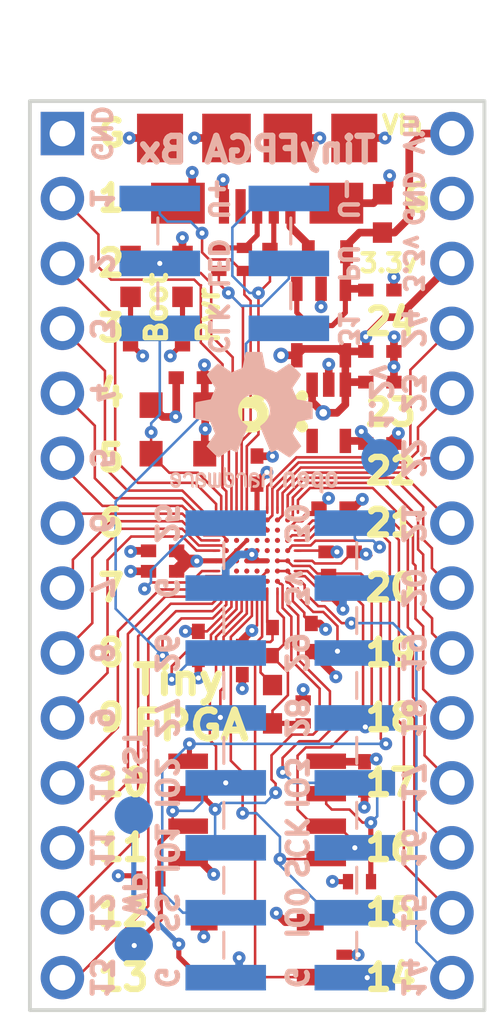
<source format=kicad_pcb>
(kicad_pcb (version 4) (host pcbnew 4.0.7)

  (general
    (links 161)
    (no_connects 0)
    (area 142.170999 96.454099 160.101001 132.164101)
    (thickness 1.6)
    (drawings 90)
    (tracks 899)
    (zones 0)
    (modules 45)
    (nets 71)
  )

  (page A4)
  (layers
    (0 F.Cu signal)
    (1 In1.Cu power hide)
    (2 In2.Cu power hide)
    (31 B.Cu signal)
    (32 B.Adhes user hide)
    (33 F.Adhes user hide)
    (34 B.Paste user)
    (35 F.Paste user)
    (36 B.SilkS user hide)
    (37 F.SilkS user)
    (38 B.Mask user)
    (39 F.Mask user)
    (40 Dwgs.User user hide)
    (41 Cmts.User user)
    (42 Eco1.User user)
    (43 Eco2.User user)
    (44 Edge.Cuts user)
    (45 Margin user)
    (46 B.CrtYd user hide)
    (47 F.CrtYd user hide)
    (48 B.Fab user hide)
    (49 F.Fab user)
  )

  (setup
    (last_trace_width 0.1)
    (user_trace_width 0.1)
    (user_trace_width 0.15)
    (user_trace_width 0.2)
    (user_trace_width 0.25)
    (user_trace_width 0.3)
    (user_trace_width 0.5)
    (trace_clearance 0.1)
    (zone_clearance 0.2)
    (zone_45_only yes)
    (trace_min 0.1)
    (segment_width 0.2)
    (edge_width 0.15)
    (via_size 0.5)
    (via_drill 0.2)
    (via_min_size 0.5)
    (via_min_drill 0.2)
    (user_via 0.5 0.2)
    (user_via 0.6 0.3)
    (uvia_size 0.3)
    (uvia_drill 0.1)
    (uvias_allowed no)
    (uvia_min_size 0.2)
    (uvia_min_drill 0.1)
    (pcb_text_width 0.3)
    (pcb_text_size 1.5 1.5)
    (mod_edge_width 0.15)
    (mod_text_size 1 1)
    (mod_text_width 0.15)
    (pad_size 0.25 0.25)
    (pad_drill 0)
    (pad_to_mask_clearance 0.05)
    (aux_axis_origin 0 0)
    (grid_origin 151.13 99.314)
    (visible_elements 7FFFFFFF)
    (pcbplotparams
      (layerselection 0x310fc_80000007)
      (usegerberextensions false)
      (excludeedgelayer true)
      (linewidth 0.100000)
      (plotframeref false)
      (viasonmask false)
      (mode 1)
      (useauxorigin false)
      (hpglpennumber 1)
      (hpglpenspeed 20)
      (hpglpendiameter 15)
      (hpglpenoverlay 2)
      (psnegative false)
      (psa4output false)
      (plotreference true)
      (plotvalue true)
      (plotinvisibletext false)
      (padsonsilk false)
      (subtractmaskfromsilk false)
      (outputformat 1)
      (mirror false)
      (drillshape 0)
      (scaleselection 1)
      (outputdirectory TinyFPGA_BX_Rev11/))
  )

  (net 0 "")
  (net 1 CDONE)
  (net 2 VPP_FAST)
  (net 3 224)
  (net 4 221)
  (net 5 185)
  (net 6 174)
  (net 7 116)
  (net 8 3A)
  (net 9 3B)
  (net 10 148)
  (net 11 10A)
  (net 12 212)
  (net 13 115)
  (net 14 119)
  (net 15 10B)
  (net 16 24B)
  (net 17 26A)
  (net 18 24A)
  (net 19 81_GBIN5)
  (net 20 54)
  (net 21 26B)
  (net 22 55)
  (net 23 177)
  (net 24 "Net-(J3-Pad1)")
  (net 25 "Net-(J3-Pad2)")
  (net 26 "Net-(J3-Pad3)")
  (net 27 "Net-(J3-Pad4)")
  (net 28 "Net-(U4-Pad4)")
  (net 29 +5V)
  (net 30 CLK)
  (net 31 +1V2)
  (net 32 SCK)
  (net 33 CRESET_B)
  (net 34 SDI)
  (net 35 SS)
  (net 36 GND)
  (net 37 +3V3)
  (net 38 SDO)
  (net 39 USB_P)
  (net 40 USB_N)
  (net 41 "Net-(C6-Pad1)")
  (net 42 "Net-(C6-Pad2)")
  (net 43 "Net-(U1-PadF3)")
  (net 44 "Net-(U1-PadC3)")
  (net 45 "Net-(U1-PadC4)")
  (net 46 "Net-(U1-PadC5)")
  (net 47 "Net-(U1-PadD3)")
  (net 48 "Net-(U1-PadD7)")
  (net 49 "Net-(U1-PadE7)")
  (net 50 USB_PU)
  (net 51 2A)
  (net 52 13A)
  (net 53 183)
  (net 54 7A)
  (net 55 180)
  (net 56 170)
  (net 57 141)
  (net 58 111)
  (net 59 LED)
  (net 60 140)
  (net 61 110)
  (net 62 57)
  (net 63 112)
  (net 64 70)
  (net 65 109)
  (net 66 "Net-(D1-Pad1)")
  (net 67 "Net-(D2-Pad1)")
  (net 68 82)
  (net 69 "Net-(U1-PadG5)")
  (net 70 56)

  (net_class Default "This is the default net class."
    (clearance 0.1)
    (trace_width 0.1)
    (via_dia 0.5)
    (via_drill 0.2)
    (uvia_dia 0.3)
    (uvia_drill 0.1)
    (add_net +1V2)
    (add_net +3V3)
    (add_net +5V)
    (add_net 109)
    (add_net 10A)
    (add_net 10B)
    (add_net 110)
    (add_net 111)
    (add_net 112)
    (add_net 115)
    (add_net 116)
    (add_net 119)
    (add_net 13A)
    (add_net 140)
    (add_net 141)
    (add_net 148)
    (add_net 170)
    (add_net 174)
    (add_net 177)
    (add_net 180)
    (add_net 183)
    (add_net 185)
    (add_net 212)
    (add_net 221)
    (add_net 224)
    (add_net 24A)
    (add_net 24B)
    (add_net 26A)
    (add_net 26B)
    (add_net 2A)
    (add_net 3A)
    (add_net 3B)
    (add_net 54)
    (add_net 55)
    (add_net 56)
    (add_net 57)
    (add_net 70)
    (add_net 7A)
    (add_net 81_GBIN5)
    (add_net 82)
    (add_net CDONE)
    (add_net CLK)
    (add_net CRESET_B)
    (add_net GND)
    (add_net LED)
    (add_net "Net-(C6-Pad1)")
    (add_net "Net-(C6-Pad2)")
    (add_net "Net-(D1-Pad1)")
    (add_net "Net-(D2-Pad1)")
    (add_net "Net-(J3-Pad1)")
    (add_net "Net-(J3-Pad2)")
    (add_net "Net-(J3-Pad3)")
    (add_net "Net-(J3-Pad4)")
    (add_net "Net-(U1-PadC3)")
    (add_net "Net-(U1-PadC4)")
    (add_net "Net-(U1-PadC5)")
    (add_net "Net-(U1-PadD3)")
    (add_net "Net-(U1-PadD7)")
    (add_net "Net-(U1-PadE7)")
    (add_net "Net-(U1-PadF3)")
    (add_net "Net-(U1-PadG5)")
    (add_net "Net-(U4-Pad4)")
    (add_net SCK)
    (add_net SDI)
    (add_net SDO)
    (add_net SS)
    (add_net USB_N)
    (add_net USB_P)
    (add_net USB_PU)
    (add_net VPP_FAST)
  )

  (net_class large ""
    (clearance 0.1)
    (trace_width 0.15)
    (via_dia 0.6)
    (via_drill 0.3)
    (uvia_dia 0.3)
    (uvia_drill 0.1)
  )

  (net_class xlarge ""
    (clearance 0.2)
    (trace_width 0.2)
    (via_dia 0.5)
    (via_drill 0.2)
    (uvia_dia 0.3)
    (uvia_drill 0.1)
  )

  (module tinyfpga:CM81 (layer F.Cu) (tedit 5A43F366) (tstamp 5902E2FC)
    (at 151.13 114.114)
    (path /591007FD)
    (attr smd)
    (fp_text reference U1 (at 0 1.2091) (layer F.Fab)
      (effects (font (size 1 1) (thickness 0.15)))
    )
    (fp_text value iCE40-LP8K-CM81 (at 0.006 -0.4909) (layer F.Fab)
      (effects (font (size 0.2 0.2) (thickness 0.03175)))
    )
    (fp_circle (center -1.45 -1.45) (end -1.25 -1.25) (layer F.Fab) (width 0.15))
    (fp_line (start -2 -2) (end -1.95 -2) (layer F.Fab) (width 0.15))
    (fp_line (start -2 2) (end -2 -2) (layer F.Fab) (width 0.15))
    (fp_line (start 2 2) (end -2 2) (layer F.Fab) (width 0.15))
    (fp_line (start 2 -2) (end 2 2) (layer F.Fab) (width 0.15))
    (fp_line (start -1.975 -2) (end 2 -2) (layer F.Fab) (width 0.15))
    (pad A1 smd oval (at -1.6 -1.6) (size 0.1 0.335) (layers F.Cu F.Paste F.Mask)
      (net 3 224) (solder_mask_margin 0.05))
    (pad A2 smd oval (at -1.2 -1.6) (size 0.1 0.33) (layers F.Cu F.Paste F.Mask)
      (net 4 221) (solder_mask_margin 0.05))
    (pad A3 smd oval (at -0.8 -1.6) (size 0.1 0.335) (layers F.Cu F.Paste F.Mask)
      (net 50 USB_PU) (solder_mask_margin 0.05))
    (pad A4 smd oval (at -0.4 -1.6) (size 0.1 0.335) (layers F.Cu F.Paste F.Mask)
      (net 40 USB_N) (solder_mask_margin 0.05))
    (pad A5 smd circle (at 0 -1.6) (size 0.2 0.2) (layers F.Cu F.Paste F.Mask)
      (net 37 +3V3) (solder_mask_margin 0.05))
    (pad A6 smd oval (at 0.4 -1.6) (size 0.1 0.335) (layers F.Cu F.Paste F.Mask)
      (net 5 185) (solder_mask_margin 0.05))
    (pad A7 smd oval (at 0.8 -1.6) (size 0.1 0.335) (layers F.Cu F.Paste F.Mask)
      (net 23 177) (solder_mask_margin 0.05))
    (pad A8 smd oval (at 1.2 -1.6) (size 0.1 0.335) (layers F.Cu F.Paste F.Mask)
      (net 6 174) (solder_mask_margin 0.05))
    (pad A9 smd oval (at 1.6 -1.6) (size 0.1 0.335) (layers F.Cu F.Paste F.Mask)
      (net 7 116) (solder_mask_margin 0.05))
    (pad B1 smd oval (at -1.6 -1.2) (size 0.33 0.1) (layers F.Cu F.Paste F.Mask)
      (net 8 3A) (solder_mask_margin 0.05))
    (pad B2 smd circle (at -1.2 -1.2) (size 0.2 0.2) (layers F.Cu F.Paste F.Mask)
      (net 30 CLK) (solder_mask_margin 0.05))
    (pad B3 smd circle (at -0.8 -1.2) (size 0.2 0.2) (layers F.Cu F.Paste F.Mask)
      (net 59 LED) (solder_mask_margin 0.05))
    (pad B4 smd circle (at -0.4 -1.2) (size 0.2 0.2) (layers F.Cu F.Paste F.Mask)
      (net 39 USB_P) (solder_mask_margin 0.05))
    (pad B5 smd circle (at 0 -1.2) (size 0.2 0.2) (layers F.Cu F.Paste F.Mask)
      (net 37 +3V3) (solder_mask_margin 0.05))
    (pad B6 smd circle (at 0.4 -1.2) (size 0.2 0.2) (layers F.Cu F.Paste F.Mask)
      (net 53 183) (solder_mask_margin 0.05))
    (pad B7 smd circle (at 0.8 -1.2) (size 0.2 0.2) (layers F.Cu F.Paste F.Mask)
      (net 55 180) (solder_mask_margin 0.05))
    (pad B8 smd circle (at 1.2 -1.2) (size 0.2 0.2) (layers F.Cu F.Paste F.Mask)
      (net 56 170) (solder_mask_margin 0.05))
    (pad B9 smd circle (at 1.6 -1.2) (size 0.2 0.2) (layers F.Cu F.Paste F.Mask)
      (net 37 +3V3) (solder_mask_margin 0.05))
    (pad C1 smd oval (at -1.6 -0.8) (size 0.335 0.1) (layers F.Cu F.Paste F.Mask)
      (net 9 3B) (solder_mask_margin 0.05))
    (pad C2 smd circle (at -1.2 -0.8) (size 0.2 0.2) (layers F.Cu F.Paste F.Mask)
      (net 51 2A) (solder_mask_margin 0.05))
    (pad C3 smd circle (at -0.8 -0.8) (size 0.2 0.2) (layers F.Cu F.Paste F.Mask)
      (net 44 "Net-(U1-PadC3)") (solder_mask_margin 0.05))
    (pad C4 smd circle (at -0.4 -0.8) (size 0.2 0.2) (layers F.Cu F.Paste F.Mask)
      (net 45 "Net-(U1-PadC4)") (solder_mask_margin 0.05))
    (pad C5 smd circle (at 0 -0.8) (size 0.2 0.2) (layers F.Cu F.Paste F.Mask)
      (net 46 "Net-(U1-PadC5)") (solder_mask_margin 0.05))
    (pad C6 smd circle (at 0.4 -0.8) (size 0.2 0.2) (layers F.Cu F.Paste F.Mask)
      (net 37 +3V3) (solder_mask_margin 0.05))
    (pad C7 smd circle (at 0.8 -0.8) (size 0.2 0.2) (layers F.Cu F.Paste F.Mask)
      (net 2 VPP_FAST) (solder_mask_margin 0.05))
    (pad C8 smd circle (at 1.2 -0.8) (size 0.2 0.2) (layers F.Cu F.Paste F.Mask)
      (net 37 +3V3) (solder_mask_margin 0.05))
    (pad C9 smd oval (at 1.6 -0.8) (size 0.335 0.1) (layers F.Cu F.Paste F.Mask)
      (net 10 148) (solder_mask_margin 0.05))
    (pad D1 smd oval (at -1.6 -0.4) (size 0.335 0.1) (layers F.Cu F.Paste F.Mask)
      (net 11 10A) (solder_mask_margin 0.05))
    (pad D2 smd circle (at -1.2 -0.4) (size 0.2 0.2) (layers F.Cu F.Paste F.Mask)
      (net 54 7A) (solder_mask_margin 0.05))
    (pad D3 smd circle (at -0.8 -0.4) (size 0.2 0.2) (layers F.Cu F.Paste F.Mask)
      (net 47 "Net-(U1-PadD3)") (solder_mask_margin 0.05))
    (pad D4 smd circle (at -0.4 -0.4) (size 0.2 0.2) (layers F.Cu F.Paste F.Mask)
      (net 31 +1V2) (solder_mask_margin 0.05))
    (pad D5 smd circle (at 0 -0.4) (size 0.2 0.2) (layers F.Cu F.Paste F.Mask)
      (net 12 212) (solder_mask_margin 0.05))
    (pad D6 smd circle (at 0.4 -0.4) (size 0.2 0.2) (layers F.Cu F.Paste F.Mask)
      (net 13 115) (solder_mask_margin 0.05))
    (pad D7 smd circle (at 0.8 -0.4) (size 0.2 0.2) (layers F.Cu F.Paste F.Mask)
      (net 48 "Net-(U1-PadD7)") (solder_mask_margin 0.05))
    (pad D8 smd circle (at 1.2 -0.4) (size 0.2 0.2) (layers F.Cu F.Paste F.Mask)
      (net 57 141) (solder_mask_margin 0.05))
    (pad D9 smd oval (at 1.6 -0.4) (size 0.335 0.1) (layers F.Cu F.Paste F.Mask)
      (net 14 119) (solder_mask_margin 0.05))
    (pad E1 smd oval (at -1.6 0) (size 0.335 0.1) (layers F.Cu F.Paste F.Mask)
      (net 15 10B) (solder_mask_margin 0.05))
    (pad E2 smd circle (at -1.2 0) (size 0.2 0.2) (layers F.Cu F.Paste F.Mask)
      (net 52 13A) (solder_mask_margin 0.05))
    (pad E3 smd circle (at -0.8 0) (size 0.2 0.2) (layers F.Cu F.Paste F.Mask)
      (net 31 +1V2) (solder_mask_margin 0.05))
    (pad E4 smd circle (at -0.4 0) (size 0.2 0.2) (layers F.Cu F.Paste F.Mask)
      (net 36 GND) (solder_mask_margin 0.05))
    (pad E5 smd circle (at 0 0) (size 0.2 0.2) (layers F.Cu F.Paste F.Mask)
      (net 36 GND) (solder_mask_margin 0.05))
    (pad E6 smd circle (at 0.4 0) (size 0.2 0.2) (layers F.Cu F.Paste F.Mask)
      (net 1 CDONE) (solder_mask_margin 0.05))
    (pad E7 smd circle (at 0.8 0) (size 0.2 0.2) (layers F.Cu F.Paste F.Mask)
      (net 49 "Net-(U1-PadE7)") (solder_mask_margin 0.05))
    (pad E8 smd circle (at 1.2 0) (size 0.2 0.2) (layers F.Cu F.Paste F.Mask)
      (net 60 140) (solder_mask_margin 0.05))
    (pad E9 smd oval (at 1.6 0) (size 0.335 0.1) (layers F.Cu F.Paste F.Mask)
      (net 31 +1V2) (solder_mask_margin 0.05))
    (pad F1 smd circle (at -1.6 0.4) (size 0.2 0.2) (layers F.Cu F.Paste F.Mask)
      (net 31 +1V2) (solder_mask_margin 0.05))
    (pad F2 smd circle (at -1.2 0.4) (size 0.2 0.2) (layers F.Cu F.Paste F.Mask)
      (net 31 +1V2) (solder_mask_margin 0.05))
    (pad F3 smd circle (at -0.8 0.4) (size 0.2 0.2) (layers F.Cu F.Paste F.Mask)
      (net 43 "Net-(U1-PadF3)") (solder_mask_margin 0.05))
    (pad F4 smd circle (at -0.4 0.4) (size 0.2 0.2) (layers F.Cu F.Paste F.Mask)
      (net 36 GND) (solder_mask_margin 0.05))
    (pad F5 smd circle (at 0 0.4) (size 0.2 0.2) (layers F.Cu F.Paste F.Mask)
      (net 36 GND) (solder_mask_margin 0.05))
    (pad F6 smd circle (at 0.4 0.4) (size 0.2 0.2) (layers F.Cu F.Paste F.Mask)
      (net 36 GND) (solder_mask_margin 0.05))
    (pad F7 smd circle (at 0.8 0.4) (size 0.2 0.2) (layers F.Cu F.Paste F.Mask)
      (net 35 SS) (solder_mask_margin 0.05))
    (pad F8 smd circle (at 1.2 0.4) (size 0.2 0.2) (layers F.Cu F.Paste F.Mask)
      (net 35 SS) (solder_mask_margin 0.05))
    (pad F9 smd oval (at 1.6 0.4) (size 0.335 0.1) (layers F.Cu F.Paste F.Mask)
      (net 36 GND) (solder_mask_margin 0.05))
    (pad G1 smd oval (at -1.6 0.8) (size 0.335 0.1) (layers F.Cu F.Paste F.Mask)
      (net 16 24B) (solder_mask_margin 0.05))
    (pad G2 smd circle (at -1.2 0.8) (size 0.2 0.2) (layers F.Cu F.Paste F.Mask)
      (net 17 26A) (solder_mask_margin 0.05))
    (pad G3 smd circle (at -0.8 0.8) (size 0.2 0.2) (layers F.Cu F.Paste F.Mask)
      (net 18 24A) (solder_mask_margin 0.05))
    (pad G4 smd circle (at -0.4 0.8) (size 0.2 0.2) (layers F.Cu F.Paste F.Mask)
      (net 19 81_GBIN5) (solder_mask_margin 0.05))
    (pad G5 smd circle (at 0 0.8) (size 0.2 0.2) (layers F.Cu F.Paste F.Mask)
      (net 69 "Net-(U1-PadG5)") (solder_mask_margin 0.05))
    (pad G6 smd circle (at 0.4 0.8) (size 0.2 0.2) (layers F.Cu F.Paste F.Mask)
      (net 38 SDO) (solder_mask_margin 0.05))
    (pad G7 smd circle (at 0.8 0.8) (size 0.2 0.2) (layers F.Cu F.Paste F.Mask)
      (net 32 SCK) (solder_mask_margin 0.05))
    (pad G8 smd circle (at 1.2 0.8) (size 0.2 0.2) (layers F.Cu F.Paste F.Mask)
      (net 32 SCK) (solder_mask_margin 0.05))
    (pad G9 smd oval (at 1.6 0.8) (size 0.335 0.1) (layers F.Cu F.Paste F.Mask)
      (net 63 112) (solder_mask_margin 0.05))
    (pad H1 smd oval (at -1.6 1.2) (size 0.33 0.1) (layers F.Cu F.Paste F.Mask)
      (net 20 54) (solder_mask_margin 0.05))
    (pad H2 smd circle (at -1.2 1.2) (size 0.2 0.2) (layers F.Cu F.Paste F.Mask)
      (net 21 26B) (solder_mask_margin 0.05))
    (pad H3 smd circle (at -0.8 1.2) (size 0.2 0.2) (layers F.Cu F.Paste F.Mask)
      (net 37 +3V3) (solder_mask_margin 0.05))
    (pad H4 smd circle (at -0.4 1.2) (size 0.2 0.2) (layers F.Cu F.Paste F.Mask)
      (net 68 82) (solder_mask_margin 0.05))
    (pad H5 smd circle (at 0 1.2) (size 0.2 0.2) (layers F.Cu F.Paste F.Mask)
      (net 38 SDO) (solder_mask_margin 0.05))
    (pad H6 smd circle (at 0.4 1.2) (size 0.2 0.2) (layers F.Cu F.Paste F.Mask)
      (net 33 CRESET_B) (solder_mask_margin 0.05))
    (pad H7 smd circle (at 0.8 1.2) (size 0.2 0.2) (layers F.Cu F.Paste F.Mask)
      (net 34 SDI) (solder_mask_margin 0.05) (clearance 0.1))
    (pad H8 smd circle (at 1.2 1.2) (size 0.2 0.2) (layers F.Cu F.Paste F.Mask)
      (net 37 +3V3) (solder_mask_margin 0.05))
    (pad H9 smd oval (at 1.6 1.2) (size 0.33 0.1) (layers F.Cu F.Paste F.Mask)
      (net 58 111) (solder_mask_margin 0.05))
    (pad J1 smd oval (at -1.6 1.6) (size 0.1 0.335) (layers F.Cu F.Paste F.Mask)
      (net 22 55) (solder_mask_margin 0.05) (clearance 0.1))
    (pad J2 smd oval (at -1.2 1.6) (size 0.1 0.33) (layers F.Cu F.Paste F.Mask)
      (net 70 56) (solder_mask_margin 0.05))
    (pad J3 smd oval (at -0.8 1.6) (size 0.1 0.335) (layers F.Cu F.Paste F.Mask)
      (net 62 57) (solder_mask_margin 0.05))
    (pad J4 smd oval (at -0.4 1.6) (size 0.1 0.335) (layers F.Cu F.Paste F.Mask)
      (net 64 70) (solder_mask_margin 0.05))
    (pad J5 smd oval (at 0 1.6) (size 0.1 0.335) (layers F.Cu F.Paste F.Mask)
      (net 37 +3V3) (solder_mask_margin 0.05))
    (pad J6 smd oval (at 0.4 1.6) (size 0.1 0.335) (layers F.Cu F.Paste F.Mask)
      (net 41 "Net-(C6-Pad1)") (solder_mask_margin 0.05))
    (pad J7 smd oval (at 0.8 1.6) (size 0.1 0.335) (layers F.Cu F.Paste F.Mask)
      (net 42 "Net-(C6-Pad2)") (solder_mask_margin 0.05))
    (pad J8 smd oval (at 1.2 1.6) (size 0.1 0.33) (layers F.Cu F.Paste F.Mask)
      (net 65 109) (solder_mask_margin 0.05))
    (pad J9 smd oval (at 1.6 1.6) (size 0.1 0.335) (layers F.Cu F.Paste F.Mask)
      (net 61 110) (solder_mask_margin 0.05))
    (model ../../../../../../Users/lvale/Documents/TinyFPGA/repos/TinyFPGA-B-Series/board/tinyfpga.pretty/UCBGA-81_9x9_4x4mm_Pitch0.4mm.wrl
      (at (xyz 0 0 0))
      (scale (xyz 1 1 1))
      (rotate (xyz 0 0 0))
    )
  )

  (module Pin_Headers:Pin_Header_Straight_1x14_Pitch2.54mm (layer F.Cu) (tedit 5923D90A) (tstamp 59103082)
    (at 143.516 97.7991)
    (descr "Through hole straight pin header, 1x14, 2.54mm pitch, single row")
    (tags "Through hole pin header THT 1x14 2.54mm single row")
    (path /591076F8)
    (fp_text reference J1 (at 0 -2.33) (layer F.Fab) hide
      (effects (font (size 1 1) (thickness 0.15)))
    )
    (fp_text value CONN_01X14 (at 0 35.35) (layer F.Fab) hide
      (effects (font (size 1 1) (thickness 0.15)))
    )
    (fp_line (start -1.8 -1.8) (end -1.8 34.8) (layer F.CrtYd) (width 0.05))
    (fp_line (start -1.8 34.8) (end 1.8 34.8) (layer F.CrtYd) (width 0.05))
    (fp_line (start 1.8 34.8) (end 1.8 -1.8) (layer F.CrtYd) (width 0.05))
    (fp_line (start 1.8 -1.8) (end -1.8 -1.8) (layer F.CrtYd) (width 0.05))
    (fp_text user %R (at 0 -2.33) (layer F.Fab) hide
      (effects (font (size 1 1) (thickness 0.15)))
    )
    (pad 1 thru_hole rect (at 0 0) (size 1.7 1.7) (drill 1) (layers *.Cu *.Mask)
      (net 36 GND))
    (pad 2 thru_hole oval (at 0 2.54) (size 1.7 1.7) (drill 1) (layers *.Cu *.Mask)
      (net 4 221))
    (pad 3 thru_hole oval (at 0 5.08) (size 1.7 1.7) (drill 1) (layers *.Cu *.Mask)
      (net 3 224))
    (pad 4 thru_hole oval (at 0 7.62) (size 1.7 1.7) (drill 1) (layers *.Cu *.Mask)
      (net 8 3A))
    (pad 5 thru_hole oval (at 0 10.16) (size 1.7 1.7) (drill 1) (layers *.Cu *.Mask)
      (net 51 2A))
    (pad 6 thru_hole oval (at 0 12.7) (size 1.7 1.7) (drill 1) (layers *.Cu *.Mask)
      (net 9 3B))
    (pad 7 thru_hole oval (at 0 15.24) (size 1.7 1.7) (drill 1) (layers *.Cu *.Mask)
      (net 54 7A))
    (pad 8 thru_hole oval (at 0 17.78) (size 1.7 1.7) (drill 1) (layers *.Cu *.Mask)
      (net 11 10A))
    (pad 9 thru_hole oval (at 0 20.32) (size 1.7 1.7) (drill 1) (layers *.Cu *.Mask)
      (net 52 13A))
    (pad 10 thru_hole oval (at 0 22.86) (size 1.7 1.7) (drill 1) (layers *.Cu *.Mask)
      (net 15 10B))
    (pad 11 thru_hole oval (at 0 25.4) (size 1.7 1.7) (drill 1) (layers *.Cu *.Mask)
      (net 17 26A))
    (pad 12 thru_hole oval (at 0 27.94) (size 1.7 1.7) (drill 1) (layers *.Cu *.Mask)
      (net 20 54))
    (pad 13 thru_hole oval (at 0 30.48) (size 1.7 1.7) (drill 1) (layers *.Cu *.Mask)
      (net 22 55))
    (pad 14 thru_hole oval (at 0 33.02) (size 1.7 1.7) (drill 1) (layers *.Cu *.Mask)
      (net 21 26B))
    (model ${KISYS3DMOD}/Pin_Headers.3dshapes/Pin_Header_Straight_1x14_Pitch2.54mm.wrl
      (at (xyz 0 0 -0.075))
      (scale (xyz 1 1 1))
      (rotate (xyz 0 180 0))
    )
  )

  (module Pin_Headers:Pin_Header_Straight_2x08_Pitch2.54mm_SMD (layer B.Cu) (tedit 5A9C67A9) (tstamp 5A397650)
    (at 152.431 121.9291 180)
    (descr "surface-mounted straight pin header, 2x08, 2.54mm pitch, double rows")
    (tags "Surface mounted pin header SMD 2x08 2.54mm double row")
    (path /5A9C6A1C)
    (attr smd)
    (fp_text reference J4 (at 0 11.22 180) (layer B.SilkS) hide
      (effects (font (size 1 1) (thickness 0.15)) (justify mirror))
    )
    (fp_text value Conn_02x08_Odd_Even (at 0 -11.22 180) (layer B.Fab) hide
      (effects (font (size 1 1) (thickness 0.15)) (justify mirror))
    )
    (fp_line (start -2.54 9.21) (end -3.6 9.21) (layer B.Fab) (width 0.1))
    (fp_line (start -3.6 9.21) (end -3.6 8.57) (layer B.Fab) (width 0.1))
    (fp_line (start -3.6 8.57) (end -2.54 8.57) (layer B.Fab) (width 0.1))
    (fp_line (start 2.54 9.21) (end 3.6 9.21) (layer B.Fab) (width 0.1))
    (fp_line (start 3.6 9.21) (end 3.6 8.57) (layer B.Fab) (width 0.1))
    (fp_line (start 3.6 8.57) (end 2.54 8.57) (layer B.Fab) (width 0.1))
    (fp_line (start -2.54 6.67) (end -3.6 6.67) (layer B.Fab) (width 0.1))
    (fp_line (start -3.6 6.67) (end -3.6 6.03) (layer B.Fab) (width 0.1))
    (fp_line (start -3.6 6.03) (end -2.54 6.03) (layer B.Fab) (width 0.1))
    (fp_line (start 2.54 6.67) (end 3.6 6.67) (layer B.Fab) (width 0.1))
    (fp_line (start 3.6 6.67) (end 3.6 6.03) (layer B.Fab) (width 0.1))
    (fp_line (start 3.6 6.03) (end 2.54 6.03) (layer B.Fab) (width 0.1))
    (fp_line (start -2.54 4.13) (end -3.6 4.13) (layer B.Fab) (width 0.1))
    (fp_line (start -3.6 4.13) (end -3.6 3.49) (layer B.Fab) (width 0.1))
    (fp_line (start -3.6 3.49) (end -2.54 3.49) (layer B.Fab) (width 0.1))
    (fp_line (start 2.54 4.13) (end 3.6 4.13) (layer B.Fab) (width 0.1))
    (fp_line (start 3.6 4.13) (end 3.6 3.49) (layer B.Fab) (width 0.1))
    (fp_line (start 3.6 3.49) (end 2.54 3.49) (layer B.Fab) (width 0.1))
    (fp_line (start -2.54 1.59) (end -3.6 1.59) (layer B.Fab) (width 0.1))
    (fp_line (start -3.6 1.59) (end -3.6 0.95) (layer B.Fab) (width 0.1))
    (fp_line (start -3.6 0.95) (end -2.54 0.95) (layer B.Fab) (width 0.1))
    (fp_line (start 2.54 1.59) (end 3.6 1.59) (layer B.Fab) (width 0.1))
    (fp_line (start 3.6 1.59) (end 3.6 0.95) (layer B.Fab) (width 0.1))
    (fp_line (start 3.6 0.95) (end 2.54 0.95) (layer B.Fab) (width 0.1))
    (fp_line (start -2.54 -0.95) (end -3.6 -0.95) (layer B.Fab) (width 0.1))
    (fp_line (start -3.6 -0.95) (end -3.6 -1.59) (layer B.Fab) (width 0.1))
    (fp_line (start -3.6 -1.59) (end -2.54 -1.59) (layer B.Fab) (width 0.1))
    (fp_line (start 2.54 -0.95) (end 3.6 -0.95) (layer B.Fab) (width 0.1))
    (fp_line (start 3.6 -0.95) (end 3.6 -1.59) (layer B.Fab) (width 0.1))
    (fp_line (start 3.6 -1.59) (end 2.54 -1.59) (layer B.Fab) (width 0.1))
    (fp_line (start -2.54 -3.49) (end -3.6 -3.49) (layer B.Fab) (width 0.1))
    (fp_line (start -3.6 -3.49) (end -3.6 -4.13) (layer B.Fab) (width 0.1))
    (fp_line (start -3.6 -4.13) (end -2.54 -4.13) (layer B.Fab) (width 0.1))
    (fp_line (start 2.54 -3.49) (end 3.6 -3.49) (layer B.Fab) (width 0.1))
    (fp_line (start 3.6 -3.49) (end 3.6 -4.13) (layer B.Fab) (width 0.1))
    (fp_line (start 3.6 -4.13) (end 2.54 -4.13) (layer B.Fab) (width 0.1))
    (fp_line (start -2.54 -6.03) (end -3.6 -6.03) (layer B.Fab) (width 0.1))
    (fp_line (start -3.6 -6.03) (end -3.6 -6.67) (layer B.Fab) (width 0.1))
    (fp_line (start -3.6 -6.67) (end -2.54 -6.67) (layer B.Fab) (width 0.1))
    (fp_line (start 2.54 -6.03) (end 3.6 -6.03) (layer B.Fab) (width 0.1))
    (fp_line (start 3.6 -6.03) (end 3.6 -6.67) (layer B.Fab) (width 0.1))
    (fp_line (start 3.6 -6.67) (end 2.54 -6.67) (layer B.Fab) (width 0.1))
    (fp_line (start -2.54 -8.57) (end -3.6 -8.57) (layer B.Fab) (width 0.1))
    (fp_line (start -3.6 -8.57) (end -3.6 -9.21) (layer B.Fab) (width 0.1))
    (fp_line (start -3.6 -9.21) (end -2.54 -9.21) (layer B.Fab) (width 0.1))
    (fp_line (start 2.54 -8.57) (end 3.6 -8.57) (layer B.Fab) (width 0.1))
    (fp_line (start 3.6 -8.57) (end 3.6 -9.21) (layer B.Fab) (width 0.1))
    (fp_line (start 3.6 -9.21) (end 2.54 -9.21) (layer B.Fab) (width 0.1))
    (fp_line (start -2.6 8.13) (end -2.6 7.11) (layer B.SilkS) (width 0.12))
    (fp_line (start 2.6 8.13) (end 2.6 7.11) (layer B.SilkS) (width 0.12))
    (fp_line (start -2.6 5.59) (end -2.6 4.57) (layer B.SilkS) (width 0.12))
    (fp_line (start 2.6 5.59) (end 2.6 4.57) (layer B.SilkS) (width 0.12))
    (fp_line (start -2.6 3.05) (end -2.6 2.03) (layer B.SilkS) (width 0.12))
    (fp_line (start 2.6 3.05) (end 2.6 2.03) (layer B.SilkS) (width 0.12))
    (fp_line (start -2.6 0.51) (end -2.6 -0.51) (layer B.SilkS) (width 0.12))
    (fp_line (start 2.6 0.51) (end 2.6 -0.51) (layer B.SilkS) (width 0.12))
    (fp_line (start -2.6 -2.03) (end -2.6 -3.05) (layer B.SilkS) (width 0.12))
    (fp_line (start 2.6 -2.03) (end 2.6 -3.05) (layer B.SilkS) (width 0.12))
    (fp_line (start -2.6 -4.57) (end -2.6 -5.59) (layer B.SilkS) (width 0.12))
    (fp_line (start 2.6 -4.57) (end 2.6 -5.59) (layer B.SilkS) (width 0.12))
    (fp_line (start -2.6 -7.11) (end -2.6 -8.13) (layer B.SilkS) (width 0.12))
    (fp_line (start 2.6 -7.11) (end 2.6 -8.13) (layer B.SilkS) (width 0.12))
    (fp_line (start -5.9 10.7) (end -5.9 -10.7) (layer B.CrtYd) (width 0.05))
    (fp_line (start -5.9 -10.7) (end 5.9 -10.7) (layer B.CrtYd) (width 0.05))
    (fp_line (start 5.9 -10.7) (end 5.9 10.7) (layer B.CrtYd) (width 0.05))
    (fp_line (start 5.9 10.7) (end -5.9 10.7) (layer B.CrtYd) (width 0.05))
    (fp_text user %R (at 0 0 450) (layer B.Fab)
      (effects (font (size 1 1) (thickness 0.15)) (justify mirror))
    )
    (pad 1 smd rect (at -2.525 8.89 180) (size 3.15 1) (layers B.Cu B.Paste B.Mask)
      (net 60 140))
    (pad 2 smd rect (at 2.525 8.89 180) (size 3.15 1) (layers B.Cu B.Paste B.Mask)
      (net 16 24B))
    (pad 3 smd rect (at -2.525 6.35 180) (size 3.15 1) (layers B.Cu B.Paste B.Mask)
      (net 37 +3V3))
    (pad 4 smd rect (at 2.525 6.35 180) (size 3.15 1) (layers B.Cu B.Paste B.Mask)
      (net 36 GND))
    (pad 5 smd rect (at -2.525 3.81 180) (size 3.15 1) (layers B.Cu B.Paste B.Mask)
      (net 61 110))
    (pad 6 smd rect (at 2.525 3.81 180) (size 3.15 1) (layers B.Cu B.Paste B.Mask)
      (net 62 57))
    (pad 7 smd rect (at -2.525 1.27 180) (size 3.15 1) (layers B.Cu B.Paste B.Mask)
      (net 63 112))
    (pad 8 smd rect (at 2.525 1.27 180) (size 3.15 1) (layers B.Cu B.Paste B.Mask)
      (net 64 70))
    (pad 9 smd rect (at -2.525 -1.27 180) (size 3.15 1) (layers B.Cu B.Paste B.Mask)
      (net 65 109))
    (pad 10 smd rect (at 2.525 -1.27 180) (size 3.15 1) (layers B.Cu B.Paste B.Mask)
      (net 68 82))
    (pad 11 smd rect (at -2.525 -3.81 180) (size 3.15 1) (layers B.Cu B.Paste B.Mask)
      (net 32 SCK))
    (pad 12 smd rect (at 2.525 -3.81 180) (size 3.15 1) (layers B.Cu B.Paste B.Mask)
      (net 34 SDI))
    (pad 13 smd rect (at -2.525 -6.35 180) (size 3.15 1) (layers B.Cu B.Paste B.Mask)
      (net 38 SDO))
    (pad 14 smd rect (at 2.525 -6.35 180) (size 3.15 1) (layers B.Cu B.Paste B.Mask)
      (net 35 SS))
    (pad 15 smd rect (at -2.525 -8.89 180) (size 3.15 1) (layers B.Cu B.Paste B.Mask)
      (net 36 GND))
    (pad 16 smd rect (at 2.525 -8.89 180) (size 3.15 1) (layers B.Cu B.Paste B.Mask)
      (net 36 GND))
    (model ${KISYS3DMOD}/Pin_Headers.3dshapes/Pin_Header_Straight_2x08_Pitch2.54mm_SMD.wrl
      (at (xyz 0 0 0))
      (scale (xyz 1 1 1))
      (rotate (xyz 0 0 0))
    )
  )

  (module Housings_SOIC:SOIC-8_3.9x4.9mm_Pitch1.27mm (layer F.Cu) (tedit 591F8EE7) (tstamp 591BDD67)
    (at 151.136 124.2581)
    (descr "8-Lead Plastic Small Outline (SN) - Narrow, 3.90 mm Body [SOIC] (see Microchip Packaging Specification 00000049BS.pdf)")
    (tags "SOIC 1.27")
    (path /591BDF5F)
    (attr smd)
    (fp_text reference U5 (at 0 0) (layer F.Fab)
      (effects (font (size 0.7 0.7) (thickness 0.1)))
    )
    (fp_text value AT25SF081-SSHD-B (at 0 1.4) (layer F.Fab)
      (effects (font (size 0.22 0.22) (thickness 0.03175)))
    )
    (fp_circle (center -1.4 -1.925) (end -1.25 -1.725) (layer F.Fab) (width 0.15))
    (fp_line (start -1.95 -2.45) (end 1.95 -2.45) (layer F.Fab) (width 0.1))
    (fp_line (start 1.95 -2.45) (end 1.95 2.45) (layer F.Fab) (width 0.1))
    (fp_line (start 1.95 2.45) (end -1.95 2.45) (layer F.Fab) (width 0.1))
    (fp_line (start -1.95 2.45) (end -1.95 -2.45) (layer F.Fab) (width 0.1))
    (fp_line (start -3.73 -2.7) (end -3.73 2.7) (layer F.CrtYd) (width 0.05))
    (fp_line (start 3.73 -2.7) (end 3.73 2.7) (layer F.CrtYd) (width 0.05))
    (fp_line (start -3.73 -2.7) (end 3.73 -2.7) (layer F.CrtYd) (width 0.05))
    (fp_line (start -3.73 2.7) (end 3.73 2.7) (layer F.CrtYd) (width 0.05))
    (pad 1 smd rect (at -2.7 -1.905) (size 1.55 0.6) (layers F.Cu F.Paste F.Mask)
      (net 35 SS))
    (pad 2 smd rect (at -2.7 -0.635) (size 1.55 0.6) (layers F.Cu F.Paste F.Mask)
      (net 34 SDI))
    (pad 3 smd rect (at -2.7 0.635) (size 1.55 0.6) (layers F.Cu F.Paste F.Mask)
      (net 68 82))
    (pad 4 smd rect (at -2.7 1.905) (size 1.55 0.6) (layers F.Cu F.Paste F.Mask)
      (net 36 GND))
    (pad 5 smd rect (at 2.7 1.905) (size 1.55 0.6) (layers F.Cu F.Paste F.Mask)
      (net 38 SDO))
    (pad 6 smd rect (at 2.7 0.635) (size 1.55 0.6) (layers F.Cu F.Paste F.Mask)
      (net 32 SCK))
    (pad 7 smd rect (at 2.7 -0.635) (size 1.55 0.6) (layers F.Cu F.Paste F.Mask)
      (net 65 109))
    (pad 8 smd rect (at 2.7 -1.905) (size 1.55 0.6) (layers F.Cu F.Paste F.Mask)
      (net 37 +3V3))
    (model Housings_SOIC.3dshapes/SOIC-8_3.9x4.9mm_Pitch1.27mm.wrl
      (at (xyz 0 0 0))
      (scale (xyz 1 1 1))
      (rotate (xyz 0 0 0))
    )
  )

  (module Pin_Headers:Pin_Header_Straight_2x03_Pitch2.54mm_SMD (layer B.Cu) (tedit 5A3BF6DE) (tstamp 5A399725)
    (at 149.851 102.8791)
    (descr "surface-mounted straight pin header, 2x03, 2.54mm pitch, double rows")
    (tags "Surface mounted pin header SMD 2x03 2.54mm double row")
    (path /5A3BFD22)
    (attr smd)
    (fp_text reference J5 (at 0 4.87) (layer B.Fab) hide
      (effects (font (size 1 1) (thickness 0.15)) (justify mirror))
    )
    (fp_text value Conn_02x03_Odd_Even (at 0 -4.87) (layer B.Fab)
      (effects (font (size 1 1) (thickness 0.15)) (justify mirror))
    )
    (fp_line (start 2.54 -3.81) (end -2.54 -3.81) (layer B.Fab) (width 0.1))
    (fp_line (start -1.59 3.81) (end 2.54 3.81) (layer B.Fab) (width 0.1))
    (fp_line (start -2.54 -3.81) (end -2.54 2.86) (layer B.Fab) (width 0.1))
    (fp_line (start -2.54 2.86) (end -1.59 3.81) (layer B.Fab) (width 0.1))
    (fp_line (start 2.54 3.81) (end 2.54 -3.81) (layer B.Fab) (width 0.1))
    (fp_line (start -2.54 2.86) (end -3.6 2.86) (layer B.Fab) (width 0.1))
    (fp_line (start -3.6 2.86) (end -3.6 2.22) (layer B.Fab) (width 0.1))
    (fp_line (start -3.6 2.22) (end -2.54 2.22) (layer B.Fab) (width 0.1))
    (fp_line (start 2.54 2.86) (end 3.6 2.86) (layer B.Fab) (width 0.1))
    (fp_line (start 3.6 2.86) (end 3.6 2.22) (layer B.Fab) (width 0.1))
    (fp_line (start 3.6 2.22) (end 2.54 2.22) (layer B.Fab) (width 0.1))
    (fp_line (start -2.54 0.32) (end -3.6 0.32) (layer B.Fab) (width 0.1))
    (fp_line (start -3.6 0.32) (end -3.6 -0.32) (layer B.Fab) (width 0.1))
    (fp_line (start -3.6 -0.32) (end -2.54 -0.32) (layer B.Fab) (width 0.1))
    (fp_line (start 2.54 0.32) (end 3.6 0.32) (layer B.Fab) (width 0.1))
    (fp_line (start 3.6 0.32) (end 3.6 -0.32) (layer B.Fab) (width 0.1))
    (fp_line (start 3.6 -0.32) (end 2.54 -0.32) (layer B.Fab) (width 0.1))
    (fp_line (start -2.54 -2.22) (end -3.6 -2.22) (layer B.Fab) (width 0.1))
    (fp_line (start -3.6 -2.22) (end -3.6 -2.86) (layer B.Fab) (width 0.1))
    (fp_line (start -3.6 -2.86) (end -2.54 -2.86) (layer B.Fab) (width 0.1))
    (fp_line (start 2.54 -2.22) (end 3.6 -2.22) (layer B.Fab) (width 0.1))
    (fp_line (start 3.6 -2.22) (end 3.6 -2.86) (layer B.Fab) (width 0.1))
    (fp_line (start 3.6 -2.86) (end 2.54 -2.86) (layer B.Fab) (width 0.1))
    (fp_line (start -2.6 1.78) (end -2.6 0.76) (layer B.SilkS) (width 0.12))
    (fp_line (start 2.6 1.78) (end 2.6 0.76) (layer B.SilkS) (width 0.12))
    (fp_line (start -2.6 -0.76) (end -2.6 -1.78) (layer B.SilkS) (width 0.12))
    (fp_line (start 2.6 -0.76) (end 2.6 -1.78) (layer B.SilkS) (width 0.12))
    (fp_line (start -5.9 4.35) (end -5.9 -4.35) (layer B.CrtYd) (width 0.05))
    (fp_line (start -5.9 -4.35) (end 5.9 -4.35) (layer B.CrtYd) (width 0.05))
    (fp_line (start 5.9 -4.35) (end 5.9 4.35) (layer B.CrtYd) (width 0.05))
    (fp_line (start 5.9 4.35) (end -5.9 4.35) (layer B.CrtYd) (width 0.05))
    (fp_text user %R (at 0 0 270) (layer B.Fab)
      (effects (font (size 1 1) (thickness 0.15)) (justify mirror))
    )
    (pad 1 smd rect (at -2.525 2.54) (size 3.15 1) (layers B.Cu B.Paste B.Mask)
      (net 30 CLK))
    (pad 2 smd rect (at 2.525 2.54) (size 3.15 1) (layers B.Cu B.Paste B.Mask)
      (net 70 56))
    (pad 3 smd rect (at -2.525 0) (size 3.15 1) (layers B.Cu B.Paste B.Mask)
      (net 59 LED))
    (pad 4 smd rect (at 2.525 0) (size 3.15 1) (layers B.Cu B.Paste B.Mask)
      (net 50 USB_PU))
    (pad 5 smd rect (at -2.525 -2.54) (size 3.15 1) (layers B.Cu B.Paste B.Mask)
      (net 39 USB_P))
    (pad 6 smd rect (at 2.525 -2.54) (size 3.15 1) (layers B.Cu B.Paste B.Mask)
      (net 40 USB_N))
    (model ${KISYS3DMOD}/Pin_Headers.3dshapes/Pin_Header_Straight_2x03_Pitch2.54mm_SMD.wrl
      (at (xyz 0 0 0))
      (scale (xyz 1 1 1))
      (rotate (xyz 0 0 0))
    )
  )

  (module Measurement_Points:Measurement_Point_Round-SMD-Pad_Small (layer B.Cu) (tedit 5A3B4713) (tstamp 5A3B4714)
    (at 155.962 110.4991)
    (descr "Mesurement Point, Round, SMD Pad, DM 1.5mm,")
    (tags "Mesurement Point Round SMD Pad 1.5mm")
    (path /5A3B49B1)
    (attr virtual)
    (fp_text reference TP3 (at 0 0.9) (layer B.SilkS) hide
      (effects (font (size 0.127 0.127) (thickness 0.03175)) (justify mirror))
    )
    (fp_text value TEST (at 0 -0.9) (layer B.Fab)
      (effects (font (size 0.127 0.127) (thickness 0.03175)) (justify mirror))
    )
    (fp_circle (center 0 0) (end 1 0) (layer B.CrtYd) (width 0.05))
    (pad 1 smd circle (at 0 0) (size 1.5 1.5) (layers B.Cu B.Mask)
      (net 31 +1V2))
  )

  (module Symbols:OSHW-Logo2_7.3x6mm_SilkScreen (layer B.Cu) (tedit 5A3AFAB9) (tstamp 5A3AFDB5)
    (at 151.009 109.1021 180)
    (descr "Open Source Hardware Symbol")
    (tags "Logo Symbol OSHW")
    (attr virtual)
    (fp_text reference REF*** (at 0 0 180) (layer B.SilkS) hide
      (effects (font (size 0.127 0.127) (thickness 0.03175)) (justify mirror))
    )
    (fp_text value OSHW-Logo2_7.3x6mm_SilkScreen (at 0.75 0 180) (layer B.Fab) hide
      (effects (font (size 0.127 0.127) (thickness 0.03175)) (justify mirror))
    )
    (fp_poly (pts (xy -2.400256 -1.919918) (xy -2.344799 -1.947568) (xy -2.295852 -1.99848) (xy -2.282371 -2.017338)
      (xy -2.267686 -2.042015) (xy -2.258158 -2.068816) (xy -2.252707 -2.104587) (xy -2.250253 -2.156169)
      (xy -2.249714 -2.224267) (xy -2.252148 -2.317588) (xy -2.260606 -2.387657) (xy -2.276826 -2.439931)
      (xy -2.302546 -2.479869) (xy -2.339503 -2.512929) (xy -2.342218 -2.514886) (xy -2.37864 -2.534908)
      (xy -2.422498 -2.544815) (xy -2.478276 -2.547257) (xy -2.568952 -2.547257) (xy -2.56899 -2.635283)
      (xy -2.569834 -2.684308) (xy -2.574976 -2.713065) (xy -2.588413 -2.730311) (xy -2.614142 -2.744808)
      (xy -2.620321 -2.747769) (xy -2.649236 -2.761648) (xy -2.671624 -2.770414) (xy -2.688271 -2.771171)
      (xy -2.699964 -2.761023) (xy -2.70749 -2.737073) (xy -2.711634 -2.696426) (xy -2.713185 -2.636186)
      (xy -2.712929 -2.553455) (xy -2.711651 -2.445339) (xy -2.711252 -2.413) (xy -2.709815 -2.301524)
      (xy -2.708528 -2.228603) (xy -2.569029 -2.228603) (xy -2.568245 -2.290499) (xy -2.56476 -2.330997)
      (xy -2.556876 -2.357708) (xy -2.542895 -2.378244) (xy -2.533403 -2.38826) (xy -2.494596 -2.417567)
      (xy -2.460237 -2.419952) (xy -2.424784 -2.39575) (xy -2.423886 -2.394857) (xy -2.409461 -2.376153)
      (xy -2.400687 -2.350732) (xy -2.396261 -2.311584) (xy -2.394882 -2.251697) (xy -2.394857 -2.23843)
      (xy -2.398188 -2.155901) (xy -2.409031 -2.098691) (xy -2.42866 -2.063766) (xy -2.45835 -2.048094)
      (xy -2.475509 -2.046514) (xy -2.516234 -2.053926) (xy -2.544168 -2.07833) (xy -2.560983 -2.12298)
      (xy -2.56835 -2.19113) (xy -2.569029 -2.228603) (xy -2.708528 -2.228603) (xy -2.708292 -2.215245)
      (xy -2.706323 -2.150333) (xy -2.70355 -2.102958) (xy -2.699612 -2.06929) (xy -2.694151 -2.045498)
      (xy -2.686808 -2.027753) (xy -2.677223 -2.012224) (xy -2.673113 -2.006381) (xy -2.618595 -1.951185)
      (xy -2.549664 -1.91989) (xy -2.469928 -1.911165) (xy -2.400256 -1.919918)) (layer B.SilkS) (width 0.01))
    (fp_poly (pts (xy -1.283907 -1.92778) (xy -1.237328 -1.954723) (xy -1.204943 -1.981466) (xy -1.181258 -2.009484)
      (xy -1.164941 -2.043748) (xy -1.154661 -2.089227) (xy -1.149086 -2.150892) (xy -1.146884 -2.233711)
      (xy -1.146629 -2.293246) (xy -1.146629 -2.512391) (xy -1.208314 -2.540044) (xy -1.27 -2.567697)
      (xy -1.277257 -2.32767) (xy -1.280256 -2.238028) (xy -1.283402 -2.172962) (xy -1.287299 -2.128026)
      (xy -1.292553 -2.09877) (xy -1.299769 -2.080748) (xy -1.30955 -2.069511) (xy -1.312688 -2.067079)
      (xy -1.360239 -2.048083) (xy -1.408303 -2.0556) (xy -1.436914 -2.075543) (xy -1.448553 -2.089675)
      (xy -1.456609 -2.10822) (xy -1.461729 -2.136334) (xy -1.464559 -2.179173) (xy -1.465744 -2.241895)
      (xy -1.465943 -2.307261) (xy -1.465982 -2.389268) (xy -1.467386 -2.447316) (xy -1.472086 -2.486465)
      (xy -1.482013 -2.51178) (xy -1.499097 -2.528323) (xy -1.525268 -2.541156) (xy -1.560225 -2.554491)
      (xy -1.598404 -2.569007) (xy -1.593859 -2.311389) (xy -1.592029 -2.218519) (xy -1.589888 -2.149889)
      (xy -1.586819 -2.100711) (xy -1.582206 -2.066198) (xy -1.575432 -2.041562) (xy -1.565881 -2.022016)
      (xy -1.554366 -2.00477) (xy -1.49881 -1.94968) (xy -1.43102 -1.917822) (xy -1.357287 -1.910191)
      (xy -1.283907 -1.92778)) (layer B.SilkS) (width 0.01))
    (fp_poly (pts (xy -2.958885 -1.921962) (xy -2.890855 -1.957733) (xy -2.840649 -2.015301) (xy -2.822815 -2.052312)
      (xy -2.808937 -2.107882) (xy -2.801833 -2.178096) (xy -2.80116 -2.254727) (xy -2.806573 -2.329552)
      (xy -2.81773 -2.394342) (xy -2.834286 -2.440873) (xy -2.839374 -2.448887) (xy -2.899645 -2.508707)
      (xy -2.971231 -2.544535) (xy -3.048908 -2.55502) (xy -3.127452 -2.53881) (xy -3.149311 -2.529092)
      (xy -3.191878 -2.499143) (xy -3.229237 -2.459433) (xy -3.232768 -2.454397) (xy -3.247119 -2.430124)
      (xy -3.256606 -2.404178) (xy -3.26221 -2.370022) (xy -3.264914 -2.321119) (xy -3.265701 -2.250935)
      (xy -3.265714 -2.2352) (xy -3.265678 -2.230192) (xy -3.120571 -2.230192) (xy -3.119727 -2.29643)
      (xy -3.116404 -2.340386) (xy -3.109417 -2.368779) (xy -3.097584 -2.388325) (xy -3.091543 -2.394857)
      (xy -3.056814 -2.41968) (xy -3.023097 -2.418548) (xy -2.989005 -2.397016) (xy -2.968671 -2.374029)
      (xy -2.956629 -2.340478) (xy -2.949866 -2.287569) (xy -2.949402 -2.281399) (xy -2.948248 -2.185513)
      (xy -2.960312 -2.114299) (xy -2.98543 -2.068194) (xy -3.02344 -2.047635) (xy -3.037008 -2.046514)
      (xy -3.072636 -2.052152) (xy -3.097006 -2.071686) (xy -3.111907 -2.109042) (xy -3.119125 -2.16815)
      (xy -3.120571 -2.230192) (xy -3.265678 -2.230192) (xy -3.265174 -2.160413) (xy -3.262904 -2.108159)
      (xy -3.257932 -2.071949) (xy -3.249287 -2.045299) (xy -3.235995 -2.021722) (xy -3.233057 -2.017338)
      (xy -3.183687 -1.958249) (xy -3.129891 -1.923947) (xy -3.064398 -1.910331) (xy -3.042158 -1.909665)
      (xy -2.958885 -1.921962)) (layer B.SilkS) (width 0.01))
    (fp_poly (pts (xy -1.831697 -1.931239) (xy -1.774473 -1.969735) (xy -1.730251 -2.025335) (xy -1.703833 -2.096086)
      (xy -1.69849 -2.148162) (xy -1.699097 -2.169893) (xy -1.704178 -2.186531) (xy -1.718145 -2.201437)
      (xy -1.745411 -2.217973) (xy -1.790388 -2.239498) (xy -1.857489 -2.269374) (xy -1.857829 -2.269524)
      (xy -1.919593 -2.297813) (xy -1.970241 -2.322933) (xy -2.004596 -2.342179) (xy -2.017482 -2.352848)
      (xy -2.017486 -2.352934) (xy -2.006128 -2.376166) (xy -1.979569 -2.401774) (xy -1.949077 -2.420221)
      (xy -1.93363 -2.423886) (xy -1.891485 -2.411212) (xy -1.855192 -2.379471) (xy -1.837483 -2.344572)
      (xy -1.820448 -2.318845) (xy -1.787078 -2.289546) (xy -1.747851 -2.264235) (xy -1.713244 -2.250471)
      (xy -1.706007 -2.249714) (xy -1.697861 -2.26216) (xy -1.69737 -2.293972) (xy -1.703357 -2.336866)
      (xy -1.714643 -2.382558) (xy -1.73005 -2.422761) (xy -1.730829 -2.424322) (xy -1.777196 -2.489062)
      (xy -1.837289 -2.533097) (xy -1.905535 -2.554711) (xy -1.976362 -2.552185) (xy -2.044196 -2.523804)
      (xy -2.047212 -2.521808) (xy -2.100573 -2.473448) (xy -2.13566 -2.410352) (xy -2.155078 -2.327387)
      (xy -2.157684 -2.304078) (xy -2.162299 -2.194055) (xy -2.156767 -2.142748) (xy -2.017486 -2.142748)
      (xy -2.015676 -2.174753) (xy -2.005778 -2.184093) (xy -1.981102 -2.177105) (xy -1.942205 -2.160587)
      (xy -1.898725 -2.139881) (xy -1.897644 -2.139333) (xy -1.860791 -2.119949) (xy -1.846 -2.107013)
      (xy -1.849647 -2.093451) (xy -1.865005 -2.075632) (xy -1.904077 -2.049845) (xy -1.946154 -2.04795)
      (xy -1.983897 -2.066717) (xy -2.009966 -2.102915) (xy -2.017486 -2.142748) (xy -2.156767 -2.142748)
      (xy -2.152806 -2.106027) (xy -2.12845 -2.036212) (xy -2.094544 -1.987302) (xy -2.033347 -1.937878)
      (xy -1.965937 -1.913359) (xy -1.89712 -1.911797) (xy -1.831697 -1.931239)) (layer B.SilkS) (width 0.01))
    (fp_poly (pts (xy -0.624114 -1.851289) (xy -0.619861 -1.910613) (xy -0.614975 -1.945572) (xy -0.608205 -1.96082)
      (xy -0.598298 -1.961015) (xy -0.595086 -1.959195) (xy -0.552356 -1.946015) (xy -0.496773 -1.946785)
      (xy -0.440263 -1.960333) (xy -0.404918 -1.977861) (xy -0.368679 -2.005861) (xy -0.342187 -2.037549)
      (xy -0.324001 -2.077813) (xy -0.312678 -2.131543) (xy -0.306778 -2.203626) (xy -0.304857 -2.298951)
      (xy -0.304823 -2.317237) (xy -0.3048 -2.522646) (xy -0.350509 -2.53858) (xy -0.382973 -2.54942)
      (xy -0.400785 -2.554468) (xy -0.401309 -2.554514) (xy -0.403063 -2.540828) (xy -0.404556 -2.503076)
      (xy -0.405674 -2.446224) (xy -0.406303 -2.375234) (xy -0.4064 -2.332073) (xy -0.406602 -2.246973)
      (xy -0.407642 -2.185981) (xy -0.410169 -2.144177) (xy -0.414836 -2.116642) (xy -0.422293 -2.098456)
      (xy -0.433189 -2.084698) (xy -0.439993 -2.078073) (xy -0.486728 -2.051375) (xy -0.537728 -2.049375)
      (xy -0.583999 -2.071955) (xy -0.592556 -2.080107) (xy -0.605107 -2.095436) (xy -0.613812 -2.113618)
      (xy -0.619369 -2.139909) (xy -0.622474 -2.179562) (xy -0.623824 -2.237832) (xy -0.624114 -2.318173)
      (xy -0.624114 -2.522646) (xy -0.669823 -2.53858) (xy -0.702287 -2.54942) (xy -0.720099 -2.554468)
      (xy -0.720623 -2.554514) (xy -0.721963 -2.540623) (xy -0.723172 -2.501439) (xy -0.724199 -2.4407)
      (xy -0.724998 -2.362141) (xy -0.725519 -2.269498) (xy -0.725714 -2.166509) (xy -0.725714 -1.769342)
      (xy -0.678543 -1.749444) (xy -0.631371 -1.729547) (xy -0.624114 -1.851289)) (layer B.SilkS) (width 0.01))
    (fp_poly (pts (xy 0.039744 -1.950968) (xy 0.096616 -1.972087) (xy 0.097267 -1.972493) (xy 0.13244 -1.99838)
      (xy 0.158407 -2.028633) (xy 0.17667 -2.068058) (xy 0.188732 -2.121462) (xy 0.196096 -2.193651)
      (xy 0.200264 -2.289432) (xy 0.200629 -2.303078) (xy 0.205876 -2.508842) (xy 0.161716 -2.531678)
      (xy 0.129763 -2.54711) (xy 0.11047 -2.554423) (xy 0.109578 -2.554514) (xy 0.106239 -2.541022)
      (xy 0.103587 -2.504626) (xy 0.101956 -2.451452) (xy 0.1016 -2.408393) (xy 0.101592 -2.338641)
      (xy 0.098403 -2.294837) (xy 0.087288 -2.273944) (xy 0.063501 -2.272925) (xy 0.022296 -2.288741)
      (xy -0.039914 -2.317815) (xy -0.085659 -2.341963) (xy -0.109187 -2.362913) (xy -0.116104 -2.385747)
      (xy -0.116114 -2.386877) (xy -0.104701 -2.426212) (xy -0.070908 -2.447462) (xy -0.019191 -2.450539)
      (xy 0.018061 -2.450006) (xy 0.037703 -2.460735) (xy 0.049952 -2.486505) (xy 0.057002 -2.519337)
      (xy 0.046842 -2.537966) (xy 0.043017 -2.540632) (xy 0.007001 -2.55134) (xy -0.043434 -2.552856)
      (xy -0.095374 -2.545759) (xy -0.132178 -2.532788) (xy -0.183062 -2.489585) (xy -0.211986 -2.429446)
      (xy -0.217714 -2.382462) (xy -0.213343 -2.340082) (xy -0.197525 -2.305488) (xy -0.166203 -2.274763)
      (xy -0.115322 -2.24399) (xy -0.040824 -2.209252) (xy -0.036286 -2.207288) (xy 0.030821 -2.176287)
      (xy 0.072232 -2.150862) (xy 0.089981 -2.128014) (xy 0.086107 -2.104745) (xy 0.062643 -2.078056)
      (xy 0.055627 -2.071914) (xy 0.00863 -2.0481) (xy -0.040067 -2.049103) (xy -0.082478 -2.072451)
      (xy -0.110616 -2.115675) (xy -0.113231 -2.12416) (xy -0.138692 -2.165308) (xy -0.170999 -2.185128)
      (xy -0.217714 -2.20477) (xy -0.217714 -2.15395) (xy -0.203504 -2.080082) (xy -0.161325 -2.012327)
      (xy -0.139376 -1.989661) (xy -0.089483 -1.960569) (xy -0.026033 -1.9474) (xy 0.039744 -1.950968)) (layer B.SilkS) (width 0.01))
    (fp_poly (pts (xy 0.529926 -1.949755) (xy 0.595858 -1.974084) (xy 0.649273 -2.017117) (xy 0.670164 -2.047409)
      (xy 0.692939 -2.102994) (xy 0.692466 -2.143186) (xy 0.668562 -2.170217) (xy 0.659717 -2.174813)
      (xy 0.62153 -2.189144) (xy 0.602028 -2.185472) (xy 0.595422 -2.161407) (xy 0.595086 -2.148114)
      (xy 0.582992 -2.09921) (xy 0.551471 -2.064999) (xy 0.507659 -2.048476) (xy 0.458695 -2.052634)
      (xy 0.418894 -2.074227) (xy 0.40545 -2.086544) (xy 0.395921 -2.101487) (xy 0.389485 -2.124075)
      (xy 0.385317 -2.159328) (xy 0.382597 -2.212266) (xy 0.380502 -2.287907) (xy 0.37996 -2.311857)
      (xy 0.377981 -2.39379) (xy 0.375731 -2.451455) (xy 0.372357 -2.489608) (xy 0.367006 -2.513004)
      (xy 0.358824 -2.526398) (xy 0.346959 -2.534545) (xy 0.339362 -2.538144) (xy 0.307102 -2.550452)
      (xy 0.288111 -2.554514) (xy 0.281836 -2.540948) (xy 0.278006 -2.499934) (xy 0.2766 -2.430999)
      (xy 0.277598 -2.333669) (xy 0.277908 -2.318657) (xy 0.280101 -2.229859) (xy 0.282693 -2.165019)
      (xy 0.286382 -2.119067) (xy 0.291864 -2.086935) (xy 0.299835 -2.063553) (xy 0.310993 -2.043852)
      (xy 0.31683 -2.03541) (xy 0.350296 -1.998057) (xy 0.387727 -1.969003) (xy 0.392309 -1.966467)
      (xy 0.459426 -1.946443) (xy 0.529926 -1.949755)) (layer B.SilkS) (width 0.01))
    (fp_poly (pts (xy 1.190117 -2.065358) (xy 1.189933 -2.173837) (xy 1.189219 -2.257287) (xy 1.187675 -2.319704)
      (xy 1.185001 -2.365085) (xy 1.180894 -2.397429) (xy 1.175055 -2.420733) (xy 1.167182 -2.438995)
      (xy 1.161221 -2.449418) (xy 1.111855 -2.505945) (xy 1.049264 -2.541377) (xy 0.980013 -2.55409)
      (xy 0.910668 -2.542463) (xy 0.869375 -2.521568) (xy 0.826025 -2.485422) (xy 0.796481 -2.441276)
      (xy 0.778655 -2.383462) (xy 0.770463 -2.306313) (xy 0.769302 -2.249714) (xy 0.769458 -2.245647)
      (xy 0.870857 -2.245647) (xy 0.871476 -2.31055) (xy 0.874314 -2.353514) (xy 0.88084 -2.381622)
      (xy 0.892523 -2.401953) (xy 0.906483 -2.417288) (xy 0.953365 -2.44689) (xy 1.003701 -2.449419)
      (xy 1.051276 -2.424705) (xy 1.054979 -2.421356) (xy 1.070783 -2.403935) (xy 1.080693 -2.383209)
      (xy 1.086058 -2.352362) (xy 1.088228 -2.304577) (xy 1.088571 -2.251748) (xy 1.087827 -2.185381)
      (xy 1.084748 -2.141106) (xy 1.078061 -2.112009) (xy 1.066496 -2.091173) (xy 1.057013 -2.080107)
      (xy 1.01296 -2.052198) (xy 0.962224 -2.048843) (xy 0.913796 -2.070159) (xy 0.90445 -2.078073)
      (xy 0.88854 -2.095647) (xy 0.87861 -2.116587) (xy 0.873278 -2.147782) (xy 0.871163 -2.196122)
      (xy 0.870857 -2.245647) (xy 0.769458 -2.245647) (xy 0.77281 -2.158568) (xy 0.784726 -2.090086)
      (xy 0.807135 -2.0386) (xy 0.842124 -1.998443) (xy 0.869375 -1.977861) (xy 0.918907 -1.955625)
      (xy 0.976316 -1.945304) (xy 1.029682 -1.948067) (xy 1.059543 -1.959212) (xy 1.071261 -1.962383)
      (xy 1.079037 -1.950557) (xy 1.084465 -1.918866) (xy 1.088571 -1.870593) (xy 1.093067 -1.816829)
      (xy 1.099313 -1.784482) (xy 1.110676 -1.765985) (xy 1.130528 -1.75377) (xy 1.143 -1.748362)
      (xy 1.190171 -1.728601) (xy 1.190117 -2.065358)) (layer B.SilkS) (width 0.01))
    (fp_poly (pts (xy 1.779833 -1.958663) (xy 1.782048 -1.99685) (xy 1.783784 -2.054886) (xy 1.784899 -2.12818)
      (xy 1.785257 -2.205055) (xy 1.785257 -2.465196) (xy 1.739326 -2.511127) (xy 1.707675 -2.539429)
      (xy 1.67989 -2.550893) (xy 1.641915 -2.550168) (xy 1.62684 -2.548321) (xy 1.579726 -2.542948)
      (xy 1.540756 -2.539869) (xy 1.531257 -2.539585) (xy 1.499233 -2.541445) (xy 1.453432 -2.546114)
      (xy 1.435674 -2.548321) (xy 1.392057 -2.551735) (xy 1.362745 -2.54432) (xy 1.33368 -2.521427)
      (xy 1.323188 -2.511127) (xy 1.277257 -2.465196) (xy 1.277257 -1.978602) (xy 1.314226 -1.961758)
      (xy 1.346059 -1.949282) (xy 1.364683 -1.944914) (xy 1.369458 -1.958718) (xy 1.373921 -1.997286)
      (xy 1.377775 -2.056356) (xy 1.380722 -2.131663) (xy 1.382143 -2.195286) (xy 1.386114 -2.445657)
      (xy 1.420759 -2.450556) (xy 1.452268 -2.447131) (xy 1.467708 -2.436041) (xy 1.472023 -2.415308)
      (xy 1.475708 -2.371145) (xy 1.478469 -2.309146) (xy 1.480012 -2.234909) (xy 1.480235 -2.196706)
      (xy 1.480457 -1.976783) (xy 1.526166 -1.960849) (xy 1.558518 -1.950015) (xy 1.576115 -1.944962)
      (xy 1.576623 -1.944914) (xy 1.578388 -1.958648) (xy 1.580329 -1.99673) (xy 1.582282 -2.054482)
      (xy 1.584084 -2.127227) (xy 1.585343 -2.195286) (xy 1.589314 -2.445657) (xy 1.6764 -2.445657)
      (xy 1.680396 -2.21724) (xy 1.684392 -1.988822) (xy 1.726847 -1.966868) (xy 1.758192 -1.951793)
      (xy 1.776744 -1.944951) (xy 1.777279 -1.944914) (xy 1.779833 -1.958663)) (layer B.SilkS) (width 0.01))
    (fp_poly (pts (xy 2.144876 -1.956335) (xy 2.186667 -1.975344) (xy 2.219469 -1.998378) (xy 2.243503 -2.024133)
      (xy 2.260097 -2.057358) (xy 2.270577 -2.1028) (xy 2.276271 -2.165207) (xy 2.278507 -2.249327)
      (xy 2.278743 -2.304721) (xy 2.278743 -2.520826) (xy 2.241774 -2.53767) (xy 2.212656 -2.549981)
      (xy 2.198231 -2.554514) (xy 2.195472 -2.541025) (xy 2.193282 -2.504653) (xy 2.191942 -2.451542)
      (xy 2.191657 -2.409372) (xy 2.190434 -2.348447) (xy 2.187136 -2.300115) (xy 2.182321 -2.270518)
      (xy 2.178496 -2.264229) (xy 2.152783 -2.270652) (xy 2.112418 -2.287125) (xy 2.065679 -2.309458)
      (xy 2.020845 -2.333457) (xy 1.986193 -2.35493) (xy 1.970002 -2.369685) (xy 1.969938 -2.369845)
      (xy 1.97133 -2.397152) (xy 1.983818 -2.423219) (xy 2.005743 -2.444392) (xy 2.037743 -2.451474)
      (xy 2.065092 -2.450649) (xy 2.103826 -2.450042) (xy 2.124158 -2.459116) (xy 2.136369 -2.483092)
      (xy 2.137909 -2.487613) (xy 2.143203 -2.521806) (xy 2.129047 -2.542568) (xy 2.092148 -2.552462)
      (xy 2.052289 -2.554292) (xy 1.980562 -2.540727) (xy 1.943432 -2.521355) (xy 1.897576 -2.475845)
      (xy 1.873256 -2.419983) (xy 1.871073 -2.360957) (xy 1.891629 -2.305953) (xy 1.922549 -2.271486)
      (xy 1.95342 -2.252189) (xy 2.001942 -2.227759) (xy 2.058485 -2.202985) (xy 2.06791 -2.199199)
      (xy 2.130019 -2.171791) (xy 2.165822 -2.147634) (xy 2.177337 -2.123619) (xy 2.16658 -2.096635)
      (xy 2.148114 -2.075543) (xy 2.104469 -2.049572) (xy 2.056446 -2.047624) (xy 2.012406 -2.067637)
      (xy 1.980709 -2.107551) (xy 1.976549 -2.117848) (xy 1.952327 -2.155724) (xy 1.916965 -2.183842)
      (xy 1.872343 -2.206917) (xy 1.872343 -2.141485) (xy 1.874969 -2.101506) (xy 1.88623 -2.069997)
      (xy 1.911199 -2.036378) (xy 1.935169 -2.010484) (xy 1.972441 -1.973817) (xy 2.001401 -1.954121)
      (xy 2.032505 -1.94622) (xy 2.067713 -1.944914) (xy 2.144876 -1.956335)) (layer B.SilkS) (width 0.01))
    (fp_poly (pts (xy 2.6526 -1.958752) (xy 2.669948 -1.966334) (xy 2.711356 -1.999128) (xy 2.746765 -2.046547)
      (xy 2.768664 -2.097151) (xy 2.772229 -2.122098) (xy 2.760279 -2.156927) (xy 2.734067 -2.175357)
      (xy 2.705964 -2.186516) (xy 2.693095 -2.188572) (xy 2.686829 -2.173649) (xy 2.674456 -2.141175)
      (xy 2.669028 -2.126502) (xy 2.63859 -2.075744) (xy 2.59452 -2.050427) (xy 2.53801 -2.051206)
      (xy 2.533825 -2.052203) (xy 2.503655 -2.066507) (xy 2.481476 -2.094393) (xy 2.466327 -2.139287)
      (xy 2.45725 -2.204615) (xy 2.453286 -2.293804) (xy 2.452914 -2.341261) (xy 2.45273 -2.416071)
      (xy 2.451522 -2.467069) (xy 2.448309 -2.499471) (xy 2.442109 -2.518495) (xy 2.43194 -2.529356)
      (xy 2.416819 -2.537272) (xy 2.415946 -2.53767) (xy 2.386828 -2.549981) (xy 2.372403 -2.554514)
      (xy 2.370186 -2.540809) (xy 2.368289 -2.502925) (xy 2.366847 -2.445715) (xy 2.365998 -2.374027)
      (xy 2.365829 -2.321565) (xy 2.366692 -2.220047) (xy 2.37007 -2.143032) (xy 2.377142 -2.086023)
      (xy 2.389088 -2.044526) (xy 2.40709 -2.014043) (xy 2.432327 -1.99008) (xy 2.457247 -1.973355)
      (xy 2.517171 -1.951097) (xy 2.586911 -1.946076) (xy 2.6526 -1.958752)) (layer B.SilkS) (width 0.01))
    (fp_poly (pts (xy 3.153595 -1.966966) (xy 3.211021 -2.004497) (xy 3.238719 -2.038096) (xy 3.260662 -2.099064)
      (xy 3.262405 -2.147308) (xy 3.258457 -2.211816) (xy 3.109686 -2.276934) (xy 3.037349 -2.310202)
      (xy 2.990084 -2.336964) (xy 2.965507 -2.360144) (xy 2.961237 -2.382667) (xy 2.974889 -2.407455)
      (xy 2.989943 -2.423886) (xy 3.033746 -2.450235) (xy 3.081389 -2.452081) (xy 3.125145 -2.431546)
      (xy 3.157289 -2.390752) (xy 3.163038 -2.376347) (xy 3.190576 -2.331356) (xy 3.222258 -2.312182)
      (xy 3.265714 -2.295779) (xy 3.265714 -2.357966) (xy 3.261872 -2.400283) (xy 3.246823 -2.435969)
      (xy 3.21528 -2.476943) (xy 3.210592 -2.482267) (xy 3.175506 -2.51872) (xy 3.145347 -2.538283)
      (xy 3.107615 -2.547283) (xy 3.076335 -2.55023) (xy 3.020385 -2.550965) (xy 2.980555 -2.54166)
      (xy 2.955708 -2.527846) (xy 2.916656 -2.497467) (xy 2.889625 -2.464613) (xy 2.872517 -2.423294)
      (xy 2.863238 -2.367521) (xy 2.859693 -2.291305) (xy 2.85941 -2.252622) (xy 2.860372 -2.206247)
      (xy 2.948007 -2.206247) (xy 2.949023 -2.231126) (xy 2.951556 -2.2352) (xy 2.968274 -2.229665)
      (xy 3.004249 -2.215017) (xy 3.052331 -2.19419) (xy 3.062386 -2.189714) (xy 3.123152 -2.158814)
      (xy 3.156632 -2.131657) (xy 3.16399 -2.10622) (xy 3.146391 -2.080481) (xy 3.131856 -2.069109)
      (xy 3.07941 -2.046364) (xy 3.030322 -2.050122) (xy 2.989227 -2.077884) (xy 2.960758 -2.127152)
      (xy 2.951631 -2.166257) (xy 2.948007 -2.206247) (xy 2.860372 -2.206247) (xy 2.861285 -2.162249)
      (xy 2.868196 -2.095384) (xy 2.881884 -2.046695) (xy 2.904096 -2.010849) (xy 2.936574 -1.982513)
      (xy 2.950733 -1.973355) (xy 3.015053 -1.949507) (xy 3.085473 -1.948006) (xy 3.153595 -1.966966)) (layer B.SilkS) (width 0.01))
    (fp_poly (pts (xy 0.10391 2.757652) (xy 0.182454 2.757222) (xy 0.239298 2.756058) (xy 0.278105 2.753793)
      (xy 0.302538 2.75006) (xy 0.316262 2.744494) (xy 0.32294 2.736727) (xy 0.326236 2.726395)
      (xy 0.326556 2.725057) (xy 0.331562 2.700921) (xy 0.340829 2.653299) (xy 0.353392 2.587259)
      (xy 0.368287 2.507872) (xy 0.384551 2.420204) (xy 0.385119 2.417125) (xy 0.40141 2.331211)
      (xy 0.416652 2.255304) (xy 0.429861 2.193955) (xy 0.440054 2.151718) (xy 0.446248 2.133145)
      (xy 0.446543 2.132816) (xy 0.464788 2.123747) (xy 0.502405 2.108633) (xy 0.551271 2.090738)
      (xy 0.551543 2.090642) (xy 0.613093 2.067507) (xy 0.685657 2.038035) (xy 0.754057 2.008403)
      (xy 0.757294 2.006938) (xy 0.868702 1.956374) (xy 1.115399 2.12484) (xy 1.191077 2.176197)
      (xy 1.259631 2.222111) (xy 1.317088 2.25997) (xy 1.359476 2.287163) (xy 1.382825 2.301079)
      (xy 1.385042 2.302111) (xy 1.40201 2.297516) (xy 1.433701 2.275345) (xy 1.481352 2.234553)
      (xy 1.546198 2.174095) (xy 1.612397 2.109773) (xy 1.676214 2.046388) (xy 1.733329 1.988549)
      (xy 1.780305 1.939825) (xy 1.813703 1.90379) (xy 1.830085 1.884016) (xy 1.830694 1.882998)
      (xy 1.832505 1.869428) (xy 1.825683 1.847267) (xy 1.80854 1.813522) (xy 1.779393 1.7652)
      (xy 1.736555 1.699308) (xy 1.679448 1.614483) (xy 1.628766 1.539823) (xy 1.583461 1.47286)
      (xy 1.54615 1.417484) (xy 1.519452 1.37758) (xy 1.505985 1.357038) (xy 1.505137 1.355644)
      (xy 1.506781 1.335962) (xy 1.519245 1.297707) (xy 1.540048 1.248111) (xy 1.547462 1.232272)
      (xy 1.579814 1.16171) (xy 1.614328 1.081647) (xy 1.642365 1.012371) (xy 1.662568 0.960955)
      (xy 1.678615 0.921881) (xy 1.687888 0.901459) (xy 1.689041 0.899886) (xy 1.706096 0.897279)
      (xy 1.746298 0.890137) (xy 1.804302 0.879477) (xy 1.874763 0.866315) (xy 1.952335 0.851667)
      (xy 2.031672 0.836551) (xy 2.107431 0.821982) (xy 2.174264 0.808978) (xy 2.226828 0.798555)
      (xy 2.259776 0.79173) (xy 2.267857 0.789801) (xy 2.276205 0.785038) (xy 2.282506 0.774282)
      (xy 2.287045 0.753902) (xy 2.290104 0.720266) (xy 2.291967 0.669745) (xy 2.292918 0.598708)
      (xy 2.29324 0.503524) (xy 2.293257 0.464508) (xy 2.293257 0.147201) (xy 2.217057 0.132161)
      (xy 2.174663 0.124005) (xy 2.1114 0.112101) (xy 2.034962 0.097884) (xy 1.953043 0.08279)
      (xy 1.9304 0.078645) (xy 1.854806 0.063947) (xy 1.788953 0.049495) (xy 1.738366 0.036625)
      (xy 1.708574 0.026678) (xy 1.703612 0.023713) (xy 1.691426 0.002717) (xy 1.673953 -0.037967)
      (xy 1.654577 -0.090322) (xy 1.650734 -0.1016) (xy 1.625339 -0.171523) (xy 1.593817 -0.250418)
      (xy 1.562969 -0.321266) (xy 1.562817 -0.321595) (xy 1.511447 -0.432733) (xy 1.680399 -0.681253)
      (xy 1.849352 -0.929772) (xy 1.632429 -1.147058) (xy 1.566819 -1.211726) (xy 1.506979 -1.268733)
      (xy 1.456267 -1.315033) (xy 1.418046 -1.347584) (xy 1.395675 -1.363343) (xy 1.392466 -1.364343)
      (xy 1.373626 -1.356469) (xy 1.33518 -1.334578) (xy 1.28133 -1.301267) (xy 1.216276 -1.259131)
      (xy 1.14594 -1.211943) (xy 1.074555 -1.16381) (xy 1.010908 -1.121928) (xy 0.959041 -1.088871)
      (xy 0.922995 -1.067218) (xy 0.906867 -1.059543) (xy 0.887189 -1.066037) (xy 0.849875 -1.08315)
      (xy 0.802621 -1.107326) (xy 0.797612 -1.110013) (xy 0.733977 -1.141927) (xy 0.690341 -1.157579)
      (xy 0.663202 -1.157745) (xy 0.649057 -1.143204) (xy 0.648975 -1.143) (xy 0.641905 -1.125779)
      (xy 0.625042 -1.084899) (xy 0.599695 -1.023525) (xy 0.567171 -0.944819) (xy 0.528778 -0.851947)
      (xy 0.485822 -0.748072) (xy 0.444222 -0.647502) (xy 0.398504 -0.536516) (xy 0.356526 -0.433703)
      (xy 0.319548 -0.342215) (xy 0.288827 -0.265201) (xy 0.265622 -0.205815) (xy 0.25119 -0.167209)
      (xy 0.246743 -0.1528) (xy 0.257896 -0.136272) (xy 0.287069 -0.10993) (xy 0.325971 -0.080887)
      (xy 0.436757 0.010961) (xy 0.523351 0.116241) (xy 0.584716 0.232734) (xy 0.619815 0.358224)
      (xy 0.627608 0.490493) (xy 0.621943 0.551543) (xy 0.591078 0.678205) (xy 0.53792 0.790059)
      (xy 0.465767 0.885999) (xy 0.377917 0.964924) (xy 0.277665 1.02573) (xy 0.16831 1.067313)
      (xy 0.053147 1.088572) (xy -0.064525 1.088401) (xy -0.18141 1.065699) (xy -0.294211 1.019362)
      (xy -0.399631 0.948287) (xy -0.443632 0.908089) (xy -0.528021 0.804871) (xy -0.586778 0.692075)
      (xy -0.620296 0.57299) (xy -0.628965 0.450905) (xy -0.613177 0.329107) (xy -0.573322 0.210884)
      (xy -0.509793 0.099525) (xy -0.422979 -0.001684) (xy -0.325971 -0.080887) (xy -0.285563 -0.111162)
      (xy -0.257018 -0.137219) (xy -0.246743 -0.152825) (xy -0.252123 -0.169843) (xy -0.267425 -0.2105)
      (xy -0.291388 -0.271642) (xy -0.322756 -0.350119) (xy -0.360268 -0.44278) (xy -0.402667 -0.546472)
      (xy -0.444337 -0.647526) (xy -0.49031 -0.758607) (xy -0.532893 -0.861541) (xy -0.570779 -0.953165)
      (xy -0.60266 -1.030316) (xy -0.627229 -1.089831) (xy -0.64318 -1.128544) (xy -0.64909 -1.143)
      (xy -0.663052 -1.157685) (xy -0.69006 -1.157642) (xy -0.733587 -1.142099) (xy -0.79711 -1.110284)
      (xy -0.797612 -1.110013) (xy -0.84544 -1.085323) (xy -0.884103 -1.067338) (xy -0.905905 -1.059614)
      (xy -0.906867 -1.059543) (xy -0.923279 -1.067378) (xy -0.959513 -1.089165) (xy -1.011526 -1.122328)
      (xy -1.075275 -1.164291) (xy -1.14594 -1.211943) (xy -1.217884 -1.260191) (xy -1.282726 -1.302151)
      (xy -1.336265 -1.335227) (xy -1.374303 -1.356821) (xy -1.392467 -1.364343) (xy -1.409192 -1.354457)
      (xy -1.44282 -1.326826) (xy -1.48999 -1.284495) (xy -1.547342 -1.230505) (xy -1.611516 -1.167899)
      (xy -1.632503 -1.146983) (xy -1.849501 -0.929623) (xy -1.684332 -0.68722) (xy -1.634136 -0.612781)
      (xy -1.590081 -0.545972) (xy -1.554638 -0.490665) (xy -1.530281 -0.450729) (xy -1.519478 -0.430036)
      (xy -1.519162 -0.428563) (xy -1.524857 -0.409058) (xy -1.540174 -0.369822) (xy -1.562463 -0.31743)
      (xy -1.578107 -0.282355) (xy -1.607359 -0.215201) (xy -1.634906 -0.147358) (xy -1.656263 -0.090034)
      (xy -1.662065 -0.072572) (xy -1.678548 -0.025938) (xy -1.69466 0.010095) (xy -1.70351 0.023713)
      (xy -1.72304 0.032048) (xy -1.765666 0.043863) (xy -1.825855 0.057819) (xy -1.898078 0.072578)
      (xy -1.9304 0.078645) (xy -2.012478 0.093727) (xy -2.091205 0.108331) (xy -2.158891 0.12102)
      (xy -2.20784 0.130358) (xy -2.217057 0.132161) (xy -2.293257 0.147201) (xy -2.293257 0.464508)
      (xy -2.293086 0.568846) (xy -2.292384 0.647787) (xy -2.290866 0.704962) (xy -2.288251 0.744001)
      (xy -2.284254 0.768535) (xy -2.278591 0.782195) (xy -2.27098 0.788611) (xy -2.267857 0.789801)
      (xy -2.249022 0.79402) (xy -2.207412 0.802438) (xy -2.14837 0.814039) (xy -2.077243 0.827805)
      (xy -1.999375 0.84272) (xy -1.920113 0.857768) (xy -1.844802 0.871931) (xy -1.778787 0.884194)
      (xy -1.727413 0.893539) (xy -1.696025 0.89895) (xy -1.689041 0.899886) (xy -1.682715 0.912404)
      (xy -1.66871 0.945754) (xy -1.649645 0.993623) (xy -1.642366 1.012371) (xy -1.613004 1.084805)
      (xy -1.578429 1.16483) (xy -1.547463 1.232272) (xy -1.524677 1.283841) (xy -1.509518 1.326215)
      (xy -1.504458 1.352166) (xy -1.505264 1.355644) (xy -1.515959 1.372064) (xy -1.54038 1.408583)
      (xy -1.575905 1.461313) (xy -1.619913 1.526365) (xy -1.669783 1.599849) (xy -1.679644 1.614355)
      (xy -1.737508 1.700296) (xy -1.780044 1.765739) (xy -1.808946 1.813696) (xy -1.82591 1.84718)
      (xy -1.832633 1.869205) (xy -1.83081 1.882783) (xy -1.830764 1.882869) (xy -1.816414 1.900703)
      (xy -1.784677 1.935183) (xy -1.73899 1.982732) (xy -1.682796 2.039778) (xy -1.619532 2.102745)
      (xy -1.612398 2.109773) (xy -1.53267 2.18698) (xy -1.471143 2.24367) (xy -1.426579 2.28089)
      (xy -1.397743 2.299685) (xy -1.385042 2.302111) (xy -1.366506 2.291529) (xy -1.328039 2.267084)
      (xy -1.273614 2.231388) (xy -1.207202 2.187053) (xy -1.132775 2.136689) (xy -1.115399 2.12484)
      (xy -0.868703 1.956374) (xy -0.757294 2.006938) (xy -0.689543 2.036405) (xy -0.616817 2.066041)
      (xy -0.554297 2.08967) (xy -0.551543 2.090642) (xy -0.50264 2.108543) (xy -0.464943 2.12368)
      (xy -0.446575 2.13279) (xy -0.446544 2.132816) (xy -0.440715 2.149283) (xy -0.430808 2.189781)
      (xy -0.417805 2.249758) (xy -0.402691 2.32466) (xy -0.386448 2.409936) (xy -0.385119 2.417125)
      (xy -0.368825 2.504986) (xy -0.353867 2.58474) (xy -0.341209 2.651319) (xy -0.331814 2.699653)
      (xy -0.326646 2.724675) (xy -0.326556 2.725057) (xy -0.323411 2.735701) (xy -0.317296 2.743738)
      (xy -0.304547 2.749533) (xy -0.2815 2.753453) (xy -0.244491 2.755865) (xy -0.189856 2.757135)
      (xy -0.113933 2.757629) (xy -0.013056 2.757714) (xy 0 2.757714) (xy 0.10391 2.757652)) (layer B.SilkS) (width 0.01))
  )

  (module Resistors_SMD:R_0402 (layer F.Cu) (tedit 5A3A12FD) (tstamp 591FDB99)
    (at 154.536 130.3731 270)
    (descr "Resistor SMD 0402, reflow soldering, Vishay (see dcrcw.pdf)")
    (tags "resistor 0402")
    (path /592015DC)
    (attr smd)
    (fp_text reference R6 (at -0.875 0 270) (layer F.Fab)
      (effects (font (size 0.2 0.2) (thickness 0.05)))
    )
    (fp_text value R (at 0 0 270) (layer F.Fab)
      (effects (font (size 0.2 0.2) (thickness 0.05)))
    )
    (fp_line (start -0.5 0.25) (end -0.5 -0.25) (layer F.Fab) (width 0.1))
    (fp_line (start 0.5 0.25) (end -0.5 0.25) (layer F.Fab) (width 0.1))
    (fp_line (start 0.5 -0.25) (end 0.5 0.25) (layer F.Fab) (width 0.1))
    (fp_line (start -0.5 -0.25) (end 0.5 -0.25) (layer F.Fab) (width 0.1))
    (fp_line (start -0.8 -0.45) (end 0.8 -0.45) (layer F.CrtYd) (width 0.05))
    (fp_line (start -0.8 -0.45) (end -0.8 0.45) (layer F.CrtYd) (width 0.05))
    (fp_line (start 0.8 0.45) (end 0.8 -0.45) (layer F.CrtYd) (width 0.05))
    (fp_line (start 0.8 0.45) (end -0.8 0.45) (layer F.CrtYd) (width 0.05))
    (pad 1 smd rect (at -0.45 0 270) (size 0.4 0.6) (layers F.Cu F.Paste F.Mask)
      (net 37 +3V3))
    (pad 2 smd rect (at 0.45 0 270) (size 0.4 0.6) (layers F.Cu F.Paste F.Mask)
      (net 33 CRESET_B))
    (model ${KISYS3DMOD}/Resistors_SMD.3dshapes/R_0402.wrl
      (at (xyz 0 0 0))
      (scale (xyz 1 1 1))
      (rotate (xyz 0 0 0))
    )
  )

  (module Capacitors_SMD:C_0603 (layer F.Cu) (tedit 5A3A12EC) (tstamp 591D47FF)
    (at 151.736 120.1231 270)
    (descr "Capacitor SMD 0603, reflow soldering, AVX (see smccp.pdf)")
    (tags "capacitor 0603")
    (path /591E2B9D)
    (attr smd)
    (fp_text reference C6 (at 1.1 0 270) (layer F.Fab)
      (effects (font (size 0.2 0.2) (thickness 0.05)))
    )
    (fp_text value 10uF (at 0 0 270) (layer F.Fab)
      (effects (font (size 0.2 0.2) (thickness 0.05)))
    )
    (fp_line (start -0.8 0.4) (end -0.8 -0.4) (layer F.Fab) (width 0.1))
    (fp_line (start 0.8 0.4) (end -0.8 0.4) (layer F.Fab) (width 0.1))
    (fp_line (start 0.8 -0.4) (end 0.8 0.4) (layer F.Fab) (width 0.1))
    (fp_line (start -0.8 -0.4) (end 0.8 -0.4) (layer F.Fab) (width 0.1))
    (fp_line (start -1.4 -0.65) (end 1.4 -0.65) (layer F.CrtYd) (width 0.05))
    (fp_line (start -1.4 -0.65) (end -1.4 0.65) (layer F.CrtYd) (width 0.05))
    (fp_line (start 1.4 0.65) (end 1.4 -0.65) (layer F.CrtYd) (width 0.05))
    (fp_line (start 1.4 0.65) (end -1.4 0.65) (layer F.CrtYd) (width 0.05))
    (pad 1 smd rect (at -0.75 0 270) (size 0.8 0.75) (layers F.Cu F.Paste F.Mask)
      (net 41 "Net-(C6-Pad1)"))
    (pad 2 smd rect (at 0.75 0 270) (size 0.8 0.75) (layers F.Cu F.Paste F.Mask)
      (net 42 "Net-(C6-Pad2)"))
    (model Capacitors_SMD.3dshapes/C_0603.wrl
      (at (xyz 0 0 0))
      (scale (xyz 1 1 1))
      (rotate (xyz 0 0 0))
    )
  )

  (module Capacitors_SMD:C_0603 (layer F.Cu) (tedit 5A3A12E0) (tstamp 591FDF67)
    (at 156.036 100.9231 90)
    (descr "Capacitor SMD 0603, reflow soldering, AVX (see smccp.pdf)")
    (tags "capacitor 0603")
    (path /592061E2)
    (attr smd)
    (fp_text reference C17 (at -1.275 0 90) (layer F.Fab)
      (effects (font (size 0.2 0.2) (thickness 0.05)))
    )
    (fp_text value 10uF (at 0 0.025 90) (layer F.Fab)
      (effects (font (size 0.2 0.2) (thickness 0.05)))
    )
    (fp_line (start -0.8 0.4) (end -0.8 -0.4) (layer F.Fab) (width 0.1))
    (fp_line (start 0.8 0.4) (end -0.8 0.4) (layer F.Fab) (width 0.1))
    (fp_line (start 0.8 -0.4) (end 0.8 0.4) (layer F.Fab) (width 0.1))
    (fp_line (start -0.8 -0.4) (end 0.8 -0.4) (layer F.Fab) (width 0.1))
    (fp_line (start -1.4 -0.65) (end 1.4 -0.65) (layer F.CrtYd) (width 0.05))
    (fp_line (start -1.4 -0.65) (end -1.4 0.65) (layer F.CrtYd) (width 0.05))
    (fp_line (start 1.4 0.65) (end 1.4 -0.65) (layer F.CrtYd) (width 0.05))
    (fp_line (start 1.4 0.65) (end -1.4 0.65) (layer F.CrtYd) (width 0.05))
    (pad 1 smd rect (at -0.75 0 90) (size 0.8 0.75) (layers F.Cu F.Paste F.Mask)
      (net 29 +5V))
    (pad 2 smd rect (at 0.75 0 90) (size 0.8 0.75) (layers F.Cu F.Paste F.Mask)
      (net 36 GND))
    (model Capacitors_SMD.3dshapes/C_0603.wrl
      (at (xyz 0 0 0))
      (scale (xyz 1 1 1))
      (rotate (xyz 0 0 0))
    )
  )

  (module Inductors_SMD:L_0603 (layer F.Cu) (tedit 5A3A12D1) (tstamp 591BE561)
    (at 153.886 102.4231 180)
    (descr "Resistor SMD 0603, reflow soldering, Vishay (see dcrcw.pdf)")
    (tags "resistor 0603")
    (path /591C2A75)
    (attr smd)
    (fp_text reference L1 (at 0 0 180) (layer F.Fab)
      (effects (font (size 0.3 0.3) (thickness 0.075)))
    )
    (fp_text value Bead (at 0 0.65 180) (layer F.Fab)
      (effects (font (size 0.2 0.2) (thickness 0.05)))
    )
    (fp_line (start -0.8 0.4) (end -0.8 -0.4) (layer F.Fab) (width 0.1))
    (fp_line (start 0.8 0.4) (end -0.8 0.4) (layer F.Fab) (width 0.1))
    (fp_line (start 0.8 -0.4) (end 0.8 0.4) (layer F.Fab) (width 0.1))
    (fp_line (start -0.8 -0.4) (end 0.8 -0.4) (layer F.Fab) (width 0.1))
    (fp_line (start -1.3 -0.8) (end 1.3 -0.8) (layer F.CrtYd) (width 0.05))
    (fp_line (start -1.3 0.8) (end 1.3 0.8) (layer F.CrtYd) (width 0.05))
    (fp_line (start -1.3 -0.8) (end -1.3 0.8) (layer F.CrtYd) (width 0.05))
    (fp_line (start 1.3 -0.8) (end 1.3 0.8) (layer F.CrtYd) (width 0.05))
    (pad 1 smd rect (at -0.75 0 180) (size 0.5 0.9) (layers F.Cu F.Paste F.Mask)
      (net 29 +5V))
    (pad 2 smd rect (at 0.75 0 180) (size 0.5 0.9) (layers F.Cu F.Paste F.Mask)
      (net 24 "Net-(J3-Pad1)"))
    (model Inductors_SMD.3dshapes\L_0603.wrl
      (at (xyz 0 0 0))
      (scale (xyz 1 1 1))
      (rotate (xyz 0 0 0))
    )
  )

  (module Resistors_SMD:R_0402_NoSilk (layer F.Cu) (tedit 5A39FA77) (tstamp 5A39FB0B)
    (at 146.183 105.6731 270)
    (descr "Resistor SMD 0402, reflow soldering, Vishay (see dcrcw.pdf)")
    (tags "resistor 0402")
    (path /5A3A96BD)
    (attr smd)
    (fp_text reference R9 (at 0 0 270) (layer F.SilkS) hide
      (effects (font (size 0.2 0.2) (thickness 0.05)))
    )
    (fp_text value 270 (at 0 0.7 270) (layer F.Fab)
      (effects (font (size 0.2 0.2) (thickness 0.05)))
    )
    (fp_text user %R (at 0 0 270) (layer F.Fab)
      (effects (font (size 0.2 0.2) (thickness 0.05)))
    )
    (fp_line (start -0.5 0.25) (end -0.5 -0.25) (layer F.Fab) (width 0.1))
    (fp_line (start 0.5 0.25) (end -0.5 0.25) (layer F.Fab) (width 0.1))
    (fp_line (start 0.5 -0.25) (end 0.5 0.25) (layer F.Fab) (width 0.1))
    (fp_line (start -0.5 -0.25) (end 0.5 -0.25) (layer F.Fab) (width 0.1))
    (fp_line (start -0.8 -0.45) (end 0.8 -0.45) (layer F.CrtYd) (width 0.05))
    (fp_line (start -0.8 -0.45) (end -0.8 0.45) (layer F.CrtYd) (width 0.05))
    (fp_line (start 0.8 0.45) (end 0.8 -0.45) (layer F.CrtYd) (width 0.05))
    (fp_line (start 0.8 0.45) (end -0.8 0.45) (layer F.CrtYd) (width 0.05))
    (pad 1 smd rect (at -0.45 0 270) (size 0.4 0.6) (layers F.Cu F.Paste F.Mask)
      (net 67 "Net-(D2-Pad1)"))
    (pad 2 smd rect (at 0.45 0 270) (size 0.4 0.6) (layers F.Cu F.Paste F.Mask)
      (net 36 GND))
    (model ${KISYS3DMOD}/Resistors_SMD.3dshapes/R_0402.wrl
      (at (xyz 0 0 0))
      (scale (xyz 1 1 1))
      (rotate (xyz 0 0 0))
    )
  )

  (module Resistors_SMD:R_0402_NoSilk (layer F.Cu) (tedit 5A39FA48) (tstamp 5A39FAFC)
    (at 148.215 105.6731 270)
    (descr "Resistor SMD 0402, reflow soldering, Vishay (see dcrcw.pdf)")
    (tags "resistor 0402")
    (path /5A3A95FA)
    (attr smd)
    (fp_text reference R8 (at 0 0 270) (layer F.SilkS) hide
      (effects (font (size 0.2 0.2) (thickness 0.05)))
    )
    (fp_text value 270 (at 0 0.7 270) (layer F.Fab)
      (effects (font (size 0.2 0.2) (thickness 0.05)))
    )
    (fp_text user %R (at 0 0 270) (layer F.Fab)
      (effects (font (size 0.2 0.2) (thickness 0.05)))
    )
    (fp_line (start -0.5 0.25) (end -0.5 -0.25) (layer F.Fab) (width 0.1))
    (fp_line (start 0.5 0.25) (end -0.5 0.25) (layer F.Fab) (width 0.1))
    (fp_line (start 0.5 -0.25) (end 0.5 0.25) (layer F.Fab) (width 0.1))
    (fp_line (start -0.5 -0.25) (end 0.5 -0.25) (layer F.Fab) (width 0.1))
    (fp_line (start -0.8 -0.45) (end 0.8 -0.45) (layer F.CrtYd) (width 0.05))
    (fp_line (start -0.8 -0.45) (end -0.8 0.45) (layer F.CrtYd) (width 0.05))
    (fp_line (start 0.8 0.45) (end 0.8 -0.45) (layer F.CrtYd) (width 0.05))
    (fp_line (start 0.8 0.45) (end -0.8 0.45) (layer F.CrtYd) (width 0.05))
    (pad 1 smd rect (at -0.45 0 270) (size 0.4 0.6) (layers F.Cu F.Paste F.Mask)
      (net 66 "Net-(D1-Pad1)"))
    (pad 2 smd rect (at 0.45 0 270) (size 0.4 0.6) (layers F.Cu F.Paste F.Mask)
      (net 36 GND))
    (model ${KISYS3DMOD}/Resistors_SMD.3dshapes/R_0402.wrl
      (at (xyz 0 0 0))
      (scale (xyz 1 1 1))
      (rotate (xyz 0 0 0))
    )
  )

  (module LEDs:LED_0603 (layer F.Cu) (tedit 5A3BFA18) (tstamp 5A39FAD8)
    (at 148.215 103.3871 90)
    (descr "LED 0603 smd package")
    (tags "LED led 0603 SMD smd SMT smt smdled SMDLED smtled SMTLED")
    (path /5A3A94CB)
    (attr smd)
    (fp_text reference D1 (at 0 -1.25 90) (layer F.SilkS) hide
      (effects (font (size 1 1) (thickness 0.15)))
    )
    (fp_text value LED_Small (at 0 0.635 90) (layer F.Fab)
      (effects (font (size 0.2 0.2) (thickness 0.05)))
    )
    (fp_line (start -0.2 -0.2) (end -0.2 0.2) (layer F.Fab) (width 0.1))
    (fp_line (start -0.15 0) (end 0.15 -0.2) (layer F.Fab) (width 0.1))
    (fp_line (start 0.15 0.2) (end -0.15 0) (layer F.Fab) (width 0.1))
    (fp_line (start 0.15 -0.2) (end 0.15 0.2) (layer F.Fab) (width 0.1))
    (fp_line (start 0.8 0.4) (end -0.8 0.4) (layer F.Fab) (width 0.1))
    (fp_line (start 0.8 -0.4) (end 0.8 0.4) (layer F.Fab) (width 0.1))
    (fp_line (start -0.8 -0.4) (end 0.8 -0.4) (layer F.Fab) (width 0.1))
    (fp_line (start -0.8 0.4) (end -0.8 -0.4) (layer F.Fab) (width 0.1))
    (fp_line (start 1.45 -0.65) (end 1.45 0.65) (layer F.CrtYd) (width 0.05))
    (fp_line (start 1.45 0.65) (end -1.45 0.65) (layer F.CrtYd) (width 0.05))
    (fp_line (start -1.45 0.65) (end -1.45 -0.65) (layer F.CrtYd) (width 0.05))
    (fp_line (start -1.45 -0.65) (end 1.45 -0.65) (layer F.CrtYd) (width 0.05))
    (pad 2 smd rect (at 0.8 0 270) (size 0.8 0.8) (layers F.Cu F.Paste F.Mask)
      (net 37 +3V3))
    (pad 1 smd rect (at -0.8 0 270) (size 0.8 0.8) (layers F.Cu F.Paste F.Mask)
      (net 66 "Net-(D1-Pad1)"))
    (model ${KISYS3DMOD}/LEDs.3dshapes/LED_0603.wrl
      (at (xyz 0 0 0))
      (scale (xyz 1 1 1))
      (rotate (xyz 0 0 180))
    )
  )

  (module LEDs:LED_0603 (layer F.Cu) (tedit 5A3BFA0D) (tstamp 5A39FAED)
    (at 146.183 103.3871 90)
    (descr "LED 0603 smd package")
    (tags "LED led 0603 SMD smd SMT smt smdled SMDLED smtled SMTLED")
    (path /5A3A9582)
    (attr smd)
    (fp_text reference D2 (at 0 -1.25 90) (layer F.SilkS) hide
      (effects (font (size 1 1) (thickness 0.15)))
    )
    (fp_text value LED_Small (at 0 0.635 90) (layer F.Fab)
      (effects (font (size 0.2 0.2) (thickness 0.05)))
    )
    (fp_line (start -0.2 -0.2) (end -0.2 0.2) (layer F.Fab) (width 0.1))
    (fp_line (start -0.15 0) (end 0.15 -0.2) (layer F.Fab) (width 0.1))
    (fp_line (start 0.15 0.2) (end -0.15 0) (layer F.Fab) (width 0.1))
    (fp_line (start 0.15 -0.2) (end 0.15 0.2) (layer F.Fab) (width 0.1))
    (fp_line (start 0.8 0.4) (end -0.8 0.4) (layer F.Fab) (width 0.1))
    (fp_line (start 0.8 -0.4) (end 0.8 0.4) (layer F.Fab) (width 0.1))
    (fp_line (start -0.8 -0.4) (end 0.8 -0.4) (layer F.Fab) (width 0.1))
    (fp_line (start -0.8 0.4) (end -0.8 -0.4) (layer F.Fab) (width 0.1))
    (fp_line (start 1.45 -0.65) (end 1.45 0.65) (layer F.CrtYd) (width 0.05))
    (fp_line (start 1.45 0.65) (end -1.45 0.65) (layer F.CrtYd) (width 0.05))
    (fp_line (start -1.45 0.65) (end -1.45 -0.65) (layer F.CrtYd) (width 0.05))
    (fp_line (start -1.45 -0.65) (end 1.45 -0.65) (layer F.CrtYd) (width 0.05))
    (pad 2 smd rect (at 0.8 0 270) (size 0.8 0.8) (layers F.Cu F.Paste F.Mask)
      (net 59 LED))
    (pad 1 smd rect (at -0.8 0 270) (size 0.8 0.8) (layers F.Cu F.Paste F.Mask)
      (net 67 "Net-(D2-Pad1)"))
    (model ${KISYS3DMOD}/LEDs.3dshapes/LED_0603.wrl
      (at (xyz 0 0 0))
      (scale (xyz 1 1 1))
      (rotate (xyz 0 0 180))
    )
  )

  (module Connectors_Molex:USB_Micro-B_Molex_47346-0001 (layer F.Cu) (tedit 595DDA79) (tstamp 5918BD27)
    (at 151.136 97.9731 180)
    (descr http://www.molex.com/pdm_docs/sd/473460001_sd.pdf)
    (tags "Micro-USB SMD")
    (path /5918C75D)
    (solder_mask_margin 0.05)
    (attr smd)
    (fp_text reference J3 (at 0 4.55 360) (layer F.Fab)
      (effects (font (size 1 1) (thickness 0.15)))
    )
    (fp_text value USB_OTG (at -0.005637 3.079657 360) (layer F.Fab)
      (effects (font (size 1 1) (thickness 0.15)))
    )
    (fp_text user "PCB Front Edge" (at 7.65 1.5 360) (layer Dwgs.User)
      (effects (font (size 0.4 0.4) (thickness 0.04)))
    )
    (fp_line (start 4.594363 2.419657) (end -4.605637 2.419657) (layer F.CrtYd) (width 0.05))
    (fp_line (start 4.594363 -3.840343) (end 4.594363 2.419657) (layer F.CrtYd) (width 0.05))
    (fp_line (start -4.605637 -3.840343) (end 4.594363 -3.840343) (layer F.CrtYd) (width 0.05))
    (fp_line (start -4.605637 2.419657) (end -4.605637 -3.840343) (layer F.CrtYd) (width 0.05))
    (fp_line (start 3.75 2.15) (end -3.75 2.15) (layer F.Fab) (width 0.1))
    (fp_line (start 3.75 -2.85) (end 3.75 2.15) (layer F.Fab) (width 0.1))
    (fp_line (start -3.75 -2.85) (end 3.75 -2.85) (layer F.Fab) (width 0.1))
    (fp_line (start -3.75 2.15) (end -3.75 -2.85) (layer F.Fab) (width 0.1))
    (fp_line (start -5 1.45) (end 5 1.45) (layer Dwgs.User) (width 0.15))
    (pad 1 smd rect (at -1.3 -2.675 270) (size 1.35 0.4) (layers F.Cu F.Paste F.Mask)
      (net 24 "Net-(J3-Pad1)"))
    (pad 2 smd rect (at -0.65 -2.675 270) (size 1.35 0.4) (layers F.Cu F.Paste F.Mask)
      (net 25 "Net-(J3-Pad2)"))
    (pad 3 smd rect (at 0 -2.675 270) (size 1.35 0.4) (layers F.Cu F.Paste F.Mask)
      (net 26 "Net-(J3-Pad3)"))
    (pad 4 smd rect (at 0.65 -2.675 270) (size 1.35 0.4) (layers F.Cu F.Paste F.Mask)
      (net 27 "Net-(J3-Pad4)"))
    (pad 5 smd rect (at 1.3 -2.675 270) (size 1.35 0.4) (layers F.Cu F.Paste F.Mask)
      (net 36 GND))
    (pad 6 smd rect (at -3.1 -2.55 180) (size 2.1 1.6) (layers F.Cu F.Paste F.Mask)
      (net 36 GND))
    (pad 6 smd rect (at 3.1 -2.55 180) (size 2.1 1.6) (layers F.Cu F.Paste F.Mask)
      (net 36 GND))
    (pad 6 smd rect (at -3.8 0 270) (size 1.9 1.8) (layers F.Cu F.Paste F.Mask)
      (net 36 GND))
    (pad 6 smd rect (at 3.8 0 270) (size 1.9 1.8) (layers F.Cu F.Paste F.Mask)
      (net 36 GND))
    (pad 6 smd rect (at -1.2 0 270) (size 1.9 1.9) (layers F.Cu F.Paste F.Mask)
      (net 36 GND))
    (pad 6 smd rect (at 1.2 0 270) (size 1.9 1.9) (layers F.Cu F.Paste F.Mask)
      (net 36 GND))
    (model ../../../../../../Users/lvale/Documents/TinyFPGA/repos/TinyFPGA-B-Series/board/tinyfpga.pretty/USB-Micro.wrl
      (at (xyz 0 0.01 0.05))
      (scale (xyz 1 1 1))
      (rotate (xyz 0 0 90))
    )
  )

  (module tinyfpga:CDFN3225-4LD-PL-1 (layer F.Cu) (tedit 595DCA31) (tstamp 591AA345)
    (at 148.039614 109.364854 180)
    (path /591A9FD7)
    (solder_mask_margin 0.05)
    (attr smd)
    (fp_text reference U3 (at 0 -0.6 180) (layer F.Fab)
      (effects (font (size 0.3 0.3) (thickness 0.075)))
    )
    (fp_text value DSC6001CI2A-016.0000T (at 0 0 180) (layer F.Fab)
      (effects (font (size 0.2 0.127) (thickness 0.03175)))
    )
    (fp_circle (center -0.95 0.675) (end -0.75 0.525) (layer F.Fab) (width 0.15))
    (fp_line (start 1.603614 1.241754) (end -1.596386 1.241754) (layer F.Fab) (width 0.15))
    (fp_line (start 1.603614 -1.258246) (end 1.603614 1.241754) (layer F.Fab) (width 0.15))
    (fp_line (start -1.596386 -1.258246) (end 1.603614 -1.258246) (layer F.Fab) (width 0.15))
    (fp_line (start -1.596386 1.241754) (end -1.596386 -1.258246) (layer F.Fab) (width 0.15))
    (pad 1 smd rect (at -1.046386 0.941754 270) (size 1 0.9) (layers F.Cu F.Paste F.Mask)
      (net 37 +3V3))
    (pad 4 smd rect (at -1.046386 -0.958246 270) (size 1 0.9) (layers F.Cu F.Paste F.Mask)
      (net 37 +3V3))
    (pad 3 smd rect (at 1.053614 -0.958246 270) (size 1 0.9) (layers F.Cu F.Paste F.Mask)
      (net 30 CLK))
    (pad 2 smd rect (at 1.053614 0.941754 270) (size 1 0.9) (layers F.Cu F.Paste F.Mask)
      (net 36 GND))
    (model ../../../../../../Users/lvale/Documents/TinyFPGA/repos/TinyFPGA-B-Series/board/tinyfpga.pretty/DFN-4_2x2_2.5x3.2mm_Pitch0.8mm.wrl
      (at (xyz 0 0 0))
      (scale (xyz 1 1 1))
      (rotate (xyz 0 0 -90))
    )
  )

  (module Measurement_Points:Measurement_Point_Round-SMD-Pad_Small (layer B.Cu) (tedit 59227DE2) (tstamp 59227DB2)
    (at 146.31 129.5491)
    (descr "Mesurement Point, Round, SMD Pad, DM 1.5mm,")
    (tags "Mesurement Point Round SMD Pad 1.5mm")
    (path /5922E3E0)
    (attr virtual)
    (fp_text reference TP1 (at 0 0.425) (layer B.Fab)
      (effects (font (size 0.2 0.2) (thickness 0.05)) (justify mirror))
    )
    (fp_text value TEST (at 0 -0.375) (layer B.Fab)
      (effects (font (size 0.2 0.2) (thickness 0.05)) (justify mirror))
    )
    (fp_circle (center 0 0) (end 1 0) (layer B.CrtYd) (width 0.05))
    (pad 1 smd circle (at 0 0) (size 1.5 1.5) (layers B.Cu B.Mask)
      (net 68 82))
  )

  (module Measurement_Points:Measurement_Point_Round-SMD-Pad_Small (layer B.Cu) (tedit 5923CDF4) (tstamp 5923CE1D)
    (at 146.31 124.4691)
    (descr "Mesurement Point, Round, SMD Pad, DM 1.5mm,")
    (tags "Mesurement Point Round SMD Pad 1.5mm")
    (path /5923D3AB)
    (attr virtual)
    (fp_text reference TP2 (at 0 0.425) (layer B.Fab)
      (effects (font (size 0.2 0.2) (thickness 0.05)) (justify mirror))
    )
    (fp_text value TEST (at 0 -0.475) (layer B.Fab)
      (effects (font (size 0.2 0.2) (thickness 0.05)) (justify mirror))
    )
    (fp_circle (center 0 0) (end 1 0) (layer B.CrtYd) (width 0.05))
    (pad 1 smd circle (at 0 0) (size 1.5 1.5) (layers B.Cu B.Mask)
      (net 33 CRESET_B))
  )

  (module tinyfpga:SC-70-C5 (layer F.Cu) (tedit 593651E8) (tstamp 591AA338)
    (at 153.636 105.1731)
    (path /591A9F5A)
    (solder_mask_margin 0.05)
    (attr smd)
    (fp_text reference U2 (at 0 -0.1) (layer F.Fab)
      (effects (font (size 0.3 0.3) (thickness 0.075)))
    )
    (fp_text value MIC5504-3.3YM5-TR (at 0 0.3) (layer F.Fab)
      (effects (font (size 0.2 0.16) (thickness 0.03175)))
    )
    (fp_circle (center 0.9364 -0.2386) (end 1.1364 -0.1636) (layer F.Fab) (width 0.15))
    (fp_line (start 1.45 -0.8) (end 1.45 0.8) (layer F.Fab) (width 0.15))
    (fp_line (start -1.45 -0.8) (end -1.45 0.8) (layer F.Fab) (width 0.15))
    (fp_line (start 1.45 0.8) (end -1.45 0.8) (layer F.Fab) (width 0.15))
    (fp_line (start 1.45 -0.8) (end -1.45 -0.8) (layer F.Fab) (width 0.15))
    (pad 2 smd rect (at 0 -1.3) (size 0.45 0.95) (layers F.Cu F.Paste F.Mask)
      (net 36 GND))
    (pad 3 smd rect (at -0.95 -1.3) (size 0.45 0.95) (layers F.Cu F.Paste F.Mask)
      (net 29 +5V))
    (pad 1 smd rect (at 0.95 -1.3) (size 0.45 0.95) (layers F.Cu F.Paste F.Mask)
      (net 29 +5V))
    (pad 4 smd rect (at -0.95 1.3) (size 0.45 0.95) (layers F.Cu F.Paste F.Mask)
      (net 37 +3V3))
    (pad 5 smd rect (at 0.95 1.3) (size 0.45 0.95) (layers F.Cu F.Paste F.Mask)
      (net 37 +3V3))
    (model ../../../../../../Users/lvale/Documents/TinyFPGA/repos/TinyFPGA-B-Series/board/tinyfpga.pretty/SOT-23-5.wrl
      (at (xyz 0 0 0))
      (scale (xyz 1 1 1))
      (rotate (xyz 0 0 90))
    )
  )

  (module Resistors_SMD:R_0402_NoSilk (layer F.Cu) (tedit 59227D88) (tstamp 59227DAD)
    (at 146.9 126.954)
    (descr "Resistor SMD 0402, reflow soldering, Vishay (see dcrcw.pdf)")
    (tags "resistor 0402")
    (path /5922D14B)
    (attr smd)
    (fp_text reference R7 (at -0.875 0.05) (layer F.Fab)
      (effects (font (size 0.2 0.2) (thickness 0.05)))
    )
    (fp_text value 10k (at 0 0) (layer F.Fab)
      (effects (font (size 0.2 0.2) (thickness 0.05)))
    )
    (fp_line (start -0.5 0.25) (end -0.5 -0.25) (layer F.Fab) (width 0.1))
    (fp_line (start 0.5 0.25) (end -0.5 0.25) (layer F.Fab) (width 0.1))
    (fp_line (start 0.5 -0.25) (end 0.5 0.25) (layer F.Fab) (width 0.1))
    (fp_line (start -0.5 -0.25) (end 0.5 -0.25) (layer F.Fab) (width 0.1))
    (fp_line (start -0.8 -0.45) (end 0.8 -0.45) (layer F.CrtYd) (width 0.05))
    (fp_line (start -0.8 -0.45) (end -0.8 0.45) (layer F.CrtYd) (width 0.05))
    (fp_line (start 0.8 0.45) (end 0.8 -0.45) (layer F.CrtYd) (width 0.05))
    (fp_line (start 0.8 0.45) (end -0.8 0.45) (layer F.CrtYd) (width 0.05))
    (pad 1 smd rect (at -0.45 0) (size 0.4 0.6) (layers F.Cu F.Paste F.Mask)
      (net 37 +3V3))
    (pad 2 smd rect (at 0.45 0) (size 0.4 0.6) (layers F.Cu F.Paste F.Mask)
      (net 68 82))
    (model ${KISYS3DMOD}/Resistors_SMD.3dshapes/R_0402.wrl
      (at (xyz 0 0 0))
      (scale (xyz 1 1 1))
      (rotate (xyz 0 0 0))
    )
  )

  (module Pin_Headers:Pin_Header_Straight_1x14_Pitch2.54mm (layer F.Cu) (tedit 5923D90E) (tstamp 59103094)
    (at 158.756 97.7991)
    (descr "Through hole straight pin header, 1x14, 2.54mm pitch, single row")
    (tags "Through hole pin header THT 1x14 2.54mm single row")
    (path /5910778F)
    (fp_text reference J2 (at 0 -2.33) (layer F.Fab) hide
      (effects (font (size 1 1) (thickness 0.15)))
    )
    (fp_text value CONN_01X14 (at 0 35.35) (layer F.Fab) hide
      (effects (font (size 1 1) (thickness 0.15)))
    )
    (fp_line (start -1.8 -1.8) (end -1.8 34.8) (layer F.CrtYd) (width 0.05))
    (fp_line (start -1.8 34.8) (end 1.8 34.8) (layer F.CrtYd) (width 0.05))
    (fp_line (start 1.8 34.8) (end 1.8 -1.8) (layer F.CrtYd) (width 0.05))
    (fp_line (start 1.8 -1.8) (end -1.8 -1.8) (layer F.CrtYd) (width 0.05))
    (fp_text user %R (at 0 -2.33) (layer F.Fab) hide
      (effects (font (size 1 1) (thickness 0.15)))
    )
    (pad 1 thru_hole circle (at 0 0) (size 1.7 1.7) (drill 1) (layers *.Cu *.Mask)
      (net 29 +5V))
    (pad 2 thru_hole oval (at 0 2.54) (size 1.7 1.7) (drill 1) (layers *.Cu *.Mask)
      (net 36 GND))
    (pad 3 thru_hole oval (at 0 5.08) (size 1.7 1.7) (drill 1) (layers *.Cu *.Mask)
      (net 37 +3V3))
    (pad 4 thru_hole oval (at 0 7.62) (size 1.7 1.7) (drill 1) (layers *.Cu *.Mask)
      (net 5 185))
    (pad 5 thru_hole oval (at 0 10.16) (size 1.7 1.7) (drill 1) (layers *.Cu *.Mask)
      (net 53 183))
    (pad 6 thru_hole oval (at 0 12.7) (size 1.7 1.7) (drill 1) (layers *.Cu *.Mask)
      (net 23 177))
    (pad 7 thru_hole oval (at 0 15.24) (size 1.7 1.7) (drill 1) (layers *.Cu *.Mask)
      (net 55 180))
    (pad 8 thru_hole oval (at 0 17.78) (size 1.7 1.7) (drill 1) (layers *.Cu *.Mask)
      (net 6 174))
    (pad 9 thru_hole oval (at 0 20.32) (size 1.7 1.7) (drill 1) (layers *.Cu *.Mask)
      (net 56 170))
    (pad 10 thru_hole oval (at 0 22.86) (size 1.7 1.7) (drill 1) (layers *.Cu *.Mask)
      (net 7 116))
    (pad 11 thru_hole oval (at 0 25.4) (size 1.7 1.7) (drill 1) (layers *.Cu *.Mask)
      (net 10 148))
    (pad 12 thru_hole oval (at 0 27.94) (size 1.7 1.7) (drill 1) (layers *.Cu *.Mask)
      (net 57 141))
    (pad 13 thru_hole oval (at 0 30.48) (size 1.7 1.7) (drill 1) (layers *.Cu *.Mask)
      (net 14 119))
    (pad 14 thru_hole oval (at 0 33.02) (size 1.7 1.7) (drill 1) (layers *.Cu *.Mask)
      (net 58 111))
    (model ${KISYS3DMOD}/Pin_Headers.3dshapes/Pin_Header_Straight_1x14_Pitch2.54mm.wrl
      (at (xyz 0 0 -0.075))
      (scale (xyz 1 1 1))
      (rotate (xyz 0 180 0))
    )
  )

  (module Capacitors_SMD:C_0402_NoSilk (layer F.Cu) (tedit 591E97BE) (tstamp 591E9A56)
    (at 150.555 118.414 270)
    (descr "Capacitor SMD 0402, reflow soldering, AVX (see smccp.pdf)")
    (tags "capacitor 0402")
    (path /591EA04F)
    (attr smd)
    (fp_text reference C16 (at 0.9 0 270) (layer F.Fab)
      (effects (font (size 0.2 0.2) (thickness 0.05)))
    )
    (fp_text value 100nF (at 0 0 270) (layer F.Fab)
      (effects (font (size 0.2 0.2) (thickness 0.05)))
    )
    (fp_line (start -0.5 0.25) (end -0.5 -0.25) (layer F.Fab) (width 0.1))
    (fp_line (start 0.5 0.25) (end -0.5 0.25) (layer F.Fab) (width 0.1))
    (fp_line (start 0.5 -0.25) (end 0.5 0.25) (layer F.Fab) (width 0.1))
    (fp_line (start -0.5 -0.25) (end 0.5 -0.25) (layer F.Fab) (width 0.1))
    (fp_line (start -1 -0.4) (end 1 -0.4) (layer F.CrtYd) (width 0.05))
    (fp_line (start -1 -0.4) (end -1 0.4) (layer F.CrtYd) (width 0.05))
    (fp_line (start 1 0.4) (end 1 -0.4) (layer F.CrtYd) (width 0.05))
    (fp_line (start 1 0.4) (end -1 0.4) (layer F.CrtYd) (width 0.05))
    (pad 1 smd rect (at -0.55 0 270) (size 0.6 0.5) (layers F.Cu F.Paste F.Mask)
      (net 37 +3V3))
    (pad 2 smd rect (at 0.55 0 270) (size 0.6 0.5) (layers F.Cu F.Paste F.Mask)
      (net 36 GND))
    (model Capacitors_SMD.3dshapes/C_0402.wrl
      (at (xyz 0 0 0))
      (scale (xyz 1 1 1))
      (rotate (xyz 0 0 0))
    )
  )

  (module Resistors_SMD:R_0402_NoSilk (layer F.Cu) (tedit 5A43ECB6) (tstamp 591E933D)
    (at 153.93 115.464 90)
    (descr "Resistor SMD 0402, reflow soldering, Vishay (see dcrcw.pdf)")
    (tags "resistor 0402")
    (path /591EBB96)
    (attr smd)
    (fp_text reference R5 (at -0.875 0 90) (layer F.Fab)
      (effects (font (size 0.2 0.2) (thickness 0.05)))
    )
    (fp_text value 10k (at 0 0 90) (layer F.Fab)
      (effects (font (size 0.2 0.2) (thickness 0.05)))
    )
    (fp_line (start -0.5 0.25) (end -0.5 -0.25) (layer F.Fab) (width 0.1))
    (fp_line (start 0.5 0.25) (end -0.5 0.25) (layer F.Fab) (width 0.1))
    (fp_line (start 0.5 -0.25) (end 0.5 0.25) (layer F.Fab) (width 0.1))
    (fp_line (start -0.5 -0.25) (end 0.5 -0.25) (layer F.Fab) (width 0.1))
    (fp_line (start -0.8 -0.45) (end 0.8 -0.45) (layer F.CrtYd) (width 0.05))
    (fp_line (start -0.8 -0.45) (end -0.8 0.45) (layer F.CrtYd) (width 0.05))
    (fp_line (start 0.8 0.45) (end 0.8 -0.45) (layer F.CrtYd) (width 0.05))
    (fp_line (start 0.8 0.45) (end -0.8 0.45) (layer F.CrtYd) (width 0.05))
    (pad 1 smd rect (at -0.45 0 90) (size 0.38 0.6) (layers F.Cu F.Paste F.Mask)
      (net 37 +3V3))
    (pad 2 smd rect (at 0.45 0 90) (size 0.38 0.6) (layers F.Cu F.Paste F.Mask)
      (net 35 SS))
    (model ${KISYS3DMOD}/Resistors_SMD.3dshapes/R_0402.wrl
      (at (xyz 0 0 0))
      (scale (xyz 1 1 1))
      (rotate (xyz 0 0 0))
    )
  )

  (module Capacitors_SMD:C_0402_NoSilk (layer F.Cu) (tedit 591E94D1) (tstamp 591E9310)
    (at 154.38 114.164)
    (descr "Capacitor SMD 0402, reflow soldering, AVX (see smccp.pdf)")
    (tags "capacitor 0402")
    (path /591EA15E)
    (attr smd)
    (fp_text reference C13 (at 0.9 0) (layer F.Fab)
      (effects (font (size 0.2 0.2) (thickness 0.05)))
    )
    (fp_text value 10nF (at 0 0) (layer F.Fab)
      (effects (font (size 0.2 0.2) (thickness 0.05)))
    )
    (fp_line (start -0.5 0.25) (end -0.5 -0.25) (layer F.Fab) (width 0.1))
    (fp_line (start 0.5 0.25) (end -0.5 0.25) (layer F.Fab) (width 0.1))
    (fp_line (start 0.5 -0.25) (end 0.5 0.25) (layer F.Fab) (width 0.1))
    (fp_line (start -0.5 -0.25) (end 0.5 -0.25) (layer F.Fab) (width 0.1))
    (fp_line (start -1 -0.4) (end 1 -0.4) (layer F.CrtYd) (width 0.05))
    (fp_line (start -1 -0.4) (end -1 0.4) (layer F.CrtYd) (width 0.05))
    (fp_line (start 1 0.4) (end 1 -0.4) (layer F.CrtYd) (width 0.05))
    (fp_line (start 1 0.4) (end -1 0.4) (layer F.CrtYd) (width 0.05))
    (pad 1 smd rect (at -0.55 0) (size 0.6 0.5) (layers F.Cu F.Paste F.Mask)
      (net 31 +1V2))
    (pad 2 smd rect (at 0.55 0) (size 0.6 0.5) (layers F.Cu F.Paste F.Mask)
      (net 36 GND))
    (model Capacitors_SMD.3dshapes/C_0402.wrl
      (at (xyz 0 0 0))
      (scale (xyz 1 1 1))
      (rotate (xyz 0 0 0))
    )
  )

  (module Capacitors_SMD:C_0402_NoSilk (layer F.Cu) (tedit 591E9451) (tstamp 591E932E)
    (at 151.13 110.964 90)
    (descr "Capacitor SMD 0402, reflow soldering, AVX (see smccp.pdf)")
    (tags "capacitor 0402")
    (path /591EA257)
    (solder_mask_margin 0.05)
    (attr smd)
    (fp_text reference C15 (at 0.9 0 90) (layer F.Fab)
      (effects (font (size 0.2 0.2) (thickness 0.05)))
    )
    (fp_text value 10nF (at 0 0 90) (layer F.Fab)
      (effects (font (size 0.2 0.2) (thickness 0.05)))
    )
    (fp_line (start -0.5 0.25) (end -0.5 -0.25) (layer F.Fab) (width 0.1))
    (fp_line (start 0.5 0.25) (end -0.5 0.25) (layer F.Fab) (width 0.1))
    (fp_line (start 0.5 -0.25) (end 0.5 0.25) (layer F.Fab) (width 0.1))
    (fp_line (start -0.5 -0.25) (end 0.5 -0.25) (layer F.Fab) (width 0.1))
    (fp_line (start -1 -0.4) (end 1 -0.4) (layer F.CrtYd) (width 0.05))
    (fp_line (start -1 -0.4) (end -1 0.4) (layer F.CrtYd) (width 0.05))
    (fp_line (start 1 0.4) (end 1 -0.4) (layer F.CrtYd) (width 0.05))
    (fp_line (start 1 0.4) (end -1 0.4) (layer F.CrtYd) (width 0.05))
    (pad 1 smd rect (at -0.55 0 90) (size 0.6 0.5) (layers F.Cu F.Paste F.Mask)
      (net 37 +3V3))
    (pad 2 smd rect (at 0.55 0 90) (size 0.6 0.5) (layers F.Cu F.Paste F.Mask)
      (net 36 GND))
    (model Capacitors_SMD.3dshapes/C_0402.wrl
      (at (xyz 0 0 0))
      (scale (xyz 1 1 1))
      (rotate (xyz 0 0 0))
    )
  )

  (module Capacitors_SMD:C_0402_NoSilk (layer F.Cu) (tedit 591E93FE) (tstamp 591E931F)
    (at 154.105 112.439)
    (descr "Capacitor SMD 0402, reflow soldering, AVX (see smccp.pdf)")
    (tags "capacitor 0402")
    (path /591EA1D8)
    (attr smd)
    (fp_text reference C14 (at 0.9 0) (layer F.Fab)
      (effects (font (size 0.2 0.2) (thickness 0.05)))
    )
    (fp_text value 10nF (at 0 0) (layer F.Fab)
      (effects (font (size 0.2 0.2) (thickness 0.05)))
    )
    (fp_line (start -0.5 0.25) (end -0.5 -0.25) (layer F.Fab) (width 0.1))
    (fp_line (start 0.5 0.25) (end -0.5 0.25) (layer F.Fab) (width 0.1))
    (fp_line (start 0.5 -0.25) (end 0.5 0.25) (layer F.Fab) (width 0.1))
    (fp_line (start -0.5 -0.25) (end 0.5 -0.25) (layer F.Fab) (width 0.1))
    (fp_line (start -1 -0.4) (end 1 -0.4) (layer F.CrtYd) (width 0.05))
    (fp_line (start -1 -0.4) (end -1 0.4) (layer F.CrtYd) (width 0.05))
    (fp_line (start 1 0.4) (end 1 -0.4) (layer F.CrtYd) (width 0.05))
    (fp_line (start 1 0.4) (end -1 0.4) (layer F.CrtYd) (width 0.05))
    (pad 1 smd rect (at -0.55 0) (size 0.6 0.5) (layers F.Cu F.Paste F.Mask)
      (net 37 +3V3))
    (pad 2 smd rect (at 0.55 0) (size 0.6 0.5) (layers F.Cu F.Paste F.Mask)
      (net 36 GND))
    (model Capacitors_SMD.3dshapes/C_0402.wrl
      (at (xyz 0 0 0))
      (scale (xyz 1 1 1))
      (rotate (xyz 0 0 0))
    )
  )

  (module Capacitors_SMD:C_0402_NoSilk (layer F.Cu) (tedit 591E9370) (tstamp 591E9301)
    (at 147.436 114.9231 180)
    (descr "Capacitor SMD 0402, reflow soldering, AVX (see smccp.pdf)")
    (tags "capacitor 0402")
    (path /591E9FF1)
    (attr smd)
    (fp_text reference C12 (at 0.9 0 180) (layer F.Fab)
      (effects (font (size 0.2 0.2) (thickness 0.05)))
    )
    (fp_text value 10nF (at 0 0 180) (layer F.Fab)
      (effects (font (size 0.2 0.2) (thickness 0.05)))
    )
    (fp_line (start -0.5 0.25) (end -0.5 -0.25) (layer F.Fab) (width 0.1))
    (fp_line (start 0.5 0.25) (end -0.5 0.25) (layer F.Fab) (width 0.1))
    (fp_line (start 0.5 -0.25) (end 0.5 0.25) (layer F.Fab) (width 0.1))
    (fp_line (start -0.5 -0.25) (end 0.5 -0.25) (layer F.Fab) (width 0.1))
    (fp_line (start -1 -0.4) (end 1 -0.4) (layer F.CrtYd) (width 0.05))
    (fp_line (start -1 -0.4) (end -1 0.4) (layer F.CrtYd) (width 0.05))
    (fp_line (start 1 0.4) (end 1 -0.4) (layer F.CrtYd) (width 0.05))
    (fp_line (start 1 0.4) (end -1 0.4) (layer F.CrtYd) (width 0.05))
    (pad 1 smd rect (at -0.55 0 180) (size 0.6 0.5) (layers F.Cu F.Paste F.Mask)
      (net 31 +1V2))
    (pad 2 smd rect (at 0.55 0 180) (size 0.6 0.5) (layers F.Cu F.Paste F.Mask)
      (net 36 GND))
    (model Capacitors_SMD.3dshapes/C_0402.wrl
      (at (xyz 0 0 0))
      (scale (xyz 1 1 1))
      (rotate (xyz 0 0 0))
    )
  )

  (module Capacitors_SMD:C_0402_NoSilk (layer F.Cu) (tedit 591E931C) (tstamp 591E92F2)
    (at 147.436 114.1231 180)
    (descr "Capacitor SMD 0402, reflow soldering, AVX (see smccp.pdf)")
    (tags "capacitor 0402")
    (path /591E9EF1)
    (attr smd)
    (fp_text reference C11 (at 0.9 0 180) (layer F.Fab)
      (effects (font (size 0.2 0.2) (thickness 0.05)))
    )
    (fp_text value 100nF (at 0 0 180) (layer F.Fab)
      (effects (font (size 0.2 0.2) (thickness 0.05)))
    )
    (fp_line (start -0.5 0.25) (end -0.5 -0.25) (layer F.Fab) (width 0.1))
    (fp_line (start 0.5 0.25) (end -0.5 0.25) (layer F.Fab) (width 0.1))
    (fp_line (start 0.5 -0.25) (end 0.5 0.25) (layer F.Fab) (width 0.1))
    (fp_line (start -0.5 -0.25) (end 0.5 -0.25) (layer F.Fab) (width 0.1))
    (fp_line (start -1 -0.4) (end 1 -0.4) (layer F.CrtYd) (width 0.05))
    (fp_line (start -1 -0.4) (end -1 0.4) (layer F.CrtYd) (width 0.05))
    (fp_line (start 1 0.4) (end 1 -0.4) (layer F.CrtYd) (width 0.05))
    (fp_line (start 1 0.4) (end -1 0.4) (layer F.CrtYd) (width 0.05))
    (pad 1 smd rect (at -0.55 0 180) (size 0.6 0.5) (layers F.Cu F.Paste F.Mask)
      (net 31 +1V2))
    (pad 2 smd rect (at 0.55 0 180) (size 0.6 0.5) (layers F.Cu F.Paste F.Mask)
      (net 36 GND))
    (model Capacitors_SMD.3dshapes/C_0402.wrl
      (at (xyz 0 0 0))
      (scale (xyz 1 1 1))
      (rotate (xyz 0 0 0))
    )
  )

  (module Capacitors_SMD:C_0402_NoSilk (layer F.Cu) (tedit 591E92B2) (tstamp 591E92E3)
    (at 148.5198 107.3495 180)
    (descr "Capacitor SMD 0402, reflow soldering, AVX (see smccp.pdf)")
    (tags "capacitor 0402")
    (path /591E9E78)
    (attr smd)
    (fp_text reference C10 (at 0.9 0 180) (layer F.Fab)
      (effects (font (size 0.2 0.2) (thickness 0.05)))
    )
    (fp_text value 100nF (at 0 0 180) (layer F.Fab)
      (effects (font (size 0.2 0.2) (thickness 0.05)))
    )
    (fp_line (start -0.5 0.25) (end -0.5 -0.25) (layer F.Fab) (width 0.1))
    (fp_line (start 0.5 0.25) (end -0.5 0.25) (layer F.Fab) (width 0.1))
    (fp_line (start 0.5 -0.25) (end 0.5 0.25) (layer F.Fab) (width 0.1))
    (fp_line (start -0.5 -0.25) (end 0.5 -0.25) (layer F.Fab) (width 0.1))
    (fp_line (start -1 -0.4) (end 1 -0.4) (layer F.CrtYd) (width 0.05))
    (fp_line (start -1 -0.4) (end -1 0.4) (layer F.CrtYd) (width 0.05))
    (fp_line (start 1 0.4) (end 1 -0.4) (layer F.CrtYd) (width 0.05))
    (fp_line (start 1 0.4) (end -1 0.4) (layer F.CrtYd) (width 0.05))
    (pad 1 smd rect (at -0.55 0 180) (size 0.6 0.5) (layers F.Cu F.Paste F.Mask)
      (net 37 +3V3))
    (pad 2 smd rect (at 0.55 0 180) (size 0.6 0.5) (layers F.Cu F.Paste F.Mask)
      (net 36 GND))
    (model Capacitors_SMD.3dshapes/C_0402.wrl
      (at (xyz 0 0 0))
      (scale (xyz 1 1 1))
      (rotate (xyz 0 0 0))
    )
  )

  (module Capacitors_SMD:C_0402_NoSilk (layer F.Cu) (tedit 591E9218) (tstamp 591E92D4)
    (at 153.255 117.514 270)
    (descr "Capacitor SMD 0402, reflow soldering, AVX (see smccp.pdf)")
    (tags "capacitor 0402")
    (path /591E9D9B)
    (attr smd)
    (fp_text reference C9 (at 0.85 0 270) (layer F.Fab)
      (effects (font (size 0.2 0.2) (thickness 0.05)))
    )
    (fp_text value 100nF (at 0 0 270) (layer F.Fab)
      (effects (font (size 0.2 0.2) (thickness 0.05)))
    )
    (fp_line (start -0.5 0.25) (end -0.5 -0.25) (layer F.Fab) (width 0.1))
    (fp_line (start 0.5 0.25) (end -0.5 0.25) (layer F.Fab) (width 0.1))
    (fp_line (start 0.5 -0.25) (end 0.5 0.25) (layer F.Fab) (width 0.1))
    (fp_line (start -0.5 -0.25) (end 0.5 -0.25) (layer F.Fab) (width 0.1))
    (fp_line (start -1 -0.4) (end 1 -0.4) (layer F.CrtYd) (width 0.05))
    (fp_line (start -1 -0.4) (end -1 0.4) (layer F.CrtYd) (width 0.05))
    (fp_line (start 1 0.4) (end 1 -0.4) (layer F.CrtYd) (width 0.05))
    (fp_line (start 1 0.4) (end -1 0.4) (layer F.CrtYd) (width 0.05))
    (pad 1 smd rect (at -0.55 0 270) (size 0.6 0.5) (layers F.Cu F.Paste F.Mask)
      (net 37 +3V3))
    (pad 2 smd rect (at 0.55 0 270) (size 0.6 0.5) (layers F.Cu F.Paste F.Mask)
      (net 36 GND))
    (model Capacitors_SMD.3dshapes/C_0402.wrl
      (at (xyz 0 0 0))
      (scale (xyz 1 1 1))
      (rotate (xyz 0 0 0))
    )
  )

  (module Capacitors_SMD:C_0402_NoSilk (layer F.Cu) (tedit 591E91DB) (tstamp 591D480B)
    (at 148.836 117.8231 270)
    (descr "Capacitor SMD 0402, reflow soldering, AVX (see smccp.pdf)")
    (tags "capacitor 0402")
    (path /591E1ADB)
    (attr smd)
    (fp_text reference C8 (at 0.85 0 270) (layer F.Fab)
      (effects (font (size 0.2 0.2) (thickness 0.05)))
    )
    (fp_text value 100nF (at 0 0 270) (layer F.Fab)
      (effects (font (size 0.2 0.2) (thickness 0.05)))
    )
    (fp_line (start -0.5 0.25) (end -0.5 -0.25) (layer F.Fab) (width 0.1))
    (fp_line (start 0.5 0.25) (end -0.5 0.25) (layer F.Fab) (width 0.1))
    (fp_line (start 0.5 -0.25) (end 0.5 0.25) (layer F.Fab) (width 0.1))
    (fp_line (start -0.5 -0.25) (end 0.5 -0.25) (layer F.Fab) (width 0.1))
    (fp_line (start -1 -0.4) (end 1 -0.4) (layer F.CrtYd) (width 0.05))
    (fp_line (start -1 -0.4) (end -1 0.4) (layer F.CrtYd) (width 0.05))
    (fp_line (start 1 0.4) (end 1 -0.4) (layer F.CrtYd) (width 0.05))
    (fp_line (start 1 0.4) (end -1 0.4) (layer F.CrtYd) (width 0.05))
    (pad 1 smd rect (at -0.55 0 270) (size 0.6 0.5) (layers F.Cu F.Paste F.Mask)
      (net 37 +3V3))
    (pad 2 smd rect (at 0.55 0 270) (size 0.6 0.5) (layers F.Cu F.Paste F.Mask)
      (net 36 GND))
    (model Capacitors_SMD.3dshapes/C_0402.wrl
      (at (xyz 0 0 0))
      (scale (xyz 1 1 1))
      (rotate (xyz 0 0 0))
    )
  )

  (module Capacitors_SMD:C_0402_NoSilk (layer F.Cu) (tedit 591D48CF) (tstamp 591D4805)
    (at 151.736 117.6731 270)
    (descr "Capacitor SMD 0402, reflow soldering, AVX (see smccp.pdf)")
    (tags "capacitor 0402")
    (path /591E2ADF)
    (attr smd)
    (fp_text reference C7 (at 0.9 0 270) (layer F.Fab)
      (effects (font (size 0.2 0.2) (thickness 0.05)))
    )
    (fp_text value 100nF (at 0 0 270) (layer F.Fab)
      (effects (font (size 0.2 0.2) (thickness 0.05)))
    )
    (fp_line (start -0.5 0.25) (end -0.5 -0.25) (layer F.Fab) (width 0.1))
    (fp_line (start 0.5 0.25) (end -0.5 0.25) (layer F.Fab) (width 0.1))
    (fp_line (start 0.5 -0.25) (end 0.5 0.25) (layer F.Fab) (width 0.1))
    (fp_line (start -0.5 -0.25) (end 0.5 -0.25) (layer F.Fab) (width 0.1))
    (fp_line (start -1 -0.4) (end 1 -0.4) (layer F.CrtYd) (width 0.05))
    (fp_line (start -1 -0.4) (end -1 0.4) (layer F.CrtYd) (width 0.05))
    (fp_line (start 1 0.4) (end 1 -0.4) (layer F.CrtYd) (width 0.05))
    (fp_line (start 1 0.4) (end -1 0.4) (layer F.CrtYd) (width 0.05))
    (pad 1 smd rect (at -0.55 0 270) (size 0.6 0.5) (layers F.Cu F.Paste F.Mask)
      (net 41 "Net-(C6-Pad1)"))
    (pad 2 smd rect (at 0.55 0 270) (size 0.6 0.5) (layers F.Cu F.Paste F.Mask)
      (net 42 "Net-(C6-Pad2)"))
    (model Capacitors_SMD.3dshapes/C_0402.wrl
      (at (xyz 0 0 0))
      (scale (xyz 1 1 1))
      (rotate (xyz 0 0 0))
    )
  )

  (module Resistors_SMD:R_0402_NoSilk (layer F.Cu) (tedit 591D4866) (tstamp 591D4811)
    (at 152.936 120.4231 90)
    (descr "Resistor SMD 0402, reflow soldering, Vishay (see dcrcw.pdf)")
    (tags "resistor 0402")
    (path /591E2BF1)
    (attr smd)
    (fp_text reference R4 (at -0.8 0 90) (layer F.Fab)
      (effects (font (size 0.2 0.2) (thickness 0.05)))
    )
    (fp_text value 100 (at 0 0 90) (layer F.Fab)
      (effects (font (size 0.2 0.2) (thickness 0.05)))
    )
    (fp_line (start -0.5 0.25) (end -0.5 -0.25) (layer F.Fab) (width 0.1))
    (fp_line (start 0.5 0.25) (end -0.5 0.25) (layer F.Fab) (width 0.1))
    (fp_line (start 0.5 -0.25) (end 0.5 0.25) (layer F.Fab) (width 0.1))
    (fp_line (start -0.5 -0.25) (end 0.5 -0.25) (layer F.Fab) (width 0.1))
    (fp_line (start -0.8 -0.45) (end 0.8 -0.45) (layer F.CrtYd) (width 0.05))
    (fp_line (start -0.8 -0.45) (end -0.8 0.45) (layer F.CrtYd) (width 0.05))
    (fp_line (start 0.8 0.45) (end 0.8 -0.45) (layer F.CrtYd) (width 0.05))
    (fp_line (start 0.8 0.45) (end -0.8 0.45) (layer F.CrtYd) (width 0.05))
    (pad 1 smd rect (at -0.45 0 90) (size 0.4 0.6) (layers F.Cu F.Paste F.Mask)
      (net 42 "Net-(C6-Pad2)"))
    (pad 2 smd rect (at 0.45 0 90) (size 0.4 0.6) (layers F.Cu F.Paste F.Mask)
      (net 31 +1V2))
    (model ${KISYS3DMOD}/Resistors_SMD.3dshapes/R_0402.wrl
      (at (xyz 0 0 0))
      (scale (xyz 1 1 1))
      (rotate (xyz 0 0 0))
    )
  )

  (module Capacitors_SMD:C_0402_NoSilk locked (layer F.Cu) (tedit 591D47FF) (tstamp 591D47F9)
    (at 155.336 122.9231 270)
    (descr "Capacitor SMD 0402, reflow soldering, AVX (see smccp.pdf)")
    (tags "capacitor 0402")
    (path /591E10BF)
    (attr smd)
    (fp_text reference C5 (at 0.85 0 270) (layer F.Fab)
      (effects (font (size 0.2 0.2) (thickness 0.05)))
    )
    (fp_text value 100nF (at 0 0 270) (layer F.Fab)
      (effects (font (size 0.2 0.2) (thickness 0.05)))
    )
    (fp_line (start -0.5 0.25) (end -0.5 -0.25) (layer F.Fab) (width 0.1))
    (fp_line (start 0.5 0.25) (end -0.5 0.25) (layer F.Fab) (width 0.1))
    (fp_line (start 0.5 -0.25) (end 0.5 0.25) (layer F.Fab) (width 0.1))
    (fp_line (start -0.5 -0.25) (end 0.5 -0.25) (layer F.Fab) (width 0.1))
    (fp_line (start -1 -0.4) (end 1 -0.4) (layer F.CrtYd) (width 0.05))
    (fp_line (start -1 -0.4) (end -1 0.4) (layer F.CrtYd) (width 0.05))
    (fp_line (start 1 0.4) (end 1 -0.4) (layer F.CrtYd) (width 0.05))
    (fp_line (start 1 0.4) (end -1 0.4) (layer F.CrtYd) (width 0.05))
    (pad 1 smd rect (at -0.55 0 270) (size 0.6 0.5) (layers F.Cu F.Paste F.Mask)
      (net 37 +3V3))
    (pad 2 smd rect (at 0.55 0 270) (size 0.6 0.5) (layers F.Cu F.Paste F.Mask)
      (net 36 GND))
    (model Capacitors_SMD.3dshapes/C_0402.wrl
      (at (xyz 0 0 0))
      (scale (xyz 1 1 1))
      (rotate (xyz 0 0 0))
    )
  )

  (module Resistors_SMD:R_0402_NoSilk (layer F.Cu) (tedit 591D2795) (tstamp 591D269C)
    (at 149.636 102.7231 270)
    (descr "Resistor SMD 0402, reflow soldering, Vishay (see dcrcw.pdf)")
    (tags "resistor 0402")
    (path /591D2427)
    (attr smd)
    (fp_text reference R1 (at 0.8 0 270) (layer F.Fab)
      (effects (font (size 0.2 0.2) (thickness 0.05)))
    )
    (fp_text value 1.5k (at 0 0 270) (layer F.Fab)
      (effects (font (size 0.2 0.2) (thickness 0.05)))
    )
    (fp_line (start -0.5 0.25) (end -0.5 -0.25) (layer F.Fab) (width 0.1))
    (fp_line (start 0.5 0.25) (end -0.5 0.25) (layer F.Fab) (width 0.1))
    (fp_line (start 0.5 -0.25) (end 0.5 0.25) (layer F.Fab) (width 0.1))
    (fp_line (start -0.5 -0.25) (end 0.5 -0.25) (layer F.Fab) (width 0.1))
    (fp_line (start -0.8 -0.45) (end 0.8 -0.45) (layer F.CrtYd) (width 0.05))
    (fp_line (start -0.8 -0.45) (end -0.8 0.45) (layer F.CrtYd) (width 0.05))
    (fp_line (start 0.8 0.45) (end 0.8 -0.45) (layer F.CrtYd) (width 0.05))
    (fp_line (start 0.8 0.45) (end -0.8 0.45) (layer F.CrtYd) (width 0.05))
    (pad 1 smd rect (at -0.45 0 270) (size 0.4 0.6) (layers F.Cu F.Paste F.Mask)
      (net 26 "Net-(J3-Pad3)"))
    (pad 2 smd rect (at 0.45 0 270) (size 0.4 0.6) (layers F.Cu F.Paste F.Mask)
      (net 50 USB_PU))
    (model ${KISYS3DMOD}/Resistors_SMD.3dshapes/R_0402.wrl
      (at (xyz 0 0 0))
      (scale (xyz 1 1 1))
      (rotate (xyz 0 0 0))
    )
  )

  (module Resistors_SMD:R_0402_NoSilk (layer F.Cu) (tedit 591D270C) (tstamp 591D26A2)
    (at 150.636 102.7231 90)
    (descr "Resistor SMD 0402, reflow soldering, Vishay (see dcrcw.pdf)")
    (tags "resistor 0402")
    (path /591D2293)
    (attr smd)
    (fp_text reference R2 (at -0.8 0 90) (layer F.Fab)
      (effects (font (size 0.2 0.2) (thickness 0.05)))
    )
    (fp_text value 68 (at 0 0 90) (layer F.Fab)
      (effects (font (size 0.2 0.2) (thickness 0.05)))
    )
    (fp_line (start -0.5 0.25) (end -0.5 -0.25) (layer F.Fab) (width 0.1))
    (fp_line (start 0.5 0.25) (end -0.5 0.25) (layer F.Fab) (width 0.1))
    (fp_line (start 0.5 -0.25) (end 0.5 0.25) (layer F.Fab) (width 0.1))
    (fp_line (start -0.5 -0.25) (end 0.5 -0.25) (layer F.Fab) (width 0.1))
    (fp_line (start -0.8 -0.45) (end 0.8 -0.45) (layer F.CrtYd) (width 0.05))
    (fp_line (start -0.8 -0.45) (end -0.8 0.45) (layer F.CrtYd) (width 0.05))
    (fp_line (start 0.8 0.45) (end 0.8 -0.45) (layer F.CrtYd) (width 0.05))
    (fp_line (start 0.8 0.45) (end -0.8 0.45) (layer F.CrtYd) (width 0.05))
    (pad 1 smd rect (at -0.45 0 90) (size 0.4 0.6) (layers F.Cu F.Paste F.Mask)
      (net 39 USB_P))
    (pad 2 smd rect (at 0.45 0 90) (size 0.4 0.6) (layers F.Cu F.Paste F.Mask)
      (net 26 "Net-(J3-Pad3)"))
    (model ${KISYS3DMOD}/Resistors_SMD.3dshapes/R_0402.wrl
      (at (xyz 0 0 0))
      (scale (xyz 1 1 1))
      (rotate (xyz 0 0 0))
    )
  )

  (module Resistors_SMD:R_0402_NoSilk (layer F.Cu) (tedit 591D26E3) (tstamp 591D26A8)
    (at 151.636 102.7231 90)
    (descr "Resistor SMD 0402, reflow soldering, Vishay (see dcrcw.pdf)")
    (tags "resistor 0402")
    (path /591D2392)
    (attr smd)
    (fp_text reference R3 (at -0.8 0 90) (layer F.Fab)
      (effects (font (size 0.2 0.2) (thickness 0.05)))
    )
    (fp_text value 68 (at 0 0 90) (layer F.Fab)
      (effects (font (size 0.2 0.2) (thickness 0.05)))
    )
    (fp_line (start -0.5 0.25) (end -0.5 -0.25) (layer F.Fab) (width 0.1))
    (fp_line (start 0.5 0.25) (end -0.5 0.25) (layer F.Fab) (width 0.1))
    (fp_line (start 0.5 -0.25) (end 0.5 0.25) (layer F.Fab) (width 0.1))
    (fp_line (start -0.5 -0.25) (end 0.5 -0.25) (layer F.Fab) (width 0.1))
    (fp_line (start -0.8 -0.45) (end 0.8 -0.45) (layer F.CrtYd) (width 0.05))
    (fp_line (start -0.8 -0.45) (end -0.8 0.45) (layer F.CrtYd) (width 0.05))
    (fp_line (start 0.8 0.45) (end 0.8 -0.45) (layer F.CrtYd) (width 0.05))
    (fp_line (start 0.8 0.45) (end -0.8 0.45) (layer F.CrtYd) (width 0.05))
    (pad 1 smd rect (at -0.45 0 90) (size 0.4 0.6) (layers F.Cu F.Paste F.Mask)
      (net 40 USB_N))
    (pad 2 smd rect (at 0.45 0 90) (size 0.4 0.6) (layers F.Cu F.Paste F.Mask)
      (net 25 "Net-(J3-Pad2)"))
    (model ${KISYS3DMOD}/Resistors_SMD.3dshapes/R_0402.wrl
      (at (xyz 0 0 0))
      (scale (xyz 1 1 1))
      (rotate (xyz 0 0 0))
    )
  )

  (module tinyfpga:SC-70-C5 (layer F.Cu) (tedit 5ABAF6E7) (tstamp 591AA34E)
    (at 153.936 108.7231)
    (path /591A9EDF)
    (solder_mask_margin 0.05)
    (attr smd)
    (fp_text reference U4 (at 0 0) (layer F.Fab)
      (effects (font (size 0.3 0.3) (thickness 0.075)))
    )
    (fp_text value MIC5365-1.2YC5-TR (at 0 1) (layer F.Fab)
      (effects (font (size 0.2 0.127) (thickness 0.03175)))
    )
    (fp_circle (center 0.6 -0.2386) (end 0.8 -0.1636) (layer F.Fab) (width 0.15))
    (fp_line (start 1 -0.625) (end 1 0.625) (layer F.Fab) (width 0.15))
    (fp_line (start -1 -0.625) (end -1 0.625) (layer F.Fab) (width 0.15))
    (fp_line (start 1 0.625) (end -1 0.625) (layer F.Fab) (width 0.15))
    (fp_line (start 1 -0.625) (end -1 -0.625) (layer F.Fab) (width 0.15))
    (pad 2 smd rect (at 0 -1.1) (size 0.45 0.95) (layers F.Cu F.Paste F.Mask)
      (net 36 GND))
    (pad 3 smd rect (at -0.65 -1.1) (size 0.45 0.95) (layers F.Cu F.Paste F.Mask)
      (net 37 +3V3))
    (pad 1 smd rect (at 0.65 -1.1) (size 0.45 0.95) (layers F.Cu F.Paste F.Mask)
      (net 37 +3V3) (solder_mask_margin 0.05))
    (pad 4 smd rect (at -0.65 1.1) (size 0.45 0.95) (layers F.Cu F.Paste F.Mask)
      (net 28 "Net-(U4-Pad4)"))
    (pad 5 smd rect (at 0.65 1.1) (size 0.45 0.95) (layers F.Cu F.Paste F.Mask)
      (net 31 +1V2))
    (model ../../../../../../Users/lvale/Documents/TinyFPGA/repos/TinyFPGA-B-Series/board/tinyfpga.pretty/SC-70-5.wrl
      (at (xyz 0 0 0))
      (scale (xyz 1 1 1))
      (rotate (xyz 0 0 180))
    )
  )

  (module Capacitors_SMD:C_0402_NoSilk (layer F.Cu) (tedit 591BE6A8) (tstamp 591BE555)
    (at 155.936 109.9231)
    (descr "Capacitor SMD 0402, reflow soldering, AVX (see smccp.pdf)")
    (tags "capacitor 0402")
    (path /591BF26D)
    (attr smd)
    (fp_text reference C3 (at 0.9 0) (layer F.Fab)
      (effects (font (size 0.3 0.3) (thickness 0.075)))
    )
    (fp_text value 1uF (at 0 0) (layer F.Fab)
      (effects (font (size 0.3 0.3) (thickness 0.075)))
    )
    (fp_line (start -0.5 0.25) (end -0.5 -0.25) (layer F.Fab) (width 0.1))
    (fp_line (start 0.5 0.25) (end -0.5 0.25) (layer F.Fab) (width 0.1))
    (fp_line (start 0.5 -0.25) (end 0.5 0.25) (layer F.Fab) (width 0.1))
    (fp_line (start -0.5 -0.25) (end 0.5 -0.25) (layer F.Fab) (width 0.1))
    (fp_line (start -1 -0.4) (end 1 -0.4) (layer F.CrtYd) (width 0.05))
    (fp_line (start -1 -0.4) (end -1 0.4) (layer F.CrtYd) (width 0.05))
    (fp_line (start 1 0.4) (end 1 -0.4) (layer F.CrtYd) (width 0.05))
    (fp_line (start 1 0.4) (end -1 0.4) (layer F.CrtYd) (width 0.05))
    (pad 1 smd rect (at -0.55 0) (size 0.6 0.5) (layers F.Cu F.Paste F.Mask)
      (net 31 +1V2))
    (pad 2 smd rect (at 0.55 0) (size 0.6 0.5) (layers F.Cu F.Paste F.Mask)
      (net 36 GND))
    (model Capacitors_SMD.3dshapes/C_0402.wrl
      (at (xyz 0 0 0))
      (scale (xyz 1 1 1))
      (rotate (xyz 0 0 0))
    )
  )

  (module Capacitors_SMD:C_0402_NoSilk (layer F.Cu) (tedit 591BE6A0) (tstamp 591BE549)
    (at 155.936 103.9231)
    (descr "Capacitor SMD 0402, reflow soldering, AVX (see smccp.pdf)")
    (tags "capacitor 0402")
    (path /591C09B3)
    (attr smd)
    (fp_text reference C1 (at 0.9 0) (layer F.Fab)
      (effects (font (size 0.3 0.3) (thickness 0.075)))
    )
    (fp_text value 1uF (at 0 0) (layer F.Fab)
      (effects (font (size 0.3 0.3) (thickness 0.075)))
    )
    (fp_line (start -0.5 0.25) (end -0.5 -0.25) (layer F.Fab) (width 0.1))
    (fp_line (start 0.5 0.25) (end -0.5 0.25) (layer F.Fab) (width 0.1))
    (fp_line (start 0.5 -0.25) (end 0.5 0.25) (layer F.Fab) (width 0.1))
    (fp_line (start -0.5 -0.25) (end 0.5 -0.25) (layer F.Fab) (width 0.1))
    (fp_line (start -1 -0.4) (end 1 -0.4) (layer F.CrtYd) (width 0.05))
    (fp_line (start -1 -0.4) (end -1 0.4) (layer F.CrtYd) (width 0.05))
    (fp_line (start 1 0.4) (end 1 -0.4) (layer F.CrtYd) (width 0.05))
    (fp_line (start 1 0.4) (end -1 0.4) (layer F.CrtYd) (width 0.05))
    (pad 1 smd rect (at -0.55 0) (size 0.6 0.5) (layers F.Cu F.Paste F.Mask)
      (net 29 +5V))
    (pad 2 smd rect (at 0.55 0) (size 0.6 0.5) (layers F.Cu F.Paste F.Mask)
      (net 36 GND))
    (model Capacitors_SMD.3dshapes/C_0402.wrl
      (at (xyz 0 0 0))
      (scale (xyz 1 1 1))
      (rotate (xyz 0 0 0))
    )
  )

  (module Capacitors_SMD:C_0402_NoSilk (layer F.Cu) (tedit 591BE664) (tstamp 591BE55B)
    (at 155.936 106.3231)
    (descr "Capacitor SMD 0402, reflow soldering, AVX (see smccp.pdf)")
    (tags "capacitor 0402")
    (path /591C0A32)
    (attr smd)
    (fp_text reference C4 (at 0.9 0) (layer F.Fab)
      (effects (font (size 0.3 0.3) (thickness 0.075)))
    )
    (fp_text value 1uF (at 0 0) (layer F.Fab)
      (effects (font (size 0.3 0.3) (thickness 0.075)))
    )
    (fp_line (start -0.5 0.25) (end -0.5 -0.25) (layer F.Fab) (width 0.1))
    (fp_line (start 0.5 0.25) (end -0.5 0.25) (layer F.Fab) (width 0.1))
    (fp_line (start 0.5 -0.25) (end 0.5 0.25) (layer F.Fab) (width 0.1))
    (fp_line (start -0.5 -0.25) (end 0.5 -0.25) (layer F.Fab) (width 0.1))
    (fp_line (start -1 -0.4) (end 1 -0.4) (layer F.CrtYd) (width 0.05))
    (fp_line (start -1 -0.4) (end -1 0.4) (layer F.CrtYd) (width 0.05))
    (fp_line (start 1 0.4) (end 1 -0.4) (layer F.CrtYd) (width 0.05))
    (fp_line (start 1 0.4) (end -1 0.4) (layer F.CrtYd) (width 0.05))
    (pad 1 smd rect (at -0.55 0) (size 0.6 0.5) (layers F.Cu F.Paste F.Mask)
      (net 37 +3V3))
    (pad 2 smd rect (at 0.55 0) (size 0.6 0.5) (layers F.Cu F.Paste F.Mask)
      (net 36 GND))
    (model Capacitors_SMD.3dshapes/C_0402.wrl
      (at (xyz 0 0 0))
      (scale (xyz 1 1 1))
      (rotate (xyz 0 0 0))
    )
  )

  (module Capacitors_SMD:C_0402_NoSilk (layer F.Cu) (tedit 591BE66E) (tstamp 591BE54F)
    (at 155.936 107.5231)
    (descr "Capacitor SMD 0402, reflow soldering, AVX (see smccp.pdf)")
    (tags "capacitor 0402")
    (path /591BF1F2)
    (attr smd)
    (fp_text reference C2 (at 0.9 0) (layer F.Fab)
      (effects (font (size 0.3 0.3) (thickness 0.075)))
    )
    (fp_text value 1uF (at 0 0) (layer F.Fab)
      (effects (font (size 0.3 0.3) (thickness 0.075)))
    )
    (fp_line (start -0.5 0.25) (end -0.5 -0.25) (layer F.Fab) (width 0.1))
    (fp_line (start 0.5 0.25) (end -0.5 0.25) (layer F.Fab) (width 0.1))
    (fp_line (start 0.5 -0.25) (end 0.5 0.25) (layer F.Fab) (width 0.1))
    (fp_line (start -0.5 -0.25) (end 0.5 -0.25) (layer F.Fab) (width 0.1))
    (fp_line (start -1 -0.4) (end 1 -0.4) (layer F.CrtYd) (width 0.05))
    (fp_line (start -1 -0.4) (end -1 0.4) (layer F.CrtYd) (width 0.05))
    (fp_line (start 1 0.4) (end 1 -0.4) (layer F.CrtYd) (width 0.05))
    (fp_line (start 1 0.4) (end -1 0.4) (layer F.CrtYd) (width 0.05))
    (pad 1 smd rect (at -0.55 0) (size 0.6 0.5) (layers F.Cu F.Paste F.Mask)
      (net 37 +3V3))
    (pad 2 smd rect (at 0.55 0) (size 0.6 0.5) (layers F.Cu F.Paste F.Mask)
      (net 36 GND))
    (model Capacitors_SMD.3dshapes/C_0402.wrl
      (at (xyz 0 0 0))
      (scale (xyz 1 1 1))
      (rotate (xyz 0 0 0))
    )
  )

  (module tinyfpga:PTS_810_SMT_Switch (layer F.Cu) (tedit 591BDDCE) (tstamp 591A9421)
    (at 151.136 129.7231)
    (path /5918CB81)
    (attr smd)
    (fp_text reference SW1 (at 0 0) (layer F.Fab)
      (effects (font (size 1 1) (thickness 0.15)))
    )
    (fp_text value SW_Push (at 0 -3) (layer F.Fab) hide
      (effects (font (size 1 1) (thickness 0.15)))
    )
    (fp_line (start 2.1 -1.6) (end -2.1 -1.6) (layer F.Fab) (width 0.15))
    (fp_line (start 2.1 1.6) (end 2.1 -1.6) (layer F.Fab) (width 0.15))
    (fp_line (start -2.1 1.6) (end 2.1 1.6) (layer F.Fab) (width 0.15))
    (fp_line (start -2.1 1.2) (end -2.1 1.6) (layer F.Fab) (width 0.15))
    (fp_line (start -2.1 -1.6) (end -2.1 1.2) (layer F.Fab) (width 0.15))
    (pad 1 smd rect (at -2.075 -1.075) (size 1.05 0.65) (layers F.Cu F.Paste F.Mask)
      (net 36 GND))
    (pad 1 smd rect (at 2.075 -1.075) (size 1.05 0.65) (layers F.Cu F.Paste F.Mask)
      (net 36 GND))
    (pad 2 smd rect (at 2.075 1.075) (size 1.05 0.65) (layers F.Cu F.Paste F.Mask)
      (net 33 CRESET_B))
    (pad 2 smd rect (at -2.075 1.075) (size 1.05 0.65) (layers F.Cu F.Paste F.Mask)
      (net 33 CRESET_B))
    (model ../../../../../../Users/lvale/Documents/TinyFPGA/repos/TinyFPGA-B-Series/board/tinyfpga.pretty/Y97M01810FP.wrl
      (at (xyz 0 0 0.055))
      (scale (xyz 1 1 1))
      (rotate (xyz -90 0 0))
    )
  )

  (module Resistors_SMD:R_0402_NoSilk (layer F.Cu) (tedit 5ABAFCB4) (tstamp 5ABAFB4F)
    (at 155.14 127.064)
    (descr "Resistor SMD 0402, reflow soldering, Vishay (see dcrcw.pdf)")
    (tags "resistor 0402")
    (path /5ABB1098)
    (attr smd)
    (fp_text reference R10 (at -0.01 -0.47) (layer F.Fab) hide
      (effects (font (size 0.127 0.127) (thickness 0.03175)))
    )
    (fp_text value 10k (at 0.004 0.469899) (layer F.Fab)
      (effects (font (size 0.127 0.127) (thickness 0.03175)))
    )
    (fp_text user %R (at -0.01 -0.470101) (layer F.Fab)
      (effects (font (size 0.127 0.127) (thickness 0.03175)))
    )
    (fp_line (start -0.5 0.25) (end -0.5 -0.25) (layer F.Fab) (width 0.1))
    (fp_line (start 0.5 0.25) (end -0.5 0.25) (layer F.Fab) (width 0.1))
    (fp_line (start 0.5 -0.25) (end 0.5 0.25) (layer F.Fab) (width 0.1))
    (fp_line (start -0.5 -0.25) (end 0.5 -0.25) (layer F.Fab) (width 0.1))
    (fp_line (start -0.8 -0.45) (end 0.8 -0.45) (layer F.CrtYd) (width 0.05))
    (fp_line (start -0.8 -0.45) (end -0.8 0.45) (layer F.CrtYd) (width 0.05))
    (fp_line (start 0.8 0.45) (end 0.8 -0.45) (layer F.CrtYd) (width 0.05))
    (fp_line (start 0.8 0.45) (end -0.8 0.45) (layer F.CrtYd) (width 0.05))
    (pad 1 smd rect (at -0.45 0) (size 0.4 0.6) (layers F.Cu F.Paste F.Mask)
      (net 37 +3V3))
    (pad 2 smd rect (at 0.45 0) (size 0.4 0.6) (layers F.Cu F.Paste F.Mask)
      (net 65 109))
    (model ${KISYS3DMOD}/Resistors_SMD.3dshapes/R_0402.wrl
      (at (xyz 0 0 0))
      (scale (xyz 1 1 1))
      (rotate (xyz 0 0 0))
    )
  )

  (gr_text IO0 (at 152.655 128.2791 270) (layer B.SilkS) (tstamp 5A9C6DC3)
    (effects (font (size 0.8 0.8) (thickness 0.2)) (justify mirror))
  )
  (gr_text G (at 147.58 115.5791 270) (layer B.SilkS) (tstamp 5A9C6DBF)
    (effects (font (size 0.8 0.8) (thickness 0.2)) (justify mirror))
  )
  (gr_text 31 (at 154.692 105.4191 270) (layer B.SilkS) (tstamp 5A3BFA05)
    (effects (font (size 0.7 0.7) (thickness 0.175)) (justify mirror))
  )
  (gr_text CLK (at 149.612 105.4191 270) (layer B.SilkS) (tstamp 5A3BFA02)
    (effects (font (size 0.7 0.7) (thickness 0.175)) (justify mirror))
  )
  (gr_text 1.2v (at 155.962 109.4831 270) (layer B.SilkS) (tstamp 5A3B4975)
    (effects (font (size 0.8 0.8) (thickness 0.2)) (justify left mirror))
  )
  (gr_text RST (at 146.31 123.4531 270) (layer B.SilkS) (tstamp 5A3B494D)
    (effects (font (size 0.8 0.8) (thickness 0.2)) (justify left mirror))
  )
  (gr_text WP (at 146.31 128.5331 270) (layer B.SilkS) (tstamp 5A3B4942)
    (effects (font (size 0.8 0.8) (thickness 0.2)) (justify left mirror))
  )
  (gr_text "TinyFPGA Bx" (at 151.13 98.439) (layer B.SilkS) (tstamp 5A3AFE43)
    (effects (font (size 1 1) (thickness 0.25)) (justify mirror))
  )
  (gr_text Pwr (at 149.225 106.1085 90) (layer F.SilkS) (tstamp 5A39FF31)
    (effects (font (size 0.8 0.8) (thickness 0.2)) (justify left))
  )
  (gr_text Boot (at 147.193 106.1085 90) (layer F.SilkS) (tstamp 5A39FF00)
    (effects (font (size 0.8 0.8) (thickness 0.2)) (justify left))
  )
  (gr_text PU (at 154.692 102.8791 270) (layer B.SilkS) (tstamp 5A399A2B)
    (effects (font (size 0.7 0.7) (thickness 0.175)) (justify mirror))
  )
  (gr_text U- (at 154.692 100.3391 270) (layer B.SilkS) (tstamp 5A399A28)
    (effects (font (size 0.7 0.7) (thickness 0.175)) (justify mirror))
  )
  (gr_text LED (at 149.612 102.8791 270) (layer B.SilkS) (tstamp 5A399A25)
    (effects (font (size 0.7 0.7) (thickness 0.175)) (justify mirror))
  )
  (gr_text U+ (at 149.612 100.3391 270) (layer B.SilkS) (tstamp 5A399A22)
    (effects (font (size 0.7 0.7) (thickness 0.175)) (justify mirror))
  )
  (gr_text GND (at 145.04 97.7991 270) (layer B.SilkS) (tstamp 5A399A1E)
    (effects (font (size 0.7 0.7) (thickness 0.175)) (justify mirror))
  )
  (gr_text Vin (at 157.232 97.7991 270) (layer B.SilkS) (tstamp 5A399A14)
    (effects (font (size 0.7 0.7) (thickness 0.175)) (justify mirror))
  )
  (gr_text GND (at 157.232 100.3391 270) (layer B.SilkS) (tstamp 5A399A0F)
    (effects (font (size 0.7 0.7) (thickness 0.175)) (justify mirror))
  )
  (gr_text 3.3v (at 157.232 102.8791 270) (layer B.SilkS) (tstamp 5A399A09)
    (effects (font (size 0.7 0.7) (thickness 0.175)) (justify mirror))
  )
  (gr_text 30 (at 152.66 113.0391 270) (layer B.SilkS) (tstamp 5A397CBE)
    (effects (font (size 0.8 0.8) (thickness 0.2)) (justify mirror))
  )
  (gr_text 29 (at 152.66 118.1191 270) (layer B.SilkS) (tstamp 5A397CBB)
    (effects (font (size 0.8 0.8) (thickness 0.2)) (justify mirror))
  )
  (gr_text 28 (at 152.66 120.6591 270) (layer B.SilkS) (tstamp 5A397CB8)
    (effects (font (size 0.8 0.8) (thickness 0.2)) (justify mirror))
  )
  (gr_text IO3 (at 152.66 123.1991 270) (layer B.SilkS) (tstamp 5A397CA7)
    (effects (font (size 0.8 0.8) (thickness 0.2)) (justify mirror))
  )
  (gr_text SCK (at 152.66 125.7391 270) (layer B.SilkS) (tstamp 5A397CA4)
    (effects (font (size 0.8 0.8) (thickness 0.2)) (justify mirror))
  )
  (gr_text G (at 152.66 130.8191 270) (layer B.SilkS) (tstamp 5A397CA1)
    (effects (font (size 0.8 0.8) (thickness 0.2)) (justify mirror))
  )
  (gr_text G (at 147.58 130.8191 270) (layer B.SilkS) (tstamp 5A397C9E)
    (effects (font (size 0.8 0.8) (thickness 0.2)) (justify mirror))
  )
  (gr_text 3v (at 152.66 115.5791 270) (layer B.SilkS) (tstamp 5A397C9B)
    (effects (font (size 0.8 0.8) (thickness 0.2)) (justify mirror))
  )
  (gr_text SS (at 147.58 128.2791 270) (layer B.SilkS) (tstamp 5A397C98)
    (effects (font (size 0.8 0.8) (thickness 0.2)) (justify mirror))
  )
  (gr_text IO1 (at 147.58 125.7391 270) (layer B.SilkS) (tstamp 5A397C95)
    (effects (font (size 0.8 0.8) (thickness 0.2)) (justify mirror))
  )
  (gr_text IO2 (at 147.58 123.1991 270) (layer B.SilkS) (tstamp 5A397C90)
    (effects (font (size 0.8 0.8) (thickness 0.2)) (justify mirror))
  )
  (gr_text 27 (at 147.58 120.6591 270) (layer B.SilkS) (tstamp 5A397C8D)
    (effects (font (size 0.8 0.8) (thickness 0.2)) (justify mirror))
  )
  (gr_text 26 (at 147.58 118.1191 270) (layer B.SilkS) (tstamp 5A397C8A)
    (effects (font (size 0.8 0.8) (thickness 0.2)) (justify mirror))
  )
  (gr_text 25 (at 147.58 113.0391 270) (layer B.SilkS) (tstamp 5A397C87)
    (effects (font (size 0.8 0.8) (thickness 0.2)) (justify mirror))
  )
  (gr_text 1 (at 145.04 100.3391 270) (layer B.SilkS) (tstamp 5A397C80)
    (effects (font (size 0.8 0.8) (thickness 0.2)) (justify mirror))
  )
  (gr_text 2 (at 145.04 102.8791 270) (layer B.SilkS) (tstamp 5A397C7C)
    (effects (font (size 0.8 0.8) (thickness 0.2)) (justify mirror))
  )
  (gr_text 3 (at 145.04 105.4191 270) (layer B.SilkS) (tstamp 5A397C78)
    (effects (font (size 0.8 0.8) (thickness 0.2)) (justify mirror))
  )
  (gr_text 4 (at 145.04 107.9591 270) (layer B.SilkS) (tstamp 5A397C74)
    (effects (font (size 0.8 0.8) (thickness 0.2)) (justify mirror))
  )
  (gr_text 5 (at 145.04 110.4991 270) (layer B.SilkS) (tstamp 5A397C70)
    (effects (font (size 0.8 0.8) (thickness 0.2)) (justify mirror))
  )
  (gr_text 6 (at 145.04 113.0391 270) (layer B.SilkS) (tstamp 5A397C6C)
    (effects (font (size 0.8 0.8) (thickness 0.2)) (justify mirror))
  )
  (gr_text 7 (at 145.04 115.5791 270) (layer B.SilkS) (tstamp 5A397C68)
    (effects (font (size 0.8 0.8) (thickness 0.2)) (justify mirror))
  )
  (gr_text 8 (at 145.04 118.1191 270) (layer B.SilkS) (tstamp 5A397C64)
    (effects (font (size 0.8 0.8) (thickness 0.2)) (justify mirror))
  )
  (gr_text 9 (at 145.04 120.6591 270) (layer B.SilkS) (tstamp 5A397C60)
    (effects (font (size 0.8 0.8) (thickness 0.2)) (justify mirror))
  )
  (gr_text 10 (at 145.04 123.1991 270) (layer B.SilkS) (tstamp 5A397C5C)
    (effects (font (size 0.8 0.8) (thickness 0.2)) (justify mirror))
  )
  (gr_text 11 (at 145.04 125.7391 270) (layer B.SilkS) (tstamp 5A397C58)
    (effects (font (size 0.8 0.8) (thickness 0.2)) (justify mirror))
  )
  (gr_text 12 (at 145.04 128.2791 270) (layer B.SilkS) (tstamp 5A397C54)
    (effects (font (size 0.8 0.8) (thickness 0.2)) (justify mirror))
  )
  (gr_text 13 (at 145.04 130.8191 270) (layer B.SilkS) (tstamp 5A397C50)
    (effects (font (size 0.8 0.8) (thickness 0.2)) (justify mirror))
  )
  (gr_text 24 (at 157.232 105.4191 270) (layer B.SilkS) (tstamp 5A397AC0)
    (effects (font (size 0.8 0.8) (thickness 0.2)) (justify mirror))
  )
  (gr_text 23 (at 157.232 107.9591 270) (layer B.SilkS) (tstamp 5A397ABC)
    (effects (font (size 0.8 0.8) (thickness 0.2)) (justify mirror))
  )
  (gr_text 22 (at 157.232 110.4991 270) (layer B.SilkS) (tstamp 5A397AB8)
    (effects (font (size 0.8 0.8) (thickness 0.2)) (justify mirror))
  )
  (gr_text 21 (at 157.232 113.0391 270) (layer B.SilkS) (tstamp 5A397AB4)
    (effects (font (size 0.8 0.8) (thickness 0.2)) (justify mirror))
  )
  (gr_text 20 (at 157.232 115.5791 270) (layer B.SilkS) (tstamp 5A397AAF)
    (effects (font (size 0.8 0.8) (thickness 0.2)) (justify mirror))
  )
  (gr_text 19 (at 157.232 118.1191 270) (layer B.SilkS) (tstamp 5A397AAB)
    (effects (font (size 0.8 0.8) (thickness 0.2)) (justify mirror))
  )
  (gr_text 18 (at 157.232 120.6591 270) (layer B.SilkS) (tstamp 5A397AA7)
    (effects (font (size 0.8 0.8) (thickness 0.2)) (justify mirror))
  )
  (gr_text 17 (at 157.232 123.1991 270) (layer B.SilkS) (tstamp 5A397AA3)
    (effects (font (size 0.8 0.8) (thickness 0.2)) (justify mirror))
  )
  (gr_text 16 (at 157.232 125.7391 270) (layer B.SilkS) (tstamp 5A397A9F)
    (effects (font (size 0.8 0.8) (thickness 0.2)) (justify mirror))
  )
  (gr_text 15 (at 157.232 128.2791 270) (layer B.SilkS) (tstamp 5A397A9B)
    (effects (font (size 0.8 0.8) (thickness 0.2)) (justify mirror))
  )
  (gr_text G (at 156.718 100.33) (layer F.SilkS) (tstamp 5A3979E1)
    (effects (font (size 1 1) (thickness 0.25)) (justify left))
  )
  (gr_text "Tiny\nFPGA" (at 146.1262 120.0658) (layer F.SilkS) (tstamp 5923D82F)
    (effects (font (size 1.1 1.2) (thickness 0.275)) (justify left))
  )
  (gr_text Bx (at 149.606 108.458) (layer F.SilkS) (tstamp 5923D7A5)
    (effects (font (size 1.8 1.8) (thickness 0.45)) (justify left))
  )
  (gr_text 14 (at 157.232 130.8191 270) (layer B.SilkS) (tstamp 5923D48D)
    (effects (font (size 0.8 0.8) (thickness 0.2)) (justify mirror))
  )
  (gr_text Vin (at 157.73 97.464) (layer F.SilkS) (tstamp 5923D38D)
    (effects (font (size 0.7 0.7) (thickness 0.175)) (justify right))
  )
  (gr_text 3.3v (at 157.48 102.87) (layer F.SilkS) (tstamp 5923D360)
    (effects (font (size 0.7 0.7) (thickness 0.175)) (justify right))
  )
  (gr_text 24 (at 157.48 105.156) (layer F.SilkS) (tstamp 5923D350)
    (effects (font (size 1 1) (thickness 0.25)) (justify right))
  )
  (gr_text 23 (at 157.48 108.712) (layer F.SilkS) (tstamp 5923D346)
    (effects (font (size 1 1) (thickness 0.25)) (justify right))
  )
  (gr_text 22 (at 157.48 110.998) (layer F.SilkS) (tstamp 5923D33E)
    (effects (font (size 1 1) (thickness 0.25)) (justify right))
  )
  (gr_text 21 (at 157.48 113.03) (layer F.SilkS) (tstamp 5923D334)
    (effects (font (size 1 1) (thickness 0.25)) (justify right))
  )
  (gr_text 20 (at 157.48 115.57) (layer F.SilkS) (tstamp 5923D32D)
    (effects (font (size 1 1) (thickness 0.25)) (justify right))
  )
  (gr_text 19 (at 157.48 118.11) (layer F.SilkS) (tstamp 5923D324)
    (effects (font (size 1 1) (thickness 0.25)) (justify right))
  )
  (gr_text 18 (at 157.48 120.65) (layer F.SilkS) (tstamp 5923D31B)
    (effects (font (size 1 1) (thickness 0.25)) (justify right))
  )
  (gr_text 17 (at 157.48 123.19) (layer F.SilkS) (tstamp 5923D314)
    (effects (font (size 1 1) (thickness 0.25)) (justify right))
  )
  (gr_text 16 (at 157.48 125.73) (layer F.SilkS) (tstamp 5923D30C)
    (effects (font (size 1 1) (thickness 0.25)) (justify right))
  )
  (gr_text 15 (at 157.48 128.27) (layer F.SilkS) (tstamp 5923D304)
    (effects (font (size 1 1) (thickness 0.25)) (justify right))
  )
  (gr_text 14 (at 157.48 130.81) (layer F.SilkS) (tstamp 5923D2E5)
    (effects (font (size 1 1) (thickness 0.25)) (justify right))
  )
  (gr_text 13 (at 144.78 130.81) (layer F.SilkS) (tstamp 5923D27F)
    (effects (font (size 1 1) (thickness 0.25)) (justify left))
  )
  (gr_text 12 (at 144.78 128.27) (layer F.SilkS) (tstamp 5923D275)
    (effects (font (size 1 1) (thickness 0.25)) (justify left))
  )
  (gr_text 11 (at 144.78 125.73) (layer F.SilkS) (tstamp 5923D26C)
    (effects (font (size 1 1) (thickness 0.25)) (justify left))
  )
  (gr_text 10 (at 144.78 123.19) (layer F.SilkS) (tstamp 5923D264)
    (effects (font (size 1 1) (thickness 0.25)) (justify left))
  )
  (gr_text 9 (at 144.78 120.65) (layer F.SilkS) (tstamp 5923D25B)
    (effects (font (size 1 1) (thickness 0.25)) (justify left))
  )
  (gr_text 8 (at 144.78 118.11) (layer F.SilkS) (tstamp 5923D253)
    (effects (font (size 1 1) (thickness 0.25)) (justify left))
  )
  (gr_text 7 (at 144.78 115.57) (layer F.SilkS) (tstamp 5923D24B)
    (effects (font (size 1 1) (thickness 0.25)) (justify left))
  )
  (gr_text 6 (at 144.78 113.03) (layer F.SilkS) (tstamp 5923D243)
    (effects (font (size 1 1) (thickness 0.25)) (justify left))
  )
  (gr_text 5 (at 144.78 110.49) (layer F.SilkS) (tstamp 5923D23C)
    (effects (font (size 1 1) (thickness 0.25)) (justify left))
  )
  (gr_text 4 (at 144.78 107.95) (layer F.SilkS) (tstamp 5923D233)
    (effects (font (size 1 1) (thickness 0.25)) (justify left))
  )
  (gr_text 3 (at 144.78 105.41) (layer F.SilkS) (tstamp 5923D226)
    (effects (font (size 1 1) (thickness 0.25)) (justify left))
  )
  (gr_text 2 (at 144.78 102.87) (layer F.SilkS) (tstamp 5923D1EA)
    (effects (font (size 1 1) (thickness 0.25)) (justify left))
  )
  (gr_text 1 (at 144.78 100.33) (layer F.SilkS) (tstamp 5923D1C8)
    (effects (font (size 1 1) (thickness 0.25)) (justify left))
  )
  (gr_text G (at 144.78 97.79) (layer F.SilkS)
    (effects (font (size 1 1) (thickness 0.25)) (justify left))
  )
  (gr_line (start 142.246 132.0891) (end 142.246 96.5291) (layer Edge.Cuts) (width 0.15))
  (gr_line (start 160.026 132.0891) (end 142.246 132.0891) (layer Edge.Cuts) (width 0.15))
  (gr_line (start 160.026 96.5291) (end 160.026 132.0891) (layer Edge.Cuts) (width 0.15))
  (gr_line (start 142.246 96.5291) (end 160.026 96.5291) (layer Edge.Cuts) (width 0.15))

  (segment (start 149.53 112.514) (end 149.53 112.289) (width 0.1) (layer F.Cu) (net 3))
  (segment (start 149.53 112.289) (end 148.703359 111.462359) (width 0.1) (layer F.Cu) (net 3))
  (segment (start 145.58136 104.94446) (end 143.516 102.8791) (width 0.1) (layer F.Cu) (net 3))
  (segment (start 148.703359 111.462359) (end 146.469542 111.462359) (width 0.1) (layer F.Cu) (net 3))
  (segment (start 146.469542 111.462359) (end 145.58136 110.574177) (width 0.1) (layer F.Cu) (net 3))
  (segment (start 145.58136 110.574177) (end 145.58136 104.94446) (width 0.1) (layer F.Cu) (net 3))
  (segment (start 149.93 112.514) (end 149.93 111.794) (width 0.1) (layer F.Cu) (net 4))
  (segment (start 148.94 103.734) (end 148.893009 103.734) (width 0.1) (layer F.Cu) (net 4))
  (segment (start 144.926711 101.749811) (end 144.365999 101.189099) (width 0.1) (layer F.Cu) (net 4))
  (segment (start 149.93 111.794) (end 149.78 111.644) (width 0.1) (layer F.Cu) (net 4))
  (segment (start 149.78 111.644) (end 149.78 106.826139) (width 0.1) (layer F.Cu) (net 4))
  (segment (start 148.673009 103.514) (end 145.42 103.514) (width 0.1) (layer F.Cu) (net 4))
  (segment (start 149.78 106.826139) (end 148.93 105.976139) (width 0.1) (layer F.Cu) (net 4))
  (segment (start 148.93 105.976139) (end 148.93 103.744) (width 0.1) (layer F.Cu) (net 4))
  (segment (start 148.93 103.744) (end 148.94 103.734) (width 0.1) (layer F.Cu) (net 4))
  (segment (start 148.893009 103.734) (end 148.673009 103.514) (width 0.1) (layer F.Cu) (net 4))
  (segment (start 145.42 103.514) (end 144.926711 103.020711) (width 0.1) (layer F.Cu) (net 4))
  (segment (start 144.926711 103.020711) (end 144.926711 101.749811) (width 0.1) (layer F.Cu) (net 4))
  (segment (start 144.365999 101.189099) (end 143.516 100.3391) (width 0.1) (layer F.Cu) (net 4))
  (segment (start 151.53 112.514) (end 151.53 111.603684) (width 0.1) (layer F.Cu) (net 5))
  (segment (start 151.53 111.603684) (end 152.669684 110.464) (width 0.1) (layer F.Cu) (net 5))
  (segment (start 156.73 110.464) (end 157.13 110.064) (width 0.1) (layer F.Cu) (net 5))
  (segment (start 152.669684 110.464) (end 156.73 110.464) (width 0.1) (layer F.Cu) (net 5))
  (segment (start 157.13 110.064) (end 157.13 107.0451) (width 0.1) (layer F.Cu) (net 5))
  (segment (start 157.13 107.0451) (end 158.756 105.4191) (width 0.1) (layer F.Cu) (net 5))
  (segment (start 152.33 112.514) (end 152.33 111.943524) (width 0.1) (layer F.Cu) (net 6))
  (segment (start 157.972122 114.020362) (end 157.972122 114.801392) (width 0.1) (layer F.Cu) (net 6))
  (segment (start 152.33 111.943524) (end 153.009524 111.264) (width 0.1) (layer F.Cu) (net 6))
  (segment (start 153.009524 111.264) (end 156.483719 111.264) (width 0.1) (layer F.Cu) (net 6))
  (segment (start 156.483719 111.264) (end 157.63 112.410281) (width 0.1) (layer F.Cu) (net 6))
  (segment (start 157.63 112.410281) (end 157.63 113.67824) (width 0.1) (layer F.Cu) (net 6))
  (segment (start 157.63 113.67824) (end 157.972122 114.020362) (width 0.1) (layer F.Cu) (net 6))
  (segment (start 157.972122 114.801392) (end 158.74983 115.5791) (width 0.1) (layer F.Cu) (net 6))
  (segment (start 158.74983 115.5791) (end 158.756 115.5791) (width 0.1) (layer F.Cu) (net 6))
  (segment (start 152.73 112.514) (end 152.73 112.139) (width 0.1) (layer F.Cu) (net 7))
  (segment (start 152.73 112.139) (end 153.205 111.664) (width 0.1) (layer F.Cu) (net 7))
  (segment (start 157.63 117.077256) (end 157.63 119.535753) (width 0.1) (layer F.Cu) (net 7))
  (segment (start 153.205 111.664) (end 155.654881 111.664) (width 0.1) (layer F.Cu) (net 7))
  (segment (start 157.63 119.535753) (end 158.753347 120.6591) (width 0.1) (layer F.Cu) (net 7))
  (segment (start 155.654881 111.664) (end 157.23 113.239119) (width 0.1) (layer F.Cu) (net 7))
  (segment (start 157.33 114.704) (end 157.33 116.777256) (width 0.1) (layer F.Cu) (net 7))
  (segment (start 157.23 113.239119) (end 157.23 114.604) (width 0.1) (layer F.Cu) (net 7))
  (segment (start 157.23 114.604) (end 157.33 114.704) (width 0.1) (layer F.Cu) (net 7))
  (segment (start 157.33 116.777256) (end 157.63 117.077256) (width 0.1) (layer F.Cu) (net 7))
  (segment (start 158.753347 120.6591) (end 158.756 120.6591) (width 0.1) (layer F.Cu) (net 7))
  (segment (start 149.53 112.914) (end 149.355 112.914) (width 0.1) (layer F.Cu) (net 8))
  (segment (start 149.355 112.914) (end 148.207448 111.766448) (width 0.1) (layer F.Cu) (net 8))
  (segment (start 145.180973 107.084073) (end 143.516 105.4191) (width 0.1) (layer F.Cu) (net 8))
  (segment (start 148.207448 111.766448) (end 146.066922 111.766448) (width 0.1) (layer F.Cu) (net 8))
  (segment (start 146.066922 111.766448) (end 145.180973 110.880499) (width 0.1) (layer F.Cu) (net 8))
  (segment (start 145.180973 110.880499) (end 145.180973 107.084073) (width 0.1) (layer F.Cu) (net 8))
  (segment (start 149.53 113.314) (end 149.155 113.314) (width 0.1) (layer F.Cu) (net 9))
  (segment (start 149.155 113.314) (end 148.20668 112.36568) (width 0.1) (layer F.Cu) (net 9))
  (segment (start 148.20668 112.36568) (end 145.083202 112.36568) (width 0.1) (layer F.Cu) (net 9))
  (segment (start 145.083202 112.36568) (end 143.516 110.798478) (width 0.1) (layer F.Cu) (net 9))
  (segment (start 143.516 110.798478) (end 143.516 110.4991) (width 0.1) (layer F.Cu) (net 9))
  (segment (start 152.73 113.314) (end 152.92949 113.314) (width 0.1) (layer F.Cu) (net 10))
  (segment (start 157.684085 120.308085) (end 157.684085 122.127185) (width 0.1) (layer F.Cu) (net 10))
  (segment (start 152.92949 113.314) (end 153.3047 112.93879) (width 0.1) (layer F.Cu) (net 10))
  (segment (start 153.3047 112.93879) (end 156.383616 112.93879) (width 0.1) (layer F.Cu) (net 10))
  (segment (start 157.03 113.585174) (end 157.03 117.114) (width 0.1) (layer F.Cu) (net 10))
  (segment (start 157.23 117.314) (end 157.23 119.854) (width 0.1) (layer F.Cu) (net 10))
  (segment (start 156.383616 112.93879) (end 157.03 113.585174) (width 0.1) (layer F.Cu) (net 10))
  (segment (start 157.684085 122.127185) (end 158.756 123.1991) (width 0.1) (layer F.Cu) (net 10))
  (segment (start 157.03 117.114) (end 157.23 117.314) (width 0.1) (layer F.Cu) (net 10))
  (segment (start 157.23 119.854) (end 157.684085 120.308085) (width 0.1) (layer F.Cu) (net 10))
  (segment (start 149.53 113.714) (end 148.955 113.714) (width 0.1) (layer F.Cu) (net 11))
  (segment (start 148.955 113.714) (end 148.205912 112.964912) (width 0.1) (layer F.Cu) (net 11))
  (segment (start 148.205912 112.964912) (end 145.432068 112.964912) (width 0.1) (layer F.Cu) (net 11))
  (segment (start 145.432068 112.964912) (end 143.926473 114.470507) (width 0.1) (layer F.Cu) (net 11))
  (segment (start 143.926473 114.470507) (end 143.926473 115.168627) (width 0.1) (layer F.Cu) (net 11))
  (segment (start 143.926473 115.168627) (end 143.516 115.5791) (width 0.1) (layer F.Cu) (net 11))
  (segment (start 152.73 113.714) (end 153.131491 113.714) (width 0.1) (layer F.Cu) (net 14))
  (segment (start 153.131491 113.714) (end 153.455614 113.389877) (width 0.1) (layer F.Cu) (net 14))
  (segment (start 153.455614 113.389877) (end 155.909184 113.389877) (width 0.1) (layer F.Cu) (net 14))
  (segment (start 156.87399 120.986095) (end 156.87399 126.39709) (width 0.1) (layer F.Cu) (net 14))
  (segment (start 155.909184 113.389877) (end 156.324825 113.805518) (width 0.1) (layer F.Cu) (net 14))
  (segment (start 156.324825 113.805518) (end 156.324825 120.43693) (width 0.1) (layer F.Cu) (net 14))
  (segment (start 156.324825 120.43693) (end 156.87399 120.986095) (width 0.1) (layer F.Cu) (net 14))
  (segment (start 156.87399 126.39709) (end 158.756 128.2791) (width 0.1) (layer F.Cu) (net 14))
  (segment (start 149.53 114.114) (end 148.763638 114.114) (width 0.1) (layer F.Cu) (net 15))
  (segment (start 148.763638 114.114) (end 148.213783 113.564145) (width 0.1) (layer F.Cu) (net 15))
  (segment (start 148.213783 113.564145) (end 146.204855 113.564145) (width 0.1) (layer F.Cu) (net 15))
  (segment (start 146.204855 113.564145) (end 145.282318 114.486682) (width 0.1) (layer F.Cu) (net 15))
  (segment (start 145.282318 114.486682) (end 145.282318 118.892782) (width 0.1) (layer F.Cu) (net 15))
  (segment (start 145.282318 118.892782) (end 143.516 120.6591) (width 0.1) (layer F.Cu) (net 15))
  (segment (start 149.53 114.914) (end 148.977102 114.914) (width 0.1) (layer F.Cu) (net 16))
  (segment (start 148.977102 114.914) (end 148.530432 115.36067) (width 0.1) (layer F.Cu) (net 16))
  (segment (start 148.530432 115.36067) (end 146.98333 115.36067) (width 0.1) (layer F.Cu) (net 16))
  (segment (start 146.98333 115.36067) (end 146.73 115.614) (width 0.1) (layer F.Cu) (net 16))
  (segment (start 146.73 115.614) (end 146.979999 115.364001) (width 0.1) (layer B.Cu) (net 16))
  (segment (start 146.979999 115.364001) (end 146.979999 114.890101) (width 0.1) (layer B.Cu) (net 16))
  (segment (start 146.979999 114.890101) (end 148.831 113.0391) (width 0.1) (layer B.Cu) (net 16))
  (segment (start 148.831 113.0391) (end 149.906 113.0391) (width 0.1) (layer B.Cu) (net 16))
  (via (at 146.73 115.614) (size 0.5) (drill 0.2) (layers F.Cu B.Cu) (net 16))
  (segment (start 149.53 114.914) (end 149.5801 114.914) (width 0.1) (layer F.Cu) (net 16))
  (segment (start 149.5801 114.914) (end 149.581 114.9131) (width 0.1) (layer F.Cu) (net 16))
  (segment (start 149.93 114.914) (end 149.93 114.939) (width 0.1) (layer F.Cu) (net 17))
  (segment (start 149.93 114.939) (end 149.755 115.114) (width 0.1) (layer F.Cu) (net 17))
  (segment (start 145.686496 117.270633) (end 145.686496 121.028604) (width 0.1) (layer F.Cu) (net 17))
  (segment (start 145.686496 121.028604) (end 143.516 123.1991) (width 0.1) (layer F.Cu) (net 17))
  (segment (start 149.755 115.114) (end 149.129885 115.114) (width 0.1) (layer F.Cu) (net 17))
  (segment (start 149.129885 115.114) (end 148.608567 115.635318) (width 0.1) (layer F.Cu) (net 17))
  (segment (start 148.608567 115.635318) (end 147.321811 115.635318) (width 0.1) (layer F.Cu) (net 17))
  (segment (start 147.321811 115.635318) (end 145.686496 117.270633) (width 0.1) (layer F.Cu) (net 17))
  (segment (start 150.3253 114.914) (end 150.3289 114.9104) (width 0.1) (layer F.Cu) (net 18))
  (segment (start 150.33 114.9115) (end 150.3289 114.9104) (width 0.1) (layer F.Cu) (net 18))
  (segment (start 149.53 115.314) (end 149.305 115.314) (width 0.1) (layer F.Cu) (net 20))
  (segment (start 149.305 115.314) (end 148.70319 115.91581) (width 0.1) (layer F.Cu) (net 20))
  (segment (start 146.079342 123.175758) (end 143.516 125.7391) (width 0.1) (layer F.Cu) (net 20))
  (segment (start 148.70319 115.91581) (end 147.536632 115.91581) (width 0.1) (layer F.Cu) (net 20))
  (segment (start 147.536632 115.91581) (end 146.079342 117.3731) (width 0.1) (layer F.Cu) (net 20))
  (segment (start 146.079342 117.3731) (end 146.079342 123.175758) (width 0.1) (layer F.Cu) (net 20))
  (segment (start 149.93 115.314) (end 149.73 115.514) (width 0.1) (layer F.Cu) (net 21))
  (segment (start 146.876282 117.566786) (end 146.876282 128.019246) (width 0.1) (layer F.Cu) (net 21))
  (segment (start 149.73 115.514) (end 149.73 116.139) (width 0.1) (layer F.Cu) (net 21))
  (segment (start 149.73 116.139) (end 149.386362 116.482638) (width 0.1) (layer F.Cu) (net 21))
  (segment (start 149.386362 116.482638) (end 147.96043 116.482638) (width 0.1) (layer F.Cu) (net 21))
  (segment (start 147.96043 116.482638) (end 146.876282 117.566786) (width 0.1) (layer F.Cu) (net 21))
  (segment (start 146.876282 128.019246) (end 144.076428 130.8191) (width 0.1) (layer F.Cu) (net 21))
  (segment (start 144.076428 130.8191) (end 143.516 130.8191) (width 0.1) (layer F.Cu) (net 21))
  (segment (start 149.53 115.714) (end 149.53 116.039) (width 0.1) (layer F.Cu) (net 22))
  (segment (start 149.53 116.039) (end 149.375619 116.193381) (width 0.1) (layer F.Cu) (net 22))
  (segment (start 149.375619 116.193381) (end 147.754374 116.193381) (width 0.1) (layer F.Cu) (net 22))
  (segment (start 147.754374 116.193381) (end 146.479743 117.468012) (width 0.1) (layer F.Cu) (net 22))
  (segment (start 146.479743 117.468012) (end 146.479743 125.315357) (width 0.1) (layer F.Cu) (net 22))
  (segment (start 146.479743 125.315357) (end 143.516 128.2791) (width 0.1) (layer F.Cu) (net 22))
  (segment (start 151.93 112.514) (end 151.93 111.775141) (width 0.1) (layer F.Cu) (net 23))
  (segment (start 151.93 111.775141) (end 152.841141 110.864) (width 0.1) (layer F.Cu) (net 23))
  (segment (start 152.841141 110.864) (end 157.320342 110.864) (width 0.1) (layer F.Cu) (net 23))
  (segment (start 157.320342 110.864) (end 157.685242 110.4991) (width 0.1) (layer F.Cu) (net 23))
  (segment (start 157.685242 110.4991) (end 158.756 110.4991) (width 0.1) (layer F.Cu) (net 23))
  (segment (start 153.136 102.1431) (end 153.136 102.7231) (width 0.3) (layer F.Cu) (net 24))
  (segment (start 152.436 100.6531) (end 152.436 101.4431) (width 0.3) (layer F.Cu) (net 24))
  (segment (start 152.436 101.4431) (end 153.136 102.1431) (width 0.3) (layer F.Cu) (net 24))
  (segment (start 151.786 100.6531) (end 151.786 102.1231) (width 0.2) (layer F.Cu) (net 25))
  (segment (start 151.786 102.1231) (end 151.636 102.2731) (width 0.2) (layer F.Cu) (net 25))
  (segment (start 150.636 102.2731) (end 149.636 102.2731) (width 0.2) (layer F.Cu) (net 26))
  (segment (start 151.136 100.6531) (end 151.136 101.7731) (width 0.2) (layer F.Cu) (net 26))
  (segment (start 151.136 101.7731) (end 150.636 102.2731) (width 0.2) (layer F.Cu) (net 26))
  (segment (start 152.686 103.8731) (end 152.686 104.801932) (width 0.2) (layer F.Cu) (net 29))
  (segment (start 152.686 104.801932) (end 153.195915 105.311847) (width 0.2) (layer F.Cu) (net 29))
  (segment (start 153.195915 105.311847) (end 154.076717 105.311847) (width 0.2) (layer F.Cu) (net 29))
  (segment (start 154.076717 105.311847) (end 154.586 104.802564) (width 0.2) (layer F.Cu) (net 29))
  (segment (start 154.586 104.802564) (end 154.586 103.8731) (width 0.2) (layer F.Cu) (net 29))
  (segment (start 154.586 103.8731) (end 155.336 103.8731) (width 0.3) (layer F.Cu) (net 29))
  (segment (start 155.336 103.8731) (end 155.386 103.9231) (width 0.3) (layer F.Cu) (net 29))
  (segment (start 154.636 102.4231) (end 154.636 103.8231) (width 0.3) (layer F.Cu) (net 29))
  (segment (start 154.636 103.8231) (end 154.586 103.8731) (width 0.3) (layer F.Cu) (net 29))
  (segment (start 156.036 101.6731) (end 156.511 101.6731) (width 0.3) (layer F.Cu) (net 29))
  (segment (start 156.511 101.6731) (end 157.086 101.0981) (width 0.3) (layer F.Cu) (net 29))
  (segment (start 157.086 101.0981) (end 157.086 98.3231) (width 0.3) (layer F.Cu) (net 29))
  (segment (start 157.086 98.3231) (end 157.61 97.7991) (width 0.3) (layer F.Cu) (net 29))
  (segment (start 157.61 97.7991) (end 158.756 97.7991) (width 0.3) (layer F.Cu) (net 29))
  (segment (start 154.636 102.7231) (end 154.636 102.1731) (width 0.3) (layer F.Cu) (net 29))
  (segment (start 154.636 102.1731) (end 155.136 101.6731) (width 0.3) (layer F.Cu) (net 29))
  (segment (start 155.136 101.6731) (end 155.561 101.6731) (width 0.3) (layer F.Cu) (net 29))
  (segment (start 155.561 101.6731) (end 156.036 101.6731) (width 0.3) (layer F.Cu) (net 29))
  (segment (start 154.586 102.7731) (end 154.636 102.7231) (width 0.1) (layer F.Cu) (net 29))
  (segment (start 146.986 110.3231) (end 146.986 110.356631) (width 0.1) (layer F.Cu) (net 30))
  (segment (start 146.986 110.356631) (end 147.698203 111.068834) (width 0.1) (layer F.Cu) (net 30))
  (segment (start 147.698203 111.068834) (end 148.817373 111.068834) (width 0.1) (layer F.Cu) (net 30))
  (segment (start 148.817373 111.068834) (end 149.73 111.981461) (width 0.1) (layer F.Cu) (net 30))
  (segment (start 149.73 111.981461) (end 149.73 112.714) (width 0.1) (layer F.Cu) (net 30))
  (segment (start 149.73 112.714) (end 149.93 112.914) (width 0.1) (layer F.Cu) (net 30))
  (segment (start 146.9898 109.48416) (end 146.9898 109.130607) (width 0.1) (layer B.Cu) (net 30))
  (segment (start 146.9898 109.130607) (end 147.326 108.794407) (width 0.1) (layer B.Cu) (net 30))
  (segment (start 147.326 108.794407) (end 147.326 105.4191) (width 0.1) (layer B.Cu) (net 30))
  (segment (start 146.986 110.3231) (end 146.986 109.48796) (width 0.1) (layer F.Cu) (net 30))
  (segment (start 146.986 109.48796) (end 146.9898 109.48416) (width 0.1) (layer F.Cu) (net 30))
  (via (at 146.9898 109.48416) (size 0.5) (drill 0.2) (layers F.Cu B.Cu) (net 30))
  (segment (start 146.986 110.3231) (end 146.986 110.2731) (width 0.1) (layer F.Cu) (net 30))
  (segment (start 154.578627 110.070234) (end 155.204442 109.444419) (width 0.5) (layer In2.Cu) (net 31))
  (segment (start 154.256136 114.164) (end 153.83 114.164) (width 0.1) (layer F.Cu) (net 31))
  (segment (start 155.521214 109.764291) (end 155.460441 109.703518) (width 0.3) (layer F.Cu) (net 31))
  (segment (start 155.460441 109.703518) (end 155.210442 109.453519) (width 0.3) (layer B.Cu) (net 31))
  (segment (start 155.521214 109.778297) (end 155.521214 109.764291) (width 0.3) (layer F.Cu) (net 31))
  (segment (start 156.216 110.459077) (end 155.460441 109.703518) (width 0.3) (layer B.Cu) (net 31))
  (segment (start 156.216 110.4991) (end 156.216 110.459077) (width 0.3) (layer B.Cu) (net 31))
  (segment (start 155.460441 109.703518) (end 155.210442 109.453519) (width 0.3) (layer F.Cu) (net 31))
  (via (at 155.210442 109.453519) (size 0.5) (drill 0.2) (layers F.Cu B.Cu) (net 31))
  (segment (start 155.397322 109.780988) (end 155.518523 109.780988) (width 0.3) (layer F.Cu) (net 31))
  (segment (start 155.521214 109.787886) (end 155.521214 109.778297) (width 0.3) (layer F.Cu) (net 31))
  (segment (start 155.386 109.9231) (end 155.521214 109.787886) (width 0.3) (layer F.Cu) (net 31))
  (segment (start 155.518523 109.780988) (end 155.521214 109.778297) (width 0.3) (layer F.Cu) (net 31))
  (segment (start 152.93 119.540646) (end 152.93 119.140646) (width 0.3) (layer In2.Cu) (net 31))
  (segment (start 148.386 114.5231) (end 147.986 114.9231) (width 0.5) (layer F.Cu) (net 31))
  (segment (start 148.386 114.5231) (end 147.986 114.1231) (width 0.5) (layer F.Cu) (net 31))
  (segment (start 151.905 118.115646) (end 152.93 119.140646) (width 0.5) (layer In2.Cu) (net 31))
  (segment (start 152.73 114.114) (end 152.6769 114.114) (width 0.1) (layer F.Cu) (net 31))
  (segment (start 152.936 119.9731) (end 152.936 119.549746) (width 0.3) (layer F.Cu) (net 31))
  (via (at 152.936 119.549746) (size 0.5) (drill 0.2) (layers F.Cu B.Cu) (net 31))
  (segment (start 152.73 114.114) (end 153.6451 114.114) (width 0.1) (layer F.Cu) (net 31))
  (segment (start 155.48228 109.9231) (end 155.397322 109.838142) (width 0.3) (layer F.Cu) (net 31))
  (segment (start 150.33 114.114) (end 149.93 114.514) (width 0.15) (layer F.Cu) (net 31))
  (segment (start 150.73 113.714) (end 150.33 114.114) (width 0.15) (layer F.Cu) (net 31))
  (segment (start 149.53 114.514) (end 148.7851 114.514) (width 0.2) (layer F.Cu) (net 31))
  (segment (start 149.93 114.514) (end 149.53 114.514) (width 0.2) (layer F.Cu) (net 31))
  (segment (start 155.386 109.9231) (end 155.48228 109.9231) (width 0.1) (layer F.Cu) (net 31))
  (segment (start 154.586 109.8231) (end 154.586 109.9731) (width 0.1) (layer F.Cu) (net 31))
  (segment (start 154.586 109.8231) (end 155.286 109.8231) (width 0.3) (layer F.Cu) (net 31))
  (segment (start 155.286 109.8231) (end 155.386 109.9231) (width 0.1) (layer F.Cu) (net 31))
  (segment (start 149.93 114.514) (end 149.93 114.5115) (width 0.1) (layer F.Cu) (net 31))
  (segment (start 148.776 114.5231) (end 148.386 114.5231) (width 0.5) (layer F.Cu) (net 31))
  (segment (start 149.019999 114.763999) (end 151.905 114.763999) (width 0.3) (layer In2.Cu) (net 31))
  (segment (start 148.77 114.514) (end 149.019999 114.763999) (width 0.3) (layer In2.Cu) (net 31))
  (segment (start 148.776 114.5231) (end 148.686 114.5231) (width 0.2) (layer F.Cu) (net 31))
  (segment (start 148.7851 114.514) (end 148.776 114.5231) (width 0.2) (layer F.Cu) (net 31))
  (via (at 148.776 114.5231) (size 0.5) (drill 0.2) (layers F.Cu B.Cu) (net 31))
  (segment (start 154.578627 113.720699) (end 154.578627 110.070234) (width 0.5) (layer In2.Cu) (net 31))
  (segment (start 154.134986 114.16434) (end 154.578627 113.720699) (width 0.5) (layer In2.Cu) (net 31))
  (via (at 154.256679 114.164543) (size 0.5) (drill 0.2) (layers F.Cu B.Cu) (net 31))
  (segment (start 154.256679 114.164543) (end 154.256136 114.164) (width 0.1) (layer F.Cu) (net 31))
  (segment (start 151.905 114.763999) (end 153.535327 114.763999) (width 0.3) (layer In2.Cu) (net 31))
  (segment (start 151.905 114.763999) (end 151.905 118.115646) (width 0.5) (layer In2.Cu) (net 31))
  (segment (start 153.884987 114.414339) (end 154.134986 114.16434) (width 0.3) (layer In2.Cu) (net 31))
  (segment (start 153.535327 114.763999) (end 153.884987 114.414339) (width 0.3) (layer In2.Cu) (net 31))
  (segment (start 152.33 114.914) (end 152.33 114.939) (width 0.1) (layer F.Cu) (net 32))
  (segment (start 152.33 114.939) (end 152.505 115.114) (width 0.1) (layer F.Cu) (net 32))
  (segment (start 152.505 115.114) (end 153.005 115.114) (width 0.1) (layer F.Cu) (net 32))
  (segment (start 153.005 115.114) (end 153.455769 115.564769) (width 0.1) (layer F.Cu) (net 32))
  (segment (start 153.455769 115.564769) (end 154.590614 115.564769) (width 0.1) (layer F.Cu) (net 32))
  (segment (start 154.590614 115.564769) (end 155.278612 116.252767) (width 0.1) (layer F.Cu) (net 32))
  (segment (start 154.001802 121.813435) (end 153.039663 121.813435) (width 0.1) (layer F.Cu) (net 32))
  (segment (start 152.716083 124.248183) (end 153.361 124.8931) (width 0.1) (layer F.Cu) (net 32))
  (segment (start 155.278612 116.252767) (end 155.278612 120.536625) (width 0.1) (layer F.Cu) (net 32))
  (segment (start 155.278612 120.536625) (end 154.001802 121.813435) (width 0.1) (layer F.Cu) (net 32))
  (segment (start 153.039663 121.813435) (end 152.716083 122.137015) (width 0.1) (layer F.Cu) (net 32))
  (segment (start 152.716083 122.137015) (end 152.716083 124.248183) (width 0.1) (layer F.Cu) (net 32))
  (segment (start 153.836 124.8931) (end 154.311 124.8931) (width 0.1) (layer F.Cu) (net 32))
  (segment (start 154.311 124.8931) (end 154.956 125.5381) (width 0.1) (layer F.Cu) (net 32))
  (segment (start 154.956 125.5381) (end 154.956 125.7391) (width 0.1) (layer F.Cu) (net 32))
  (via (at 154.956 125.7391) (size 0.5) (drill 0.2) (layers F.Cu B.Cu) (net 32))
  (segment (start 153.361 124.8931) (end 153.836 124.8931) (width 0.2) (layer F.Cu) (net 32))
  (segment (start 151.93 114.914) (end 152.3325 114.914) (width 0.1) (layer F.Cu) (net 32))
  (segment (start 148.071395 129.860213) (end 148.071395 129.50666) (width 0.2) (layer F.Cu) (net 33))
  (segment (start 148.071395 130.008495) (end 148.071395 129.860213) (width 0.2) (layer F.Cu) (net 33))
  (segment (start 148.861 130.7981) (end 148.071395 130.008495) (width 0.2) (layer F.Cu) (net 33))
  (segment (start 149.061 130.7981) (end 148.861 130.7981) (width 0.2) (layer F.Cu) (net 33))
  (segment (start 147.821396 129.256661) (end 148.071395 129.50666) (width 0.2) (layer B.Cu) (net 33))
  (segment (start 146.31 124.4691) (end 146.31 127.745265) (width 0.2) (layer B.Cu) (net 33))
  (segment (start 146.31 127.745265) (end 147.821396 129.256661) (width 0.2) (layer B.Cu) (net 33))
  (via (at 148.071395 129.50666) (size 0.5) (drill 0.2) (layers F.Cu B.Cu) (net 33))
  (segment (start 151.53 115.314) (end 151.505 115.314) (width 0.1) (layer F.Cu) (net 33))
  (segment (start 151.505 115.314) (end 151.33 115.489) (width 0.1) (layer F.Cu) (net 33))
  (segment (start 151.33 115.489) (end 151.33 117.479417) (width 0.1) (layer F.Cu) (net 33))
  (segment (start 151.33 117.479417) (end 151.055 117.754417) (width 0.1) (layer F.Cu) (net 33))
  (segment (start 151.055 117.754417) (end 151.055 130.7731) (width 0.1) (layer F.Cu) (net 33))
  (segment (start 151.055 130.7731) (end 151.03 130.7981) (width 0.1) (layer F.Cu) (net 33))
  (segment (start 149.061 130.7981) (end 151.03 130.7981) (width 0.1) (layer F.Cu) (net 33))
  (segment (start 151.03 130.7981) (end 151.260863 130.7981) (width 0.1) (layer F.Cu) (net 33))
  (segment (start 151.260863 130.7981) (end 153.211 130.7981) (width 0.1) (layer F.Cu) (net 33))
  (segment (start 153.211 130.7981) (end 154.511 130.7981) (width 0.1) (layer F.Cu) (net 33))
  (segment (start 154.511 130.7981) (end 154.536 130.8231) (width 0.1) (layer F.Cu) (net 33))
  (segment (start 149.261 130.7981) (end 149.061 130.7981) (width 0.1) (layer F.Cu) (net 33))
  (segment (start 151.93 115.314) (end 152.029999 115.413999) (width 0.1) (layer F.Cu) (net 34))
  (segment (start 151.697543 123.069376) (end 151.857602 123.229435) (width 0.1) (layer F.Cu) (net 34))
  (segment (start 152.029999 115.413999) (end 152.079999 115.413999) (width 0.1) (layer F.Cu) (net 34))
  (segment (start 152.079999 115.413999) (end 152.13 115.464) (width 0.1) (layer F.Cu) (net 34))
  (segment (start 152.13 115.464) (end 152.13 116.357103) (width 0.1) (layer F.Cu) (net 34))
  (segment (start 152.13 116.357103) (end 152.473223 116.700326) (width 0.1) (layer F.Cu) (net 34))
  (segment (start 152.473223 116.700326) (end 152.473223 118.407223) (width 0.1) (layer F.Cu) (net 34))
  (segment (start 152.473223 118.407223) (end 153.579064 119.513064) (width 0.1) (layer F.Cu) (net 34))
  (segment (start 153.579064 119.513064) (end 153.579064 121.053686) (width 0.1) (layer F.Cu) (net 34))
  (segment (start 153.579064 121.053686) (end 153.321168 121.311582) (width 0.1) (layer F.Cu) (net 34))
  (segment (start 153.321168 121.311582) (end 152.504838 121.311582) (width 0.1) (layer F.Cu) (net 34))
  (segment (start 152.504838 121.311582) (end 151.697543 122.118877) (width 0.1) (layer F.Cu) (net 34))
  (segment (start 151.697543 122.118877) (end 151.697543 123.069376) (width 0.1) (layer F.Cu) (net 34))
  (segment (start 151.857602 123.229435) (end 151.857602 123.582988) (width 0.1) (layer F.Cu) (net 34))
  (segment (start 151.45635 123.98424) (end 151.607603 123.832987) (width 0.1) (layer B.Cu) (net 34))
  (segment (start 151.607603 123.832987) (end 151.857602 123.582988) (width 0.1) (layer B.Cu) (net 34))
  (segment (start 149.49099 124.235309) (end 149.742059 123.98424) (width 0.1) (layer B.Cu) (net 34))
  (segment (start 149.742059 123.98424) (end 151.45635 123.98424) (width 0.1) (layer B.Cu) (net 34))
  (via (at 151.857602 123.582988) (size 0.5) (drill 0.2) (layers F.Cu B.Cu) (net 34))
  (segment (start 149.49099 124.235309) (end 149.49099 125.32409) (width 0.1) (layer B.Cu) (net 34))
  (segment (start 149.49099 125.32409) (end 149.906 125.7391) (width 0.1) (layer B.Cu) (net 34))
  (via (at 149.49099 124.235309) (size 0.5) (drill 0.2) (layers F.Cu B.Cu) (net 34))
  (segment (start 148.911 123.6231) (end 149.49099 124.20309) (width 0.2) (layer F.Cu) (net 34))
  (segment (start 148.436 123.6231) (end 148.911 123.6231) (width 0.2) (layer F.Cu) (net 34))
  (segment (start 149.49099 124.20309) (end 149.49099 124.235309) (width 0.2) (layer F.Cu) (net 34))
  (segment (start 147.961 123.6231) (end 148.436 123.6231) (width 0.1) (layer F.Cu) (net 34))
  (segment (start 148.486 121.6731) (end 147.422866 122.736234) (width 0.1) (layer B.Cu) (net 35))
  (segment (start 147.422866 122.736234) (end 147.422866 127.470966) (width 0.1) (layer B.Cu) (net 35))
  (segment (start 147.422866 127.470966) (end 148.231 128.2791) (width 0.1) (layer B.Cu) (net 35))
  (segment (start 148.231 128.2791) (end 149.906 128.2791) (width 0.1) (layer B.Cu) (net 35))
  (segment (start 153.93 115.014) (end 155.188711 115.014) (width 0.1) (layer F.Cu) (net 35))
  (segment (start 155.188711 115.014) (end 155.973071 115.79836) (width 0.1) (layer F.Cu) (net 35))
  (segment (start 155.973071 115.79836) (end 155.973071 121.478261) (width 0.1) (layer F.Cu) (net 35))
  (segment (start 155.973071 121.478261) (end 156.167973 121.673163) (width 0.1) (layer F.Cu) (net 35))
  (segment (start 156.16791 121.6731) (end 156.167973 121.673163) (width 0.1) (layer B.Cu) (net 35))
  (via (at 156.167973 121.673163) (size 0.5) (drill 0.2) (layers F.Cu B.Cu) (net 35))
  (segment (start 148.486 121.6731) (end 156.16791 121.6731) (width 0.1) (layer B.Cu) (net 35))
  (segment (start 152.33 114.514) (end 152.33 114.524) (width 0.1) (layer F.Cu) (net 35))
  (segment (start 152.33 114.524) (end 152.52 114.714) (width 0.1) (layer F.Cu) (net 35))
  (segment (start 152.52 114.714) (end 153.19 114.714) (width 0.1) (layer F.Cu) (net 35))
  (segment (start 153.19 114.714) (end 153.49 115.014) (width 0.1) (layer F.Cu) (net 35))
  (segment (start 153.49 115.014) (end 153.93 115.014) (width 0.1) (layer F.Cu) (net 35))
  (segment (start 148.486 121.6731) (end 148.486 122.3031) (width 0.2) (layer F.Cu) (net 35))
  (segment (start 148.486 122.3031) (end 148.436 122.3531) (width 0.2) (layer F.Cu) (net 35))
  (segment (start 148.466 122.3231) (end 148.436 122.3531) (width 0.1) (layer F.Cu) (net 35))
  (segment (start 151.93 114.514) (end 152.3253 114.514) (width 0.1) (layer F.Cu) (net 35))
  (via (at 148.486 121.6731) (size 0.5) (drill 0.2) (layers F.Cu B.Cu) (net 35))
  (segment (start 154.786 114.0731) (end 154.96517 114.25227) (width 0.3) (layer F.Cu) (net 36))
  (segment (start 155.55499 114.25227) (end 155.392091 114.25227) (width 0.1) (layer F.Cu) (net 36))
  (segment (start 155.038538 114.25227) (end 155.392091 114.25227) (width 0.3) (layer F.Cu) (net 36))
  (segment (start 155.60503 114.30231) (end 155.55499 114.25227) (width 0.1) (layer F.Cu) (net 36))
  (segment (start 154.96517 114.25227) (end 155.038538 114.25227) (width 0.3) (layer F.Cu) (net 36))
  (via (at 155.392091 114.25227) (size 0.5) (drill 0.2) (layers F.Cu B.Cu) (net 36))
  (segment (start 150.43 130.039) (end 151.210711 130.819711) (width 0.1) (layer In1.Cu) (net 36))
  (segment (start 151.210711 130.819711) (end 155.441057 130.819711) (width 0.1) (layer In1.Cu) (net 36))
  (segment (start 149.048427 129.220894) (end 149.611894 129.220894) (width 0.1) (layer In1.Cu) (net 36))
  (segment (start 149.611894 129.220894) (end 150.43 130.039) (width 0.1) (layer In1.Cu) (net 36))
  (segment (start 155.087504 130.819711) (end 155.441057 130.819711) (width 0.1) (layer B.Cu) (net 36))
  (segment (start 154.956611 130.819711) (end 155.087504 130.819711) (width 0.1) (layer B.Cu) (net 36))
  (segment (start 154.956 130.8191) (end 154.956611 130.819711) (width 0.1) (layer B.Cu) (net 36))
  (via (at 155.441057 130.819711) (size 0.5) (drill 0.2) (layers F.Cu B.Cu) (net 36))
  (segment (start 149.906 130.8191) (end 150.316085 130.8191) (width 0.3) (layer B.Cu) (net 36))
  (segment (start 150.316085 130.8191) (end 150.43 130.705185) (width 0.3) (layer B.Cu) (net 36))
  (segment (start 150.43 130.705185) (end 150.43 130.039) (width 0.3) (layer B.Cu) (net 36))
  (via (at 150.43 130.039) (size 0.5) (drill 0.2) (layers F.Cu B.Cu) (net 36))
  (segment (start 155.336 124.163267) (end 155.325547 124.152814) (width 0.1) (layer B.Cu) (net 36))
  (segment (start 155.336 124.173101) (end 155.336 124.163267) (width 0.1) (layer B.Cu) (net 36))
  (via (at 155.325547 124.152814) (size 0.5) (drill 0.2) (layers F.Cu B.Cu) (net 36))
  (via (at 149.4342 126.7805) (size 0.5) (drill 0.2) (layers F.Cu B.Cu) (net 36))
  (segment (start 156.411213 109.766823) (end 156.661212 109.516824) (width 0.3) (layer F.Cu) (net 36))
  (segment (start 156.486 109.9231) (end 156.411213 109.848313) (width 0.3) (layer F.Cu) (net 36))
  (via (at 156.661212 109.516824) (size 0.5) (drill 0.2) (layers F.Cu B.Cu) (net 36))
  (segment (start 156.411213 109.848313) (end 156.411213 109.766823) (width 0.3) (layer F.Cu) (net 36))
  (segment (start 154.918427 112.439) (end 155.000561 112.356866) (width 0.3) (layer F.Cu) (net 36))
  (segment (start 154.655 112.439) (end 154.918427 112.439) (width 0.3) (layer F.Cu) (net 36))
  (segment (start 155.000561 112.356866) (end 155.25056 112.106867) (width 0.3) (layer F.Cu) (net 36))
  (segment (start 149.906 115.5791) (end 149.906 114.7791) (width 0.3) (layer B.Cu) (net 36))
  (segment (start 149.906 114.7791) (end 150.4221 114.263) (width 0.3) (layer B.Cu) (net 36))
  (segment (start 150.4221 114.263) (end 150.9289 114.263) (width 0.3) (layer B.Cu) (net 36))
  (segment (start 148.836 118.3731) (end 148.836 119.09514) (width 0.3) (layer F.Cu) (net 36))
  (segment (start 148.836 119.09514) (end 148.83638 119.09552) (width 0.3) (layer F.Cu) (net 36))
  (segment (start 146.407394 106.249255) (end 146.657393 106.499254) (width 0.2) (layer F.Cu) (net 36))
  (segment (start 146.281239 106.1231) (end 146.407394 106.249255) (width 0.2) (layer F.Cu) (net 36))
  (segment (start 146.183 106.1231) (end 146.281239 106.1231) (width 0.2) (layer F.Cu) (net 36))
  (via (at 146.657393 106.499254) (size 0.5) (drill 0.2) (layers F.Cu B.Cu) (net 36))
  (segment (start 147.987089 106.249255) (end 147.73709 106.499254) (width 0.2) (layer F.Cu) (net 36))
  (segment (start 148.215 106.1231) (end 148.113244 106.1231) (width 0.2) (layer F.Cu) (net 36))
  (via (at 147.73709 106.499254) (size 0.5) (drill 0.2) (layers F.Cu B.Cu) (net 36))
  (segment (start 148.113244 106.1231) (end 147.987089 106.249255) (width 0.2) (layer F.Cu) (net 36))
  (segment (start 148.036 100.5231) (end 148.261476 100.5231) (width 0.3) (layer F.Cu) (net 36))
  (segment (start 148.261476 100.5231) (end 148.595143 100.189433) (width 0.3) (layer F.Cu) (net 36))
  (segment (start 148.595143 100.189433) (end 148.595143 99.316842) (width 0.3) (layer F.Cu) (net 36))
  (segment (start 148.595143 99.316842) (end 148.595141 99.31684) (width 0.3) (layer F.Cu) (net 36))
  (via (at 148.595141 99.31684) (size 0.5) (drill 0.2) (layers F.Cu B.Cu) (net 36))
  (segment (start 152.73 114.514) (end 153.291253 114.514) (width 0.1) (layer F.Cu) (net 36))
  (segment (start 153.291253 114.514) (end 153.393093 114.61584) (width 0.1) (layer F.Cu) (net 36))
  (segment (start 153.393093 114.61584) (end 154.42816 114.61584) (width 0.1) (layer F.Cu) (net 36))
  (segment (start 154.42816 114.61584) (end 154.88 114.164) (width 0.1) (layer F.Cu) (net 36))
  (segment (start 154.88 114.164) (end 154.93 114.164) (width 0.1) (layer F.Cu) (net 36))
  (segment (start 150.555 118.964) (end 150.555 119.514) (width 0.3) (layer F.Cu) (net 36))
  (segment (start 146.986 108.4231) (end 147.448059 108.885159) (width 0.3) (layer F.Cu) (net 36))
  (segment (start 147.448059 108.885159) (end 147.947031 108.885159) (width 0.3) (layer F.Cu) (net 36))
  (segment (start 147.947031 108.885159) (end 147.947031 108.876818) (width 0.3) (layer F.Cu) (net 36))
  (segment (start 147.9698 108.854049) (end 147.947031 108.876818) (width 0.3) (layer F.Cu) (net 36))
  (segment (start 147.9698 107.3495) (end 147.9698 108.854049) (width 0.3) (layer F.Cu) (net 36))
  (via (at 147.947031 108.876818) (size 0.5) (drill 0.2) (layers F.Cu B.Cu) (net 36))
  (segment (start 151.13 114.514) (end 151.13 114.4641) (width 0.2) (layer F.Cu) (net 36))
  (segment (start 151.13 114.4641) (end 150.9289 114.263) (width 0.2) (layer F.Cu) (net 36))
  (segment (start 148.436 126.1631) (end 148.8168 126.1631) (width 0.3) (layer F.Cu) (net 36))
  (segment (start 148.8168 126.1631) (end 149.4342 126.7805) (width 0.3) (layer F.Cu) (net 36))
  (segment (start 156.036 100.1731) (end 156.036 100.103398) (width 0.3) (layer F.Cu) (net 36))
  (segment (start 156.036 100.103398) (end 156.316527 99.822871) (width 0.3) (layer F.Cu) (net 36))
  (segment (start 156.316527 99.822871) (end 156.316527 99.446101) (width 0.3) (layer F.Cu) (net 36))
  (via (at 156.316527 99.446101) (size 0.5) (drill 0.2) (layers F.Cu B.Cu) (net 36))
  (segment (start 149.836 100.6481) (end 149.836 99.64151) (width 0.3) (layer F.Cu) (net 36))
  (segment (start 149.836 99.64151) (end 149.802581 99.608091) (width 0.3) (layer F.Cu) (net 36))
  (via (at 149.802581 99.608091) (size 0.5) (drill 0.2) (layers F.Cu B.Cu) (net 36))
  (segment (start 146.211646 114.1231) (end 146.186323 114.148423) (width 0.3) (layer F.Cu) (net 36))
  (segment (start 146.886 114.1231) (end 146.211646 114.1231) (width 0.3) (layer F.Cu) (net 36))
  (via (at 146.186323 114.148423) (size 0.5) (drill 0.2) (layers F.Cu B.Cu) (net 36))
  (segment (start 152.73 114.514) (end 152.6819 114.514) (width 0.1) (layer F.Cu) (net 36))
  (segment (start 149.048427 128.660673) (end 149.048427 128.867341) (width 0.3) (layer F.Cu) (net 36))
  (segment (start 149.061 128.6481) (end 149.048427 128.660673) (width 0.3) (layer F.Cu) (net 36))
  (via (at 149.048427 129.220894) (size 0.5) (drill 0.2) (layers F.Cu B.Cu) (net 36))
  (segment (start 149.048427 128.867341) (end 149.048427 129.220894) (width 0.3) (layer F.Cu) (net 36))
  (segment (start 153.246 118.0531) (end 154.21332 119.02042) (width 0.3) (layer F.Cu) (net 36))
  (segment (start 153.246 118.0031) (end 153.246 118.0531) (width 0.3) (layer F.Cu) (net 36))
  (segment (start 153.635806 103.873294) (end 153.635806 104.220531) (width 0.3) (layer F.Cu) (net 36))
  (segment (start 153.636 103.8731) (end 153.635806 103.873294) (width 0.3) (layer F.Cu) (net 36))
  (segment (start 153.635806 104.220531) (end 153.635806 104.574084) (width 0.3) (layer F.Cu) (net 36))
  (segment (start 152.235937 128.6481) (end 152.133355 128.545518) (width 0.3) (layer F.Cu) (net 36))
  (segment (start 153.211 128.6481) (end 152.235937 128.6481) (width 0.3) (layer F.Cu) (net 36))
  (segment (start 152.133355 128.545518) (end 151.883356 128.295519) (width 0.3) (layer F.Cu) (net 36))
  (via (at 151.883356 128.295519) (size 0.5) (drill 0.2) (layers F.Cu B.Cu) (net 36))
  (segment (start 155.336 123.4731) (end 155.336 124.142361) (width 0.3) (layer F.Cu) (net 36))
  (segment (start 155.336 124.142361) (end 155.325547 124.152814) (width 0.3) (layer F.Cu) (net 36))
  (segment (start 156.486 105.76189) (end 156.494552 105.753338) (width 0.3) (layer F.Cu) (net 36))
  (segment (start 156.486 106.3231) (end 156.486 105.76189) (width 0.3) (layer F.Cu) (net 36))
  (via (at 156.494552 105.753338) (size 0.5) (drill 0.2) (layers F.Cu B.Cu) (net 36))
  (segment (start 156.485747 103.922847) (end 156.485747 103.775558) (width 0.3) (layer F.Cu) (net 36))
  (segment (start 156.485747 103.775558) (end 156.485747 103.422005) (width 0.3) (layer F.Cu) (net 36))
  (segment (start 156.486 103.9231) (end 156.485747 103.922847) (width 0.3) (layer F.Cu) (net 36))
  (via (at 156.485747 103.422005) (size 0.5) (drill 0.2) (layers F.Cu B.Cu) (net 36))
  (segment (start 154.236 100.5231) (end 155.686 100.5231) (width 0.3) (layer F.Cu) (net 36))
  (segment (start 155.686 100.5231) (end 156.036 100.1731) (width 0.3) (layer F.Cu) (net 36))
  (segment (start 154.936 97.9731) (end 156.136 97.9731) (width 0.3) (layer F.Cu) (net 36))
  (via (at 156.136 97.9731) (size 0.5) (drill 0.2) (layers F.Cu B.Cu) (net 36))
  (segment (start 152.336 97.9731) (end 153.586 97.9731) (width 0.3) (layer F.Cu) (net 36))
  (via (at 153.586 97.9731) (size 0.5) (drill 0.2) (layers F.Cu B.Cu) (net 36))
  (segment (start 149.936 97.9731) (end 148.686 97.9731) (width 0.3) (layer F.Cu) (net 36))
  (via (at 148.686 97.9731) (size 0.5) (drill 0.2) (layers F.Cu B.Cu) (net 36))
  (segment (start 147.336 97.9731) (end 146.136 97.9731) (width 0.3) (layer F.Cu) (net 36))
  (via (at 146.136 97.9731) (size 0.5) (drill 0.2) (layers F.Cu B.Cu) (net 36))
  (segment (start 148.986 128.5731) (end 149.061 128.6481) (width 0.2) (layer F.Cu) (net 36))
  (segment (start 156.486 106.9231) (end 156.486 107.5231) (width 0.3) (layer F.Cu) (net 36))
  (segment (start 156.486 106.3231) (end 156.486 106.9231) (width 0.3) (layer F.Cu) (net 36))
  (via (at 156.486 106.9231) (size 0.5) (drill 0.2) (layers F.Cu B.Cu) (net 36))
  (segment (start 153.936 107.6231) (end 153.936 106.8231) (width 0.3) (layer F.Cu) (net 36))
  (segment (start 153.5985 100.2931) (end 154.866 100.2931) (width 0.1) (layer F.Cu) (net 36))
  (segment (start 154.866 100.2931) (end 154.886 100.2731) (width 0.1) (layer F.Cu) (net 36))
  (segment (start 147.441 100.2931) (end 147.436 100.2981) (width 0.1) (layer F.Cu) (net 36))
  (segment (start 151.136 110.4231) (end 151.736 110.4231) (width 0.3) (layer F.Cu) (net 36))
  (via (at 151.736 110.4231) (size 0.5) (drill 0.2) (layers F.Cu B.Cu) (net 36))
  (segment (start 146.886 114.9231) (end 146.186 114.9231) (width 0.3) (layer F.Cu) (net 36))
  (via (at 146.186 114.9231) (size 0.5) (drill 0.2) (layers F.Cu B.Cu) (net 36))
  (segment (start 154.736 114.0731) (end 154.786 114.0731) (width 0.1) (layer F.Cu) (net 36))
  (segment (start 150.73 114.514) (end 150.73 114.4641) (width 0.1) (layer F.Cu) (net 36))
  (segment (start 150.73 114.514) (end 150.73 114.5093) (width 0.1) (layer F.Cu) (net 36))
  (segment (start 150.73 114.5093) (end 150.9289 114.3104) (width 0.1) (layer F.Cu) (net 36))
  (segment (start 151.13 114.514) (end 150.73 114.514) (width 0.2) (layer F.Cu) (net 36))
  (segment (start 151.53 114.514) (end 151.13 114.514) (width 0.2) (layer F.Cu) (net 36))
  (segment (start 151.13 114.5115) (end 150.9289 114.3104) (width 0.1) (layer F.Cu) (net 36))
  (segment (start 150.73 114.514) (end 150.73 114.5115) (width 0.1) (layer F.Cu) (net 36))
  (segment (start 151.13 114.514) (end 151.13 114.5115) (width 0.1) (layer F.Cu) (net 36))
  (via (at 150.9289 114.263) (size 0.5) (drill 0.2) (layers F.Cu B.Cu) (net 36))
  (segment (start 150.73 114.114) (end 150.7325 114.114) (width 0.1) (layer F.Cu) (net 36))
  (segment (start 150.7325 114.114) (end 150.9289 114.3104) (width 0.1) (layer F.Cu) (net 36))
  (segment (start 150.73 114.114) (end 150.7253 114.114) (width 0.1) (layer F.Cu) (net 36))
  (segment (start 151.13 114.114) (end 151.1253 114.114) (width 0.1) (layer F.Cu) (net 36))
  (segment (start 151.1253 114.114) (end 150.9289 114.3104) (width 0.1) (layer F.Cu) (net 36))
  (via (at 153.635806 104.574084) (size 0.5) (drill 0.2) (layers F.Cu B.Cu) (net 36))
  (via (at 153.936 106.8231) (size 0.5) (drill 0.2) (layers F.Cu B.Cu) (net 36))
  (via (at 155.25056 112.106867) (size 0.5) (drill 0.2) (layers F.Cu B.Cu) (net 36))
  (segment (start 154.21332 119.02042) (end 154.21332 119.051509) (width 0.3) (layer F.Cu) (net 36))
  (via (at 154.21332 119.051509) (size 0.5) (drill 0.2) (layers F.Cu B.Cu) (net 36))
  (via (at 148.83638 119.09552) (size 0.5) (drill 0.2) (layers F.Cu B.Cu) (net 36))
  (via (at 150.555 119.514) (size 0.5) (drill 0.2) (layers F.Cu B.Cu) (net 36))
  (segment (start 154.064792 127.204) (end 153.5 127.204) (width 0.1) (layer In2.Cu) (net 37))
  (segment (start 153.5 127.204) (end 146.07 127.204) (width 0.1) (layer In2.Cu) (net 37))
  (segment (start 154.08 127.054) (end 153.726447 127.054) (width 0.2) (layer In2.Cu) (net 37))
  (segment (start 153.726447 127.054) (end 153.576447 127.204) (width 0.2) (layer In2.Cu) (net 37))
  (segment (start 153.576447 127.204) (end 153.5 127.204) (width 0.2) (layer In2.Cu) (net 37))
  (segment (start 154.69 127.064) (end 154.09 127.064) (width 0.2) (layer F.Cu) (net 37))
  (via (at 154.08 127.054) (size 0.5) (drill 0.2) (layers F.Cu B.Cu) (net 37))
  (segment (start 154.09 127.064) (end 154.08 127.054) (width 0.2) (layer F.Cu) (net 37))
  (segment (start 145.7 126.834) (end 146.33 126.834) (width 0.2) (layer F.Cu) (net 37))
  (segment (start 146.33 126.834) (end 146.45 126.954) (width 0.2) (layer F.Cu) (net 37))
  (segment (start 155.081197 128.220405) (end 154.064792 127.204) (width 0.1) (layer In2.Cu) (net 37))
  (segment (start 146.07 127.204) (end 145.949999 127.083999) (width 0.1) (layer In2.Cu) (net 37))
  (segment (start 145.949999 127.083999) (end 145.7 126.834) (width 0.1) (layer In2.Cu) (net 37))
  (via (at 145.7 126.834) (size 0.5) (drill 0.2) (layers F.Cu B.Cu) (net 37))
  (segment (start 155.583043 121.960516) (end 155.832045 122.209518) (width 0.3) (layer In2.Cu) (net 37))
  (segment (start 155.905469 119.865469) (end 155.905469 121.228544) (width 0.3) (layer In2.Cu) (net 37))
  (segment (start 155.905469 121.228544) (end 155.583043 121.550971) (width 0.3) (layer In2.Cu) (net 37))
  (segment (start 155.832045 119.792045) (end 155.905469 119.865469) (width 0.3) (layer In2.Cu) (net 37))
  (segment (start 155.583043 121.550971) (end 155.583043 121.960516) (width 0.3) (layer In2.Cu) (net 37))
  (segment (start 152.686 106.4731) (end 152.0709 106.4731) (width 0.3) (layer F.Cu) (net 37))
  (segment (start 152.0709 106.4731) (end 152.07 106.474) (width 0.3) (layer F.Cu) (net 37))
  (via (at 152.07 106.474) (size 0.6) (drill 0.3) (layers F.Cu B.Cu) (net 37))
  (segment (start 153.72 108.724) (end 154.2601 108.724) (width 0.3) (layer F.Cu) (net 37))
  (segment (start 154.2601 108.724) (end 154.586 108.3981) (width 0.3) (layer F.Cu) (net 37))
  (segment (start 154.586 108.3981) (end 154.586 107.6231) (width 0.3) (layer F.Cu) (net 37))
  (segment (start 153.286 107.6231) (end 153.286 108.29) (width 0.3) (layer F.Cu) (net 37))
  (segment (start 153.286 108.29) (end 153.72 108.724) (width 0.3) (layer F.Cu) (net 37))
  (via (at 153.72 108.724) (size 0.6) (drill 0.3) (layers F.Cu B.Cu) (net 37))
  (segment (start 155.437262 122.266783) (end 155.790815 122.266783) (width 0.3) (layer F.Cu) (net 37))
  (via (at 155.790815 122.266783) (size 0.5) (drill 0.2) (layers F.Cu B.Cu) (net 37))
  (segment (start 155.336 122.368045) (end 155.437262 122.266783) (width 0.3) (layer F.Cu) (net 37))
  (segment (start 155.336 122.3731) (end 155.336 122.368045) (width 0.3) (layer F.Cu) (net 37))
  (segment (start 152.33 115.314) (end 152.53 115.514) (width 0.1) (layer F.Cu) (net 37))
  (segment (start 152.53 115.514) (end 152.53 116.091929) (width 0.1) (layer F.Cu) (net 37))
  (segment (start 152.53 116.091929) (end 152.98 116.541929) (width 0.1) (layer F.Cu) (net 37))
  (segment (start 152.98 116.541929) (end 152.98 116.689) (width 0.1) (layer F.Cu) (net 37))
  (segment (start 152.98 116.689) (end 153.255 116.964) (width 0.1) (layer F.Cu) (net 37))
  (segment (start 148.680423 117.269113) (end 148.32687 117.269113) (width 0.3) (layer F.Cu) (net 37))
  (segment (start 148.832013 117.269113) (end 148.680423 117.269113) (width 0.3) (layer F.Cu) (net 37))
  (segment (start 148.836 117.2731) (end 148.832013 117.269113) (width 0.3) (layer F.Cu) (net 37))
  (via (at 148.32687 117.269113) (size 0.5) (drill 0.2) (layers F.Cu B.Cu) (net 37))
  (segment (start 157.261222 116.873778) (end 157.261222 104.358778) (width 0.5) (layer In2.Cu) (net 37))
  (segment (start 157.261222 104.358778) (end 157.900001 103.719999) (width 0.5) (layer In2.Cu) (net 37))
  (segment (start 157.900001 103.719999) (end 158.75 102.87) (width 0.5) (layer In2.Cu) (net 37))
  (segment (start 149.08 102.739) (end 149.08 106.851132) (width 0.3) (layer In2.Cu) (net 37))
  (segment (start 148.205 101.864) (end 149.08 102.739) (width 0.3) (layer In2.Cu) (net 37))
  (segment (start 150.33 115.314) (end 150.305 115.314) (width 0.1) (layer F.Cu) (net 37))
  (segment (start 150.305 115.314) (end 150.13 115.489) (width 0.1) (layer F.Cu) (net 37))
  (segment (start 150.13 115.489) (end 150.13 116.318297) (width 0.1) (layer F.Cu) (net 37))
  (segment (start 150.13 116.318297) (end 149.175197 117.2731) (width 0.1) (layer F.Cu) (net 37))
  (segment (start 149.175197 117.2731) (end 148.836 117.2731) (width 0.1) (layer F.Cu) (net 37))
  (segment (start 150.555 117.864) (end 150.555 117.614) (width 0.3) (layer F.Cu) (net 37))
  (segment (start 150.555 117.614) (end 150.93 117.239) (width 0.3) (layer F.Cu) (net 37))
  (segment (start 151.13 115.714) (end 151.13 117.039) (width 0.1) (layer F.Cu) (net 37))
  (segment (start 151.13 117.039) (end 150.93 117.239) (width 0.1) (layer F.Cu) (net 37))
  (segment (start 153.255 116.964) (end 153.583403 116.964) (width 0.3) (layer F.Cu) (net 37))
  (segment (start 153.583403 116.964) (end 153.813445 117.194042) (width 0.3) (layer F.Cu) (net 37))
  (segment (start 153.929411 112.064588) (end 153.655 112.338999) (width 0.1) (layer F.Cu) (net 37))
  (segment (start 153.655 112.338999) (end 153.655 112.439) (width 0.1) (layer F.Cu) (net 37))
  (segment (start 152.88 112.914) (end 153.13 112.664) (width 0.2) (layer F.Cu) (net 37))
  (segment (start 153.13 112.664) (end 153.68 112.664) (width 0.2) (layer F.Cu) (net 37))
  (segment (start 152.73 112.914) (end 152.88 112.914) (width 0.2) (layer F.Cu) (net 37))
  (segment (start 152.33 113.289) (end 152.705 112.914) (width 0.1) (layer F.Cu) (net 37))
  (segment (start 152.705 112.914) (end 152.73 112.914) (width 0.1) (layer F.Cu) (net 37))
  (segment (start 152.33 113.314) (end 152.33 113.289) (width 0.1) (layer F.Cu) (net 37))
  (segment (start 151.13 112.514) (end 151.13 111.514) (width 0.2) (layer F.Cu) (net 37))
  (segment (start 153.6954 109.347) (end 153.6954 109.105695) (width 0.3) (layer In2.Cu) (net 37))
  (segment (start 149.098 109.347) (end 153.454095 109.347) (width 0.3) (layer In2.Cu) (net 37))
  (segment (start 153.454095 109.347) (end 153.6954 109.347) (width 0.3) (layer In2.Cu) (net 37))
  (segment (start 153.6954 109.105695) (end 153.854261 108.946834) (width 0.3) (layer In2.Cu) (net 37))
  (segment (start 149.104 109.3561) (end 149.104 108.4411) (width 0.3) (layer F.Cu) (net 37))
  (segment (start 149.104 108.4411) (end 149.086 108.4231) (width 0.3) (layer F.Cu) (net 37))
  (segment (start 149.086 110.3231) (end 149.086 109.3741) (width 0.3) (layer F.Cu) (net 37))
  (segment (start 149.086 109.3741) (end 149.104 109.3561) (width 0.3) (layer F.Cu) (net 37))
  (via (at 149.104 109.3561) (size 0.5) (drill 0.2) (layers F.Cu B.Cu) (net 37))
  (segment (start 148.92283 117.2731) (end 148.836 117.2731) (width 0.1) (layer F.Cu) (net 37))
  (segment (start 153.946 115.8831) (end 154.046 115.8831) (width 0.1) (layer F.Cu) (net 37))
  (segment (start 154.046 115.8831) (end 154.503097 116.340197) (width 0.3) (layer F.Cu) (net 37))
  (segment (start 148.215 102.5871) (end 148.215 101.8771) (width 0.3) (layer F.Cu) (net 37))
  (segment (start 148.215 101.8771) (end 148.211 101.8731) (width 0.3) (layer F.Cu) (net 37))
  (via (at 148.211 101.8731) (size 0.5) (drill 0.2) (layers F.Cu B.Cu) (net 37))
  (segment (start 151.13 115.714) (end 151.13 115.6641) (width 0.1) (layer F.Cu) (net 37))
  (segment (start 149.074074 107.201859) (end 149.074074 106.848306) (width 0.3) (layer F.Cu) (net 37))
  (segment (start 149.074074 107.345226) (end 149.074074 107.201859) (width 0.3) (layer F.Cu) (net 37))
  (segment (start 149.0698 107.3495) (end 149.074074 107.345226) (width 0.3) (layer F.Cu) (net 37))
  (via (at 149.074074 106.848306) (size 0.5) (drill 0.2) (layers F.Cu B.Cu) (net 37))
  (segment (start 149.086 108.4231) (end 149.086 107.3657) (width 0.3) (layer F.Cu) (net 37))
  (segment (start 149.086 107.3657) (end 149.0698 107.3495) (width 0.3) (layer F.Cu) (net 37))
  (segment (start 155.386 105.7481) (end 155.391298 105.7481) (width 0.3) (layer F.Cu) (net 37))
  (segment (start 155.391298 105.7481) (end 156.157306 104.982092) (width 0.3) (layer F.Cu) (net 37))
  (segment (start 156.157306 104.982092) (end 156.653008 104.982092) (width 0.3) (layer F.Cu) (net 37))
  (segment (start 156.653008 104.982092) (end 158.756 102.8791) (width 0.3) (layer F.Cu) (net 37))
  (segment (start 151.53 113.314) (end 151.13 112.914) (width 0.15) (layer F.Cu) (net 37))
  (segment (start 151.13 112.914) (end 151.13 112.514) (width 0.2) (layer F.Cu) (net 37))
  (segment (start 155.386 106.3231) (end 155.386 105.7481) (width 0.3) (layer F.Cu) (net 37))
  (via (at 155.386 105.7481) (size 0.5) (drill 0.2) (layers F.Cu B.Cu) (net 37))
  (segment (start 154.733644 129.924525) (end 155.087197 129.924525) (width 0.3) (layer F.Cu) (net 37))
  (segment (start 154.537425 129.924525) (end 154.733644 129.924525) (width 0.3) (layer F.Cu) (net 37))
  (segment (start 154.536 129.9231) (end 154.537425 129.924525) (width 0.3) (layer F.Cu) (net 37))
  (segment (start 154.586 106.4731) (end 154.586 107.6231) (width 0.3) (layer F.Cu) (net 37))
  (segment (start 154.586 106.4731) (end 154.336 106.2231) (width 0.3) (layer F.Cu) (net 37))
  (segment (start 152.936 106.2231) (end 152.686 106.4731) (width 0.3) (layer F.Cu) (net 37))
  (segment (start 154.336 106.2231) (end 152.936 106.2231) (width 0.3) (layer F.Cu) (net 37))
  (segment (start 155.386 106.3231) (end 154.736 106.3231) (width 0.3) (layer F.Cu) (net 37))
  (segment (start 154.736 106.3231) (end 154.586 106.4731) (width 0.3) (layer F.Cu) (net 37))
  (segment (start 155.386 107.5231) (end 154.686 107.5231) (width 0.3) (layer F.Cu) (net 37))
  (segment (start 154.686 107.5231) (end 154.586 107.6231) (width 0.1) (layer F.Cu) (net 37))
  (segment (start 151.136 111.428055) (end 151.515987 111.048068) (width 0.3) (layer F.Cu) (net 37))
  (segment (start 155.336 122.3731) (end 153.856 122.3731) (width 0.3) (layer F.Cu) (net 37))
  (segment (start 153.856 122.3731) (end 153.836 122.3531) (width 0.1) (layer F.Cu) (net 37))
  (segment (start 151.53 113.314) (end 151.53 113.3093) (width 0.1) (layer F.Cu) (net 37))
  (segment (start 151.13 112.914) (end 151.1253 112.914) (width 0.1) (layer F.Cu) (net 37))
  (via (at 151.515987 111.048068) (size 0.5) (drill 0.2) (layers F.Cu B.Cu) (net 37))
  (via (at 153.929411 112.064588) (size 0.5) (drill 0.2) (layers F.Cu B.Cu) (net 37))
  (segment (start 154.491904 116.043196) (end 154.491904 116.053409) (width 0.3) (layer B.Cu) (net 37))
  (segment (start 154.503097 116.032003) (end 154.491904 116.043196) (width 0.3) (layer B.Cu) (net 37))
  (segment (start 154.503097 116.395769) (end 154.491904 116.406962) (width 0.1) (layer F.Cu) (net 37))
  (segment (start 154.503097 116.340197) (end 154.503097 116.395769) (width 0.1) (layer F.Cu) (net 37))
  (via (at 154.491904 116.406962) (size 0.5) (drill 0.2) (layers F.Cu B.Cu) (net 37))
  (segment (start 154.491904 116.053409) (end 154.491904 116.406962) (width 0.3) (layer B.Cu) (net 37))
  (segment (start 153.813445 117.194042) (end 154.491904 116.515583) (width 0.3) (layer In2.Cu) (net 37))
  (segment (start 154.491904 116.515583) (end 154.491904 116.406962) (width 0.3) (layer In2.Cu) (net 37))
  (segment (start 153.877347 118.249338) (end 153.877347 117.615038) (width 0.1) (layer In2.Cu) (net 37))
  (segment (start 154.102508 118.474499) (end 153.877347 118.249338) (width 0.1) (layer In2.Cu) (net 37))
  (segment (start 153.877347 117.615038) (end 154.057444 117.434941) (width 0.1) (layer In2.Cu) (net 37))
  (segment (start 153.813445 117.194042) (end 153.816545 117.194042) (width 0.1) (layer In2.Cu) (net 37))
  (segment (start 153.816545 117.194042) (end 154.057444 117.434941) (width 0.1) (layer In2.Cu) (net 37))
  (segment (start 154.503097 116.032003) (end 154.956 115.5791) (width 0.1) (layer B.Cu) (net 37))
  (segment (start 154.057444 117.434941) (end 153.807445 117.184942) (width 0.5) (layer In2.Cu) (net 37))
  (via (at 153.813445 117.194042) (size 0.5) (drill 0.2) (layers F.Cu B.Cu) (net 37))
  (segment (start 148.161022 117.014) (end 148.161022 117.095022) (width 0.3) (layer In2.Cu) (net 37))
  (segment (start 148.161022 117.095022) (end 148.23498 117.16898) (width 0.3) (layer In2.Cu) (net 37))
  (segment (start 148.23498 117.16898) (end 149.281825 117.16898) (width 0.3) (layer In2.Cu) (net 37))
  (segment (start 149.281825 117.16898) (end 149.281829 117.168976) (width 0.3) (layer In2.Cu) (net 37))
  (segment (start 149.281829 117.168976) (end 150.859976 117.168976) (width 0.3) (layer In2.Cu) (net 37))
  (segment (start 150.859976 117.168976) (end 150.93 117.239) (width 0.3) (layer In2.Cu) (net 37))
  (via (at 150.93 117.239) (size 0.5) (drill 0.2) (layers F.Cu B.Cu) (net 37))
  (segment (start 148.161022 112.147237) (end 148.161022 117.014) (width 0.3) (layer In2.Cu) (net 37))
  (segment (start 147.955027 111.941242) (end 148.161022 112.147237) (width 0.3) (layer In2.Cu) (net 37))
  (segment (start 147.955027 110.488973) (end 147.955027 111.941242) (width 0.3) (layer In2.Cu) (net 37))
  (segment (start 148.161022 110.282978) (end 147.955027 110.488973) (width 0.3) (layer In2.Cu) (net 37))
  (segment (start 148.174524 117.299543) (end 148.174524 117.027502) (width 0.3) (layer In2.Cu) (net 37))
  (segment (start 148.174524 117.027502) (end 148.161022 117.014) (width 0.3) (layer In2.Cu) (net 37))
  (segment (start 155.832045 119.766045) (end 154.540499 118.474499) (width 0.1) (layer In2.Cu) (net 37))
  (segment (start 154.540499 118.474499) (end 154.102508 118.474499) (width 0.1) (layer In2.Cu) (net 37))
  (segment (start 155.832045 119.761955) (end 157.261222 118.332778) (width 0.1) (layer In2.Cu) (net 37))
  (segment (start 157.261222 118.332778) (end 157.261222 116.873778) (width 0.1) (layer In2.Cu) (net 37))
  (segment (start 155.832045 119.766045) (end 155.832045 119.761955) (width 0.1) (layer In2.Cu) (net 37))
  (segment (start 155.832045 119.792045) (end 155.832045 119.766045) (width 0.1) (layer In2.Cu) (net 37))
  (segment (start 150.047875 118.788122) (end 150.047875 120.215957) (width 0.3) (layer In2.Cu) (net 37))
  (segment (start 152.041436 122.209518) (end 155.832045 122.209518) (width 0.3) (layer In2.Cu) (net 37))
  (segment (start 148.323753 117.064) (end 150.047875 118.788122) (width 0.3) (layer In2.Cu) (net 37))
  (segment (start 150.047875 120.215957) (end 152.041436 122.209518) (width 0.3) (layer In2.Cu) (net 37))
  (segment (start 156.082044 127.219558) (end 156.082044 122.459517) (width 0.3) (layer In2.Cu) (net 37))
  (segment (start 155.081197 128.220405) (end 156.082044 127.219558) (width 0.3) (layer In2.Cu) (net 37))
  (segment (start 155.081197 129.915425) (end 155.081197 128.220405) (width 0.3) (layer In2.Cu) (net 37))
  (segment (start 156.082044 122.459517) (end 155.832045 122.209518) (width 0.3) (layer In2.Cu) (net 37))
  (via (at 155.087197 129.924525) (size 0.5) (drill 0.2) (layers F.Cu B.Cu) (net 37))
  (segment (start 152.026849 126.180918) (end 152.026849 125.305367) (width 0.1) (layer B.Cu) (net 38))
  (segment (start 152.026849 125.305367) (end 151.105732 124.38425) (width 0.1) (layer B.Cu) (net 38))
  (segment (start 151.105732 124.38425) (end 150.567069 124.38425) (width 0.1) (layer B.Cu) (net 38))
  (segment (start 152.026849 126.180918) (end 152.026849 126.424949) (width 0.1) (layer B.Cu) (net 38))
  (segment (start 152.026849 126.424949) (end 153.881 128.2791) (width 0.1) (layer B.Cu) (net 38))
  (segment (start 153.881 128.2791) (end 154.956 128.2791) (width 0.1) (layer B.Cu) (net 38))
  (segment (start 150.567069 124.030697) (end 150.567069 124.38425) (width 0.1) (layer F.Cu) (net 38))
  (segment (start 150.567069 122.794169) (end 150.567069 124.030697) (width 0.1) (layer F.Cu) (net 38))
  (via (at 150.567069 124.38425) (size 0.5) (drill 0.2) (layers F.Cu B.Cu) (net 38))
  (segment (start 150.105 122.3321) (end 150.567069 122.794169) (width 0.1) (layer F.Cu) (net 38))
  (via (at 152.026849 126.180918) (size 0.5) (drill 0.2) (layers F.Cu B.Cu) (net 38))
  (segment (start 150.980001 115.413999) (end 150.93 115.464) (width 0.1) (layer F.Cu) (net 38))
  (segment (start 150.93 115.464) (end 150.93 116.667248) (width 0.1) (layer F.Cu) (net 38))
  (segment (start 150.93 116.667248) (end 150.105 117.492248) (width 0.1) (layer F.Cu) (net 38))
  (segment (start 151.030001 115.413999) (end 150.980001 115.413999) (width 0.1) (layer F.Cu) (net 38))
  (segment (start 150.105 117.492248) (end 150.105 122.3321) (width 0.1) (layer F.Cu) (net 38))
  (segment (start 151.13 115.314) (end 151.030001 115.413999) (width 0.1) (layer F.Cu) (net 38))
  (segment (start 151.53 114.914) (end 151.13 115.314) (width 0.1) (layer F.Cu) (net 38))
  (segment (start 152.380402 126.180918) (end 152.026849 126.180918) (width 0.1) (layer F.Cu) (net 38))
  (segment (start 153.818182 126.180918) (end 152.380402 126.180918) (width 0.1) (layer F.Cu) (net 38))
  (segment (start 153.826 126.1731) (end 153.818182 126.180918) (width 0.1) (layer F.Cu) (net 38))
  (segment (start 153.826 126.1731) (end 153.836 126.1631) (width 0.2) (layer F.Cu) (net 38))
  (segment (start 153.361 126.1631) (end 153.836 126.1631) (width 0.1) (layer F.Cu) (net 38))
  (segment (start 150.73 112.914) (end 150.705 112.914) (width 0.1) (layer F.Cu) (net 39))
  (segment (start 150.88 104.344) (end 150.636 104.1) (width 0.1) (layer F.Cu) (net 39))
  (segment (start 150.636 104.1) (end 150.636 103.1731) (width 0.1) (layer F.Cu) (net 39))
  (segment (start 150.705 112.914) (end 150.53 112.739) (width 0.1) (layer F.Cu) (net 39))
  (segment (start 150.53 112.739) (end 150.53 109.82416) (width 0.1) (layer F.Cu) (net 39))
  (segment (start 150.53 109.82416) (end 150.88 109.47416) (width 0.1) (layer F.Cu) (net 39))
  (segment (start 150.88 109.47416) (end 150.88 104.344) (width 0.1) (layer F.Cu) (net 39))
  (segment (start 148.529507 101.24186) (end 147.62876 101.24186) (width 0.1) (layer B.Cu) (net 39))
  (segment (start 147.62876 101.24186) (end 147.326 100.9391) (width 0.1) (layer B.Cu) (net 39))
  (segment (start 147.326 100.9391) (end 147.326 100.3391) (width 0.1) (layer B.Cu) (net 39))
  (segment (start 148.981126 101.693479) (end 148.529507 101.24186) (width 0.1) (layer B.Cu) (net 39))
  (segment (start 150.636 103.1731) (end 150.536 103.1731) (width 0.1) (layer F.Cu) (net 39))
  (segment (start 150.536 103.1731) (end 150.088815 102.725915) (width 0.1) (layer F.Cu) (net 39))
  (segment (start 150.088815 102.725915) (end 149.259442 102.725915) (width 0.1) (layer F.Cu) (net 39))
  (segment (start 149.259442 102.725915) (end 148.981126 102.447599) (width 0.1) (layer F.Cu) (net 39))
  (segment (start 148.981126 102.447599) (end 148.981126 102.047032) (width 0.1) (layer F.Cu) (net 39))
  (segment (start 148.981126 102.047032) (end 148.981126 101.693479) (width 0.1) (layer F.Cu) (net 39))
  (via (at 148.981126 101.693479) (size 0.5) (drill 0.2) (layers F.Cu B.Cu) (net 39))
  (segment (start 150.73 112.514) (end 150.73 110.029262) (width 0.1) (layer F.Cu) (net 40))
  (segment (start 150.73 110.029262) (end 151.18588 109.573382) (width 0.1) (layer F.Cu) (net 40))
  (segment (start 151.18588 109.573382) (end 151.18588 104.035223) (width 0.1) (layer F.Cu) (net 40))
  (segment (start 151.18588 104.035223) (end 150.832327 104.035223) (width 0.1) (layer B.Cu) (net 40))
  (segment (start 150.832327 104.035223) (end 150.1648 103.367696) (width 0.1) (layer B.Cu) (net 40))
  (segment (start 150.1648 103.367696) (end 150.1648 101.4753) (width 0.1) (layer B.Cu) (net 40))
  (segment (start 151.301 100.3391) (end 152.376 100.3391) (width 0.1) (layer B.Cu) (net 40))
  (segment (start 150.1648 101.4753) (end 151.301 100.3391) (width 0.1) (layer B.Cu) (net 40))
  (segment (start 151.636 103.585103) (end 151.18588 104.035223) (width 0.1) (layer F.Cu) (net 40))
  (via (at 151.18588 104.035223) (size 0.5) (drill 0.2) (layers F.Cu B.Cu) (net 40))
  (segment (start 151.636 103.585103) (end 151.636 103.1731) (width 0.1) (layer F.Cu) (net 40))
  (segment (start 151.736 119.3731) (end 151.736 119.3481) (width 0.1) (layer F.Cu) (net 41))
  (segment (start 151.736 119.3481) (end 151.270107 118.882207) (width 0.1) (layer F.Cu) (net 41))
  (segment (start 151.270107 118.882207) (end 151.270107 117.823893) (width 0.1) (layer F.Cu) (net 41))
  (segment (start 151.270107 117.823893) (end 151.405 117.689) (width 0.1) (layer F.Cu) (net 41))
  (segment (start 151.405 117.689) (end 151.655 117.689) (width 0.1) (layer F.Cu) (net 41))
  (segment (start 151.655 117.689) (end 151.736 117.608) (width 0.1) (layer F.Cu) (net 41))
  (segment (start 151.736 117.608) (end 151.736 117.456681) (width 0.1) (layer F.Cu) (net 41))
  (segment (start 151.736 117.456681) (end 151.736 117.1231) (width 0.1) (layer F.Cu) (net 41))
  (segment (start 151.68 117.0671) (end 151.736 117.1231) (width 0.1) (layer F.Cu) (net 41))
  (segment (start 151.53 116.9171) (end 151.68 117.0671) (width 0.1) (layer F.Cu) (net 41))
  (segment (start 151.53 115.714) (end 151.53 116.9171) (width 0.1) (layer F.Cu) (net 41))
  (segment (start 151.53 115.714) (end 151.53 115.6641) (width 0.1) (layer F.Cu) (net 41))
  (segment (start 151.93 115.714) (end 151.93 116.489) (width 0.1) (layer F.Cu) (net 42))
  (segment (start 151.93 116.489) (end 152.179384 116.738384) (width 0.1) (layer F.Cu) (net 42))
  (segment (start 152.179384 116.738384) (end 152.179384 117.779716) (width 0.1) (layer F.Cu) (net 42))
  (segment (start 152.179384 117.779716) (end 151.736 118.2231) (width 0.1) (layer F.Cu) (net 42))
  (segment (start 151.736 118.2731) (end 152.338554 118.875654) (width 0.1) (layer F.Cu) (net 42))
  (segment (start 152.338554 118.875654) (end 152.338554 119.770546) (width 0.1) (layer F.Cu) (net 42))
  (segment (start 152.338554 119.770546) (end 151.736 120.3731) (width 0.1) (layer F.Cu) (net 42))
  (segment (start 151.736 120.3731) (end 151.736 120.8731) (width 0.1) (layer F.Cu) (net 42))
  (segment (start 152.936 120.8731) (end 151.736 1
... [102156 chars truncated]
</source>
